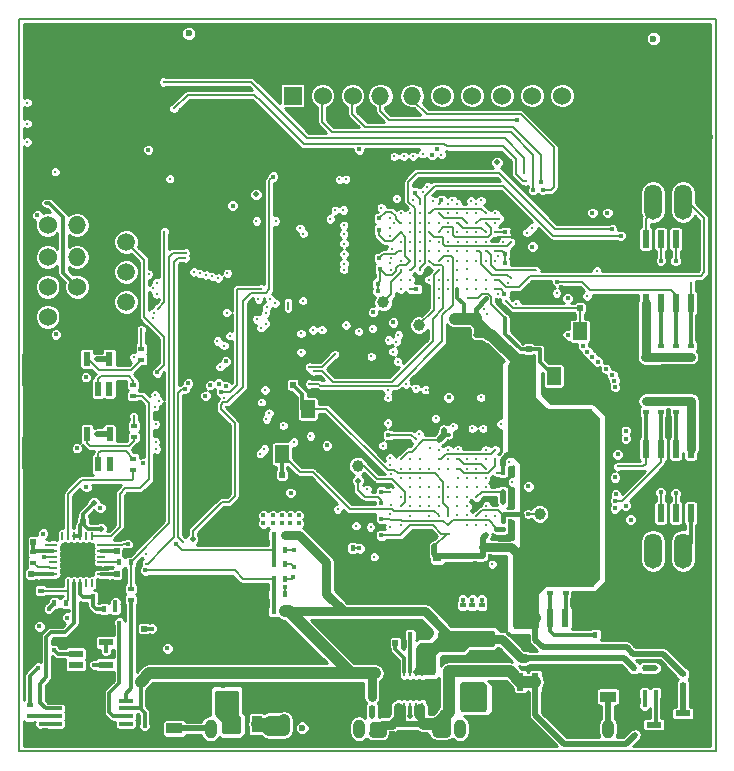
<source format=gbl>
%FSLAX34Y34*%
G04 Gerber Fmt 3.4, Leading zero omitted, Abs format*
G04 (created by PCBNEW (2013-10-29 BZR 4389)-product) date 4/5/2015 8:40:47 AM*
%MOIN*%
G01*
G70*
G90*
G04 APERTURE LIST*
%ADD10C,0.005906*%
%ADD11C,0.007874*%
%ADD12C,0.015700*%
%ADD13C,0.023622*%
%ADD14O,0.060000X0.060000*%
%ADD15C,0.060000*%
%ADD16R,0.060000X0.060000*%
%ADD17C,0.236200*%
%ADD18R,0.047200X0.013700*%
%ADD19R,0.047200X0.013800*%
%ADD20C,0.039370*%
%ADD21R,0.051181X0.019685*%
%ADD22R,0.023600X0.059055*%
%ADD23O,0.041339X0.062992*%
%ADD24R,0.047244X0.059055*%
%ADD25R,0.055100X0.035400*%
%ADD26R,0.035400X0.055100*%
%ADD27R,0.019500X0.017500*%
%ADD28R,0.017500X0.019500*%
%ADD29R,0.031400X0.027500*%
%ADD30R,0.027500X0.031400*%
%ADD31R,0.019500X0.019500*%
%ADD32R,0.015748X0.015748*%
%ADD33R,0.023600X0.047200*%
%ADD34R,0.094488X0.094488*%
%ADD35O,0.009800X0.027559*%
%ADD36O,0.027559X0.009800*%
%ADD37C,0.043200*%
%ADD38R,0.047200X0.023600*%
%ADD39R,0.019685X0.010236*%
%ADD40R,0.041339X0.026772*%
%ADD41R,0.009055X0.031496*%
%ADD42R,0.118110X0.062992*%
%ADD43R,0.165000X0.105000*%
%ADD44C,0.059055*%
%ADD45O,0.060000X0.117900*%
%ADD46C,0.015748*%
%ADD47C,0.011811*%
%ADD48C,0.019685*%
%ADD49C,0.019685*%
%ADD50C,0.015748*%
%ADD51C,0.031496*%
%ADD52C,0.039370*%
%ADD53C,0.011811*%
%ADD54C,0.011024*%
%ADD55C,0.010000*%
G04 APERTURE END LIST*
G54D10*
G54D11*
X43307Y-26771D02*
X43307Y-51181D01*
X66535Y-26771D02*
X43307Y-26771D01*
X66535Y-51181D02*
X43307Y-51181D01*
X66535Y-51181D02*
X66535Y-26771D01*
G54D12*
X66181Y-42125D03*
X66181Y-42598D03*
X66181Y-43779D03*
X66181Y-43188D03*
X66181Y-41220D03*
X66181Y-41692D03*
X66181Y-40669D03*
X50039Y-49921D03*
X57244Y-50551D03*
X57204Y-50236D03*
X49488Y-27834D03*
X48858Y-27834D03*
X57716Y-27322D03*
X57007Y-27322D03*
X52165Y-27322D03*
X52637Y-27322D03*
X53818Y-27322D03*
X53149Y-27322D03*
X58346Y-27322D03*
X59015Y-27322D03*
X61653Y-27322D03*
X61181Y-27322D03*
X55905Y-27322D03*
X56417Y-27322D03*
X55196Y-27322D03*
X54527Y-27322D03*
X59763Y-27322D03*
X60472Y-27322D03*
X50629Y-28464D03*
X50039Y-28464D03*
X50000Y-27834D03*
X50629Y-27834D03*
X51653Y-27834D03*
X51141Y-27834D03*
X51141Y-28464D03*
X51653Y-28425D03*
X49488Y-28464D03*
X48858Y-28464D03*
X51102Y-27244D03*
X51653Y-27244D03*
X50629Y-27244D03*
X50039Y-27244D03*
X48031Y-29488D03*
X48503Y-29291D03*
X62834Y-28503D03*
X63454Y-28533D03*
X65275Y-27913D03*
X65826Y-27913D03*
X63976Y-27047D03*
X65826Y-27519D03*
X64045Y-28533D03*
X64055Y-27913D03*
X63346Y-27047D03*
X62834Y-27047D03*
X62834Y-27913D03*
X63425Y-27913D03*
X62204Y-27913D03*
X64606Y-27047D03*
X64645Y-27913D03*
X62204Y-27047D03*
X62165Y-28503D03*
X62047Y-31456D03*
X66299Y-27047D03*
X65275Y-27047D03*
X65826Y-27047D03*
X66299Y-27480D03*
X66141Y-29173D03*
X66338Y-28661D03*
X66338Y-27952D03*
X63385Y-29251D03*
X63267Y-32086D03*
X62716Y-32086D03*
X62716Y-31456D03*
X63897Y-32086D03*
X63307Y-31456D03*
X63700Y-29645D03*
X63425Y-30157D03*
X63267Y-30826D03*
X62519Y-34251D03*
X66181Y-30078D03*
X66102Y-32165D03*
X66181Y-32834D03*
X65236Y-38976D03*
X63858Y-37007D03*
X62519Y-34803D03*
X63661Y-36653D03*
X65984Y-29685D03*
X65551Y-29370D03*
X66181Y-31535D03*
X65748Y-32007D03*
X66377Y-30708D03*
X64173Y-29370D03*
X64881Y-29212D03*
X63759Y-45342D03*
X63366Y-45744D03*
X63275Y-45169D03*
X66181Y-44330D03*
X66181Y-35629D03*
X65708Y-38464D03*
X66181Y-39133D03*
X66181Y-39606D03*
X66181Y-40157D03*
X66181Y-36102D03*
X66181Y-36653D03*
X65196Y-38464D03*
X64763Y-38464D03*
X66181Y-38149D03*
X66181Y-38661D03*
X66181Y-37165D03*
X66181Y-37677D03*
X63661Y-36259D03*
X64763Y-38976D03*
X58700Y-49173D03*
X58385Y-48937D03*
X58385Y-49803D03*
X58700Y-49527D03*
X51653Y-50118D03*
X50393Y-49370D03*
X50196Y-49645D03*
X57519Y-49960D03*
X55403Y-50561D03*
X55108Y-50561D03*
X51653Y-50472D03*
X52165Y-50118D03*
X57519Y-50236D03*
X57559Y-50551D03*
X55403Y-50285D03*
X55108Y-50285D03*
X52165Y-50472D03*
X51929Y-50275D03*
X49881Y-41496D03*
X45551Y-46535D03*
X48976Y-41496D03*
X49409Y-41496D03*
X48976Y-42637D03*
X48976Y-42086D03*
X49409Y-42086D03*
X49803Y-42086D03*
X46023Y-48700D03*
X50196Y-44173D03*
X49566Y-42637D03*
X50157Y-42637D03*
X50826Y-44173D03*
X49370Y-49448D03*
X48503Y-49015D03*
X45511Y-48700D03*
X49094Y-49015D03*
X46023Y-32755D03*
X51771Y-30472D03*
X45354Y-32755D03*
X47519Y-32795D03*
X47480Y-39055D03*
X52795Y-32992D03*
X45472Y-31141D03*
X53188Y-32598D03*
X47677Y-28700D03*
X46377Y-28700D03*
X47007Y-28700D03*
X48307Y-28661D03*
X45748Y-28700D03*
X44448Y-28700D03*
X43779Y-28700D03*
X45078Y-28700D03*
X48444Y-29980D03*
G54D13*
X48976Y-27244D03*
X52755Y-50393D03*
X64468Y-27421D03*
G54D12*
X48228Y-30551D03*
X48503Y-31692D03*
X48228Y-31141D03*
X50078Y-32322D03*
X51082Y-31751D03*
X50669Y-32086D03*
X51259Y-30157D03*
X51377Y-31023D03*
X49409Y-32283D03*
X48937Y-32047D03*
X50826Y-29606D03*
X66338Y-46653D03*
X66259Y-46102D03*
X66181Y-44881D03*
X65531Y-50255D03*
X64094Y-48799D03*
X63740Y-50196D03*
X63622Y-48799D03*
X63917Y-50984D03*
X63740Y-49665D03*
X64625Y-50984D03*
X65314Y-50984D03*
X63307Y-46259D03*
X65748Y-45314D03*
X63858Y-47677D03*
X66062Y-48070D03*
X66279Y-49153D03*
X66299Y-48681D03*
X60118Y-50118D03*
X59133Y-50157D03*
X49409Y-48070D03*
X48858Y-47795D03*
X48543Y-47401D03*
X48779Y-45354D03*
X48503Y-45708D03*
X51023Y-45669D03*
X50118Y-48070D03*
X65059Y-50275D03*
X61122Y-50905D03*
X60177Y-50905D03*
X60649Y-50905D03*
X58720Y-50905D03*
X58248Y-50905D03*
X59212Y-50905D03*
X59704Y-50905D03*
X63346Y-46850D03*
X63464Y-47322D03*
X59133Y-46338D03*
X58937Y-45905D03*
X65866Y-47677D03*
X66279Y-49566D03*
X65944Y-50984D03*
X66279Y-50039D03*
X65059Y-49114D03*
X66279Y-50570D03*
X66220Y-47322D03*
X66141Y-45551D03*
X50039Y-49370D03*
X50433Y-49842D03*
X48425Y-48070D03*
X49448Y-49881D03*
X60708Y-48385D03*
X63622Y-49251D03*
X60866Y-49704D03*
X65059Y-48602D03*
X48015Y-50858D03*
X47503Y-50814D03*
X65807Y-49389D03*
X65807Y-48799D03*
X55472Y-40019D03*
X65354Y-47992D03*
X63444Y-50570D03*
X59015Y-40511D03*
X59330Y-40807D03*
X49153Y-50846D03*
X61771Y-50688D03*
X60275Y-49704D03*
X62519Y-50688D03*
X50118Y-48996D03*
X49625Y-48996D03*
X46259Y-50826D03*
X45649Y-50826D03*
X44291Y-50826D03*
X45000Y-50826D03*
X46909Y-50826D03*
X48484Y-50846D03*
X43720Y-50826D03*
X44921Y-41889D03*
X44606Y-41889D03*
X43976Y-41889D03*
X44291Y-41889D03*
X44350Y-37755D03*
X44055Y-37755D03*
X48818Y-33346D03*
X48464Y-32952D03*
X47913Y-33031D03*
X48464Y-33582D03*
X49055Y-33858D03*
X44696Y-37755D03*
X46003Y-34468D03*
X46003Y-35590D03*
X45629Y-36122D03*
X46003Y-36555D03*
X46003Y-36062D03*
X46003Y-34960D03*
X45629Y-34232D03*
X46003Y-34035D03*
X46003Y-33385D03*
G54D14*
X45255Y-33633D03*
G54D15*
X44271Y-33633D03*
G54D16*
X45255Y-36688D03*
G54D15*
X44271Y-36688D03*
X44271Y-34704D03*
G54D14*
X45255Y-34704D03*
G54D15*
X44271Y-35688D03*
X45255Y-35688D03*
G54D17*
X49803Y-30771D03*
X64842Y-30771D03*
G54D18*
X44516Y-50260D03*
G54D19*
X44515Y-50004D03*
X44515Y-49748D03*
X44515Y-49492D03*
G54D18*
X46878Y-50260D03*
G54D19*
X46878Y-50004D03*
X46878Y-49748D03*
X46878Y-49492D03*
G54D20*
X54610Y-41657D03*
X56649Y-36972D03*
X60673Y-43263D03*
X55460Y-36216D03*
G54D21*
X65444Y-49911D03*
X65444Y-50659D03*
X64476Y-50285D03*
G54D22*
X64210Y-34098D03*
X64710Y-34098D03*
X65210Y-34098D03*
X65710Y-34098D03*
X65710Y-36224D03*
X65210Y-36224D03*
X64710Y-36224D03*
X64210Y-36224D03*
X61533Y-48854D03*
X61033Y-48854D03*
X60533Y-48854D03*
X60033Y-48854D03*
X60033Y-46728D03*
X60533Y-46728D03*
X61033Y-46728D03*
X61533Y-46728D03*
G54D23*
X58011Y-50423D03*
X62952Y-50423D03*
X49704Y-50423D03*
X54645Y-50423D03*
G54D24*
X62007Y-38673D03*
X62007Y-37177D03*
X61141Y-37177D03*
X61141Y-38673D03*
X52078Y-39767D03*
X52078Y-41263D03*
X52944Y-41263D03*
X52944Y-39767D03*
G54D25*
X48500Y-49664D03*
X48500Y-50414D03*
G54D26*
X58386Y-49370D03*
X57636Y-49370D03*
G54D25*
X62952Y-48601D03*
X62952Y-49351D03*
G54D26*
X50491Y-50275D03*
X51241Y-50275D03*
G54D27*
X55078Y-49732D03*
X55078Y-49362D03*
G54D28*
X56358Y-47866D03*
X56728Y-47866D03*
X56728Y-47299D03*
X56358Y-47299D03*
G54D27*
X61535Y-45893D03*
X61535Y-45523D03*
X65206Y-37659D03*
X65206Y-38029D03*
X65708Y-37659D03*
X65708Y-38029D03*
X64714Y-37659D03*
X64714Y-38029D03*
X58425Y-46681D03*
X58425Y-46311D03*
G54D28*
X54066Y-44409D03*
X54436Y-44409D03*
G54D27*
X47047Y-46129D03*
X47047Y-45759D03*
X43799Y-44519D03*
X43799Y-44889D03*
G54D28*
X46149Y-46043D03*
X45779Y-46043D03*
G54D27*
X44035Y-46188D03*
X44035Y-45818D03*
G54D28*
X44870Y-46240D03*
X44500Y-46240D03*
X46157Y-46437D03*
X46527Y-46437D03*
G54D27*
X43669Y-50003D03*
X43669Y-49633D03*
G54D28*
X52173Y-46515D03*
X51803Y-46515D03*
X52173Y-43976D03*
X51803Y-43976D03*
G54D27*
X47122Y-39330D03*
X47122Y-38960D03*
X47133Y-41787D03*
X47133Y-41417D03*
X47145Y-40708D03*
X47145Y-40338D03*
X47397Y-38125D03*
X47397Y-37755D03*
G54D28*
X46665Y-44881D03*
X47035Y-44881D03*
G54D27*
X65452Y-48964D03*
X65452Y-48594D03*
G54D28*
X64543Y-49236D03*
X64173Y-49236D03*
X64181Y-48405D03*
X63811Y-48405D03*
X62901Y-47283D03*
X62531Y-47283D03*
G54D27*
X61023Y-45893D03*
X61023Y-45523D03*
X58740Y-46681D03*
X58740Y-46311D03*
X64704Y-39858D03*
X64704Y-39488D03*
X65212Y-39858D03*
X65212Y-39488D03*
X64208Y-39858D03*
X64208Y-39488D03*
X58110Y-46681D03*
X58110Y-46311D03*
G54D29*
X58937Y-48503D03*
X58937Y-47952D03*
X56830Y-50255D03*
X56830Y-50807D03*
G54D30*
X57267Y-44700D03*
X56716Y-44700D03*
G54D29*
X57862Y-36751D03*
X57862Y-37303D03*
X58976Y-37283D03*
X58976Y-37834D03*
G54D31*
X43720Y-45275D03*
X43720Y-45629D03*
X43799Y-44192D03*
X43799Y-43838D03*
X65716Y-39484D03*
X65716Y-39130D03*
X45452Y-43523D03*
X45806Y-43523D03*
X49153Y-50059D03*
X49153Y-50413D03*
X46574Y-44488D03*
X46928Y-44488D03*
X64192Y-38031D03*
X64192Y-38385D03*
X46574Y-45275D03*
X46574Y-45629D03*
X47480Y-47086D03*
X47480Y-46732D03*
X56122Y-50256D03*
X56122Y-50610D03*
X63306Y-49803D03*
X62952Y-49803D03*
X55767Y-50256D03*
X55767Y-50610D03*
X55865Y-47559D03*
X55511Y-47559D03*
G54D32*
X59448Y-41889D03*
X59685Y-41889D03*
X59527Y-33858D03*
X59763Y-33858D03*
X55393Y-42519D03*
X55157Y-42519D03*
X55326Y-34736D03*
X55090Y-34736D03*
X59448Y-43484D03*
X59685Y-43484D03*
X55314Y-33799D03*
X55078Y-33799D03*
X55354Y-35090D03*
X55118Y-35090D03*
X55629Y-40629D03*
X55393Y-40629D03*
X56515Y-32555D03*
X56515Y-32318D03*
X59448Y-43779D03*
X59685Y-43779D03*
X59500Y-35929D03*
X59736Y-35929D03*
X55275Y-35590D03*
X55039Y-35590D03*
X55393Y-43425D03*
X55157Y-43425D03*
X58559Y-37283D03*
X58322Y-37283D03*
X58503Y-44665D03*
X58503Y-44901D03*
X58771Y-44665D03*
X59007Y-44665D03*
X55314Y-33415D03*
X55078Y-33415D03*
X55393Y-42913D03*
X55157Y-42913D03*
X57393Y-32807D03*
X57393Y-32570D03*
X59448Y-42874D03*
X59685Y-42874D03*
X59503Y-34893D03*
X59740Y-34893D03*
X59448Y-42519D03*
X59685Y-42519D03*
X57480Y-40472D03*
X57480Y-40236D03*
X59503Y-34590D03*
X59740Y-34590D03*
X55393Y-43976D03*
X55157Y-43976D03*
X56564Y-35767D03*
X56564Y-36003D03*
G54D17*
X64842Y-46523D03*
X49803Y-46523D03*
G54D33*
X46335Y-41610D03*
X45585Y-41610D03*
X46335Y-40610D03*
X45960Y-41610D03*
X45585Y-40610D03*
X46327Y-39090D03*
X45577Y-39090D03*
X46327Y-38090D03*
X45952Y-39090D03*
X45577Y-38090D03*
G54D28*
X52173Y-44921D03*
X51803Y-44921D03*
X52173Y-45433D03*
X51803Y-45433D03*
X52173Y-44468D03*
X51803Y-44468D03*
X52173Y-45944D03*
X51803Y-45944D03*
G54D34*
X45255Y-44783D03*
G54D35*
X45747Y-45570D03*
X45550Y-45570D03*
X45353Y-45570D03*
X45157Y-45570D03*
X44960Y-45570D03*
X44763Y-45570D03*
G54D36*
X44468Y-45275D03*
X44468Y-45078D03*
X44468Y-44881D03*
X44468Y-44685D03*
X44468Y-44488D03*
X44468Y-44291D03*
G54D35*
X44763Y-43996D03*
X44960Y-43996D03*
X45157Y-43996D03*
X45353Y-43996D03*
X45550Y-43996D03*
X45747Y-43996D03*
G54D36*
X46042Y-44291D03*
X46042Y-44488D03*
X46042Y-44685D03*
X46042Y-44881D03*
X46042Y-45078D03*
X46042Y-45275D03*
G54D22*
X65710Y-43236D03*
X65210Y-43236D03*
X64710Y-43236D03*
X64210Y-43236D03*
X64210Y-41110D03*
X64710Y-41110D03*
X65210Y-41110D03*
X65710Y-41110D03*
G54D37*
X49606Y-44000D03*
X49606Y-33606D03*
G54D29*
X55078Y-48582D03*
X55078Y-48031D03*
G54D30*
X60039Y-45905D03*
X59488Y-45905D03*
G54D31*
X52086Y-38956D03*
X52440Y-38956D03*
X60303Y-37417D03*
X60303Y-37771D03*
X62011Y-36055D03*
X62011Y-36409D03*
X51732Y-41968D03*
X52086Y-41968D03*
G54D38*
X45208Y-48296D03*
X45208Y-47546D03*
X46208Y-48296D03*
X45208Y-47921D03*
X46208Y-47546D03*
G54D39*
X57000Y-49212D03*
X57000Y-49015D03*
X55716Y-49015D03*
X55716Y-49212D03*
G54D40*
X56614Y-48956D03*
X56102Y-48956D03*
X56102Y-49271D03*
X56614Y-49271D03*
G54D41*
X55964Y-48533D03*
X55964Y-49694D03*
X56751Y-48533D03*
X56555Y-48533D03*
X56358Y-48533D03*
X56161Y-48533D03*
X56161Y-49694D03*
X56358Y-49694D03*
X56555Y-49694D03*
X56751Y-49694D03*
G54D42*
X56358Y-49114D03*
G54D43*
X44238Y-41218D03*
X44238Y-38466D03*
G54D44*
X46889Y-35196D03*
X46889Y-34196D03*
X46889Y-36196D03*
G54D12*
X51771Y-43582D03*
X51771Y-43307D03*
X51456Y-43582D03*
X51456Y-43307D03*
X52637Y-43307D03*
X52086Y-43307D03*
X52362Y-43582D03*
X52086Y-43582D03*
X52637Y-43582D03*
X52362Y-43307D03*
G54D45*
X64460Y-44488D03*
X65459Y-44488D03*
X65460Y-32874D03*
X64461Y-32874D03*
G54D15*
X53437Y-29318D03*
X53437Y-28318D03*
G54D16*
X52437Y-29318D03*
G54D15*
X52437Y-28318D03*
X54437Y-28318D03*
X54437Y-29318D03*
X61421Y-28318D03*
X59421Y-28318D03*
X60421Y-28318D03*
X60421Y-29318D03*
X59421Y-29318D03*
X58421Y-29318D03*
G54D14*
X55366Y-29318D03*
G54D15*
X55366Y-28318D03*
X61421Y-29318D03*
X58421Y-28318D03*
X56429Y-28318D03*
G54D14*
X56429Y-29318D03*
G54D15*
X57429Y-28318D03*
X57429Y-29318D03*
G54D46*
X46027Y-43066D03*
X60039Y-45275D03*
G54D47*
X57645Y-40629D03*
X57933Y-32933D03*
X58877Y-36082D03*
X58562Y-35452D03*
X57933Y-35767D03*
X57303Y-36082D03*
X56673Y-34822D03*
X58562Y-43326D03*
X56043Y-33562D03*
X56692Y-42696D03*
X58877Y-43956D03*
X56358Y-43641D03*
X57657Y-43917D03*
X56043Y-41437D03*
X57303Y-32933D03*
X56043Y-34507D03*
X56358Y-35767D03*
X59192Y-33877D03*
X55688Y-42519D03*
X59251Y-41889D03*
X57165Y-44330D03*
X57303Y-40807D03*
G54D46*
X63543Y-42988D03*
X63708Y-43452D03*
X63543Y-40492D03*
X63543Y-40759D03*
X57637Y-39381D03*
G54D47*
X58712Y-39381D03*
G54D46*
X57086Y-31287D03*
X62933Y-33228D03*
X62431Y-33228D03*
X65708Y-40226D03*
X64212Y-37588D03*
X64212Y-37194D03*
X64212Y-36801D03*
X65708Y-39852D03*
X65708Y-40580D03*
G54D48*
X59248Y-31547D03*
G54D46*
X45925Y-38114D03*
X45925Y-40610D03*
X44122Y-43917D03*
X43929Y-33303D03*
X43960Y-48385D03*
X47370Y-48862D03*
X47665Y-48570D03*
X45830Y-48295D03*
X47503Y-50330D03*
X46527Y-46204D03*
X43956Y-45275D03*
G54D48*
X58850Y-47440D03*
X57763Y-47437D03*
X58295Y-47440D03*
G54D47*
X57618Y-35767D03*
G54D48*
X46043Y-43755D03*
X45811Y-42897D03*
G54D46*
X44929Y-46720D03*
X55275Y-35846D03*
X46338Y-45275D03*
X46338Y-44488D03*
X44311Y-46417D03*
X47736Y-47086D03*
G54D47*
X58562Y-34822D03*
X56043Y-35452D03*
X56043Y-41751D03*
X56358Y-42696D03*
G54D48*
X54618Y-42153D03*
G54D47*
X56043Y-33877D03*
X58562Y-42696D03*
X55704Y-43468D03*
X59192Y-35767D03*
X56673Y-32933D03*
X59192Y-34507D03*
X56358Y-34822D03*
G54D46*
X44055Y-44488D03*
G54D47*
X62251Y-36000D03*
X57618Y-43641D03*
X56535Y-40775D03*
X59232Y-43779D03*
X59251Y-42519D03*
G54D46*
X44472Y-47791D03*
X46657Y-46889D03*
X45562Y-42366D03*
X48267Y-47748D03*
G54D47*
X59192Y-33562D03*
X57933Y-33877D03*
X57933Y-41751D03*
X59192Y-41437D03*
X57933Y-33562D03*
X58877Y-33877D03*
X57933Y-41437D03*
X58877Y-41751D03*
X57303Y-34192D03*
X56929Y-32358D03*
X56775Y-31259D03*
X57401Y-31283D03*
X57618Y-34192D03*
X56988Y-33877D03*
X58562Y-33562D03*
X59334Y-33417D03*
X59724Y-34208D03*
X56988Y-41751D03*
X58562Y-41437D03*
X56988Y-33248D03*
X58877Y-33248D03*
X57027Y-41082D03*
X58877Y-41122D03*
X57303Y-33562D03*
X59192Y-33248D03*
X57303Y-41437D03*
X59192Y-41122D03*
X57303Y-33877D03*
X58877Y-33562D03*
X58877Y-41437D03*
X57303Y-41751D03*
X57303Y-33248D03*
X58248Y-33562D03*
X57303Y-41122D03*
X58248Y-41437D03*
G54D46*
X51787Y-32019D03*
G54D48*
X49106Y-44110D03*
G54D47*
X48870Y-34570D03*
X57858Y-39692D03*
X57027Y-39129D03*
G54D46*
X61374Y-35696D03*
G54D47*
X59763Y-36633D03*
X59222Y-36102D03*
X60984Y-36811D03*
G54D46*
X63413Y-43685D03*
G54D47*
X59125Y-32114D03*
G54D46*
X47236Y-44098D03*
X43748Y-43275D03*
X43767Y-46192D03*
X45578Y-47547D03*
X44515Y-49082D03*
X44606Y-46657D03*
X49153Y-49803D03*
X45066Y-48732D03*
G54D47*
X57610Y-40803D03*
G54D46*
X56980Y-47299D03*
G54D48*
X55507Y-47870D03*
X55874Y-48200D03*
X56779Y-48925D03*
X56763Y-49291D03*
X55921Y-49299D03*
X55925Y-48944D03*
G54D47*
X52106Y-48188D03*
X59685Y-41685D03*
X59685Y-43090D03*
G54D46*
X46350Y-43051D03*
G54D48*
X45704Y-36688D03*
G54D47*
X44511Y-44074D03*
G54D46*
X46161Y-45775D03*
G54D48*
X47066Y-43023D03*
G54D46*
X44496Y-43188D03*
G54D47*
X59192Y-32933D03*
X58877Y-32933D03*
X58562Y-32933D03*
X58562Y-33248D03*
X58248Y-33248D03*
X59271Y-44744D03*
X57007Y-43917D03*
G54D46*
X55393Y-40433D03*
X55157Y-42244D03*
X54960Y-42913D03*
X51732Y-42204D03*
X51840Y-38956D03*
X54822Y-48031D03*
X55039Y-35846D03*
G54D47*
X56377Y-36082D03*
G54D48*
X45590Y-45118D03*
X45590Y-44901D03*
X45374Y-45118D03*
X45374Y-44901D03*
X45590Y-44665D03*
X45374Y-44665D03*
X45137Y-45118D03*
X44921Y-45118D03*
X44921Y-44901D03*
X45137Y-44901D03*
X45137Y-44665D03*
X44921Y-44665D03*
X45374Y-44448D03*
X45590Y-44448D03*
X45137Y-44448D03*
X44921Y-44448D03*
G54D46*
X44586Y-45570D03*
X47488Y-46433D03*
X63110Y-47283D03*
X61023Y-49291D03*
X61023Y-48385D03*
X59251Y-45905D03*
X64862Y-49370D03*
X63523Y-49803D03*
X58622Y-47952D03*
X56535Y-50807D03*
G54D48*
X56480Y-48937D03*
X56476Y-49301D03*
X56185Y-48948D03*
X56208Y-49299D03*
G54D46*
X56122Y-50846D03*
X55767Y-50846D03*
X58740Y-46889D03*
X58425Y-46889D03*
X58110Y-46889D03*
X53858Y-44409D03*
X63366Y-48602D03*
X60295Y-48444D03*
X51830Y-49370D03*
X51633Y-48937D03*
X51633Y-49842D03*
X53759Y-49842D03*
X60137Y-49370D03*
X59940Y-49842D03*
X62066Y-49842D03*
X62066Y-48927D03*
X53759Y-48937D03*
G54D47*
X60944Y-35874D03*
X60984Y-35551D03*
X56988Y-35767D03*
X56988Y-35137D03*
X59192Y-34192D03*
X56043Y-32933D03*
G54D48*
X57716Y-31275D03*
X55157Y-44165D03*
G54D47*
X58582Y-40944D03*
X55787Y-40826D03*
X57925Y-32500D03*
X50206Y-39704D03*
X60984Y-36574D03*
X64950Y-50659D03*
X47785Y-36742D03*
X47933Y-38110D03*
X47903Y-40472D03*
X51417Y-42726D03*
X51328Y-40482D03*
X50295Y-37942D03*
X50131Y-36736D03*
X47814Y-36269D03*
X47903Y-37618D03*
X47940Y-34366D03*
X47933Y-34771D03*
X47940Y-35263D03*
X51267Y-35259D03*
X58877Y-34822D03*
X57618Y-32933D03*
X57303Y-35767D03*
X56988Y-36082D03*
X56043Y-34192D03*
X60984Y-35157D03*
X59311Y-44094D03*
X47942Y-39094D03*
X47923Y-39990D03*
X51279Y-39104D03*
X51269Y-41466D03*
X51299Y-42057D03*
X47952Y-42352D03*
X47942Y-42047D03*
X47982Y-41456D03*
X58267Y-41102D03*
X59232Y-42204D03*
X58877Y-42696D03*
X56988Y-43011D03*
X56535Y-43917D03*
X56043Y-42066D03*
G54D46*
X63188Y-39035D03*
G54D47*
X60417Y-33736D03*
X58562Y-33877D03*
X52716Y-37874D03*
G54D46*
X63271Y-41275D03*
X62606Y-38185D03*
G54D47*
X58562Y-41751D03*
X55937Y-38185D03*
G54D46*
X63165Y-38830D03*
X60433Y-34350D03*
G54D47*
X52716Y-37244D03*
X58248Y-34507D03*
X58248Y-42381D03*
G54D46*
X63212Y-42610D03*
G54D47*
X55783Y-37854D03*
G54D46*
X62263Y-37854D03*
G54D47*
X58877Y-34192D03*
X60251Y-33885D03*
X53120Y-37135D03*
G54D46*
X63098Y-38633D03*
G54D47*
X55895Y-37519D03*
X58877Y-42066D03*
G54D46*
X60452Y-32468D03*
G54D47*
X59468Y-34188D03*
X57937Y-34188D03*
X57625Y-33870D03*
G54D46*
X60732Y-32216D03*
X59917Y-30133D03*
G54D47*
X58574Y-34503D03*
X59712Y-35409D03*
G54D46*
X60775Y-32472D03*
G54D47*
X58877Y-34507D03*
X57795Y-40346D03*
X57937Y-42062D03*
X59377Y-40267D03*
X57618Y-41751D03*
X58582Y-42362D03*
X59759Y-42196D03*
G54D46*
X60295Y-42342D03*
G54D47*
X58877Y-42381D03*
G54D46*
X63377Y-33992D03*
X52460Y-45381D03*
G54D47*
X56673Y-35137D03*
G54D46*
X52173Y-45704D03*
G54D47*
X56673Y-43011D03*
G54D46*
X63090Y-33767D03*
X52472Y-45019D03*
G54D47*
X56358Y-35137D03*
X56358Y-43011D03*
G54D46*
X52480Y-44468D03*
G54D48*
X55082Y-50003D03*
X56358Y-50011D03*
G54D47*
X57303Y-35137D03*
G54D46*
X65206Y-34832D03*
X64704Y-42549D03*
X47622Y-31129D03*
G54D47*
X57933Y-34507D03*
G54D46*
X50440Y-32984D03*
G54D47*
X60212Y-32165D03*
X48488Y-29748D03*
X59192Y-34822D03*
X57618Y-35452D03*
X58275Y-36051D03*
X59547Y-36161D03*
X57303Y-35452D03*
X56043Y-43011D03*
X58248Y-43641D03*
G54D46*
X58110Y-46122D03*
G54D47*
X56043Y-35137D03*
X57303Y-43011D03*
G54D46*
X60295Y-43267D03*
G54D47*
X57618Y-43326D03*
X57303Y-43326D03*
G54D48*
X51220Y-32614D03*
G54D47*
X48346Y-32094D03*
G54D46*
X61602Y-37314D03*
X61602Y-36070D03*
G54D47*
X57933Y-35452D03*
X58779Y-40413D03*
X58248Y-42066D03*
X58248Y-41751D03*
X58425Y-40413D03*
X57204Y-40078D03*
X57618Y-41122D03*
X57303Y-42381D03*
X55688Y-43690D03*
X57765Y-32805D03*
X57618Y-33248D03*
X56358Y-41751D03*
X55688Y-41397D03*
X56988Y-42381D03*
X55679Y-43277D03*
X55708Y-42952D03*
X56673Y-42381D03*
X56673Y-42066D03*
X55679Y-41633D03*
X55610Y-40236D03*
X56673Y-41751D03*
X56358Y-42381D03*
X54921Y-42440D03*
X56358Y-42066D03*
X55708Y-41948D03*
X58248Y-34192D03*
X58720Y-32814D03*
X58248Y-33877D03*
X58385Y-32824D03*
X56358Y-41437D03*
X55442Y-40984D03*
X56673Y-33562D03*
X56456Y-32795D03*
X56043Y-33248D03*
X56358Y-33248D03*
X55905Y-32755D03*
X56673Y-33248D03*
X56771Y-32529D03*
X56988Y-33562D03*
X57116Y-32834D03*
X44527Y-31858D03*
X59094Y-44940D03*
X55157Y-44694D03*
X55728Y-35118D03*
X57303Y-34507D03*
X56673Y-41437D03*
X56653Y-40590D03*
X55738Y-34448D03*
X56358Y-34507D03*
X56673Y-34507D03*
X55708Y-34744D03*
X55679Y-34015D03*
X56358Y-34192D03*
X55669Y-33740D03*
X56673Y-34192D03*
X56988Y-34507D03*
X55688Y-34911D03*
X55807Y-33562D03*
X56358Y-33877D03*
X55688Y-33395D03*
X56673Y-33877D03*
X56358Y-33562D03*
X55393Y-33051D03*
X48791Y-44196D03*
G54D46*
X48846Y-39106D03*
X50047Y-39200D03*
G54D47*
X47547Y-44602D03*
X51373Y-35752D03*
X51535Y-36574D03*
X47913Y-35944D03*
X51574Y-36377D03*
X47795Y-35748D03*
X51850Y-36240D03*
X47913Y-35551D03*
X48854Y-34740D03*
X47559Y-44917D03*
G54D46*
X46212Y-47834D03*
X48547Y-44267D03*
X46944Y-44267D03*
X64527Y-48405D03*
X47523Y-45149D03*
G54D47*
X44220Y-44291D03*
G54D46*
X43996Y-47011D03*
X44161Y-44685D03*
X64173Y-49645D03*
X44039Y-50255D03*
X63179Y-43080D03*
G54D47*
X57618Y-42696D03*
X57618Y-34822D03*
X58257Y-35108D03*
X58248Y-35767D03*
X58828Y-36417D03*
X56988Y-35452D03*
X58927Y-36584D03*
X58562Y-35767D03*
X59281Y-35935D03*
G54D46*
X54665Y-44409D03*
G54D47*
X56988Y-43326D03*
G54D46*
X58425Y-46122D03*
G54D47*
X58562Y-43641D03*
X57933Y-34822D03*
X59283Y-34681D03*
X60161Y-31885D03*
X48137Y-28870D03*
X43594Y-29551D03*
X57933Y-42696D03*
X43594Y-30255D03*
X58897Y-42992D03*
X58267Y-43307D03*
X57933Y-43307D03*
X57933Y-42381D03*
X43594Y-30866D03*
X58877Y-35767D03*
X59616Y-35551D03*
G54D46*
X58740Y-46122D03*
G54D47*
X58877Y-43641D03*
X44216Y-32905D03*
G54D46*
X54653Y-31114D03*
X57255Y-31110D03*
G54D47*
X57003Y-34181D03*
X58562Y-34192D03*
G54D46*
X62889Y-38437D03*
G54D47*
X52779Y-36157D03*
X53415Y-37125D03*
X55059Y-38015D03*
G54D46*
X63185Y-42047D03*
X62421Y-38021D03*
G54D47*
X58562Y-42066D03*
X57618Y-33562D03*
X48165Y-33850D03*
X47137Y-40011D03*
X47137Y-38043D03*
X47937Y-36425D03*
X54153Y-34251D03*
X50267Y-35240D03*
X51535Y-36919D03*
X54153Y-34606D03*
X54212Y-32106D03*
X49141Y-35200D03*
X49933Y-37500D03*
X56141Y-31338D03*
X54143Y-35118D03*
X49948Y-35397D03*
X51389Y-37059D03*
X54143Y-33937D03*
X54143Y-33641D03*
X49744Y-35342D03*
X54153Y-34921D03*
X51240Y-36771D03*
X53858Y-33139D03*
X49543Y-35295D03*
X54133Y-33129D03*
X50342Y-37326D03*
X53996Y-32116D03*
X49338Y-35244D03*
X50149Y-37653D03*
X56456Y-31338D03*
X55826Y-31348D03*
X47641Y-35271D03*
G54D46*
X45248Y-41074D03*
G54D47*
X57933Y-33248D03*
G54D46*
X44547Y-37275D03*
X47468Y-41566D03*
G54D47*
X57944Y-41114D03*
G54D46*
X64714Y-34822D03*
G54D47*
X58877Y-35452D03*
X55098Y-37086D03*
X59901Y-36263D03*
G54D46*
X65206Y-42578D03*
G54D47*
X58877Y-43326D03*
X55964Y-37303D03*
X65704Y-35562D03*
X61240Y-35905D03*
X62578Y-35161D03*
X57933Y-35137D03*
X54216Y-36964D03*
X59665Y-41523D03*
X63287Y-41677D03*
X57933Y-43011D03*
X55629Y-37470D03*
G54D46*
X61255Y-35531D03*
G54D47*
X58248Y-35423D03*
X52795Y-33917D03*
X58248Y-43011D03*
G54D46*
X62122Y-37677D03*
X63181Y-42826D03*
X55787Y-36879D03*
G54D47*
X59192Y-35452D03*
X61381Y-35342D03*
X59192Y-43326D03*
X53692Y-33429D03*
X58263Y-34818D03*
X56212Y-38940D03*
X58244Y-42685D03*
X52687Y-33740D03*
G54D46*
X55118Y-36535D03*
X48952Y-38909D03*
G54D47*
X57618Y-42381D03*
G54D46*
X49976Y-38917D03*
G54D47*
X51232Y-33503D03*
X51870Y-33503D03*
X57618Y-34507D03*
X54547Y-43661D03*
X51358Y-41259D03*
X52996Y-38937D03*
G54D46*
X45547Y-38708D03*
G54D47*
X57303Y-34822D03*
X57303Y-42696D03*
G54D46*
X49527Y-39330D03*
G54D47*
X56358Y-43326D03*
X56358Y-35452D03*
X51299Y-36098D03*
X51688Y-36094D03*
G54D46*
X47925Y-38543D03*
G54D47*
X53141Y-38511D03*
X56988Y-34822D03*
G54D46*
X50212Y-38181D03*
X52370Y-42559D03*
G54D47*
X55039Y-43700D03*
G54D46*
X50216Y-38996D03*
G54D47*
X56988Y-42696D03*
G54D46*
X49692Y-38968D03*
G54D47*
X50015Y-38358D03*
X56043Y-43641D03*
X52992Y-38362D03*
X53842Y-37948D03*
X54641Y-37181D03*
X56043Y-35767D03*
X56870Y-39124D03*
X57618Y-41437D03*
X47393Y-37114D03*
X47807Y-36570D03*
X50236Y-36555D03*
X52480Y-40866D03*
X47874Y-40866D03*
X51653Y-39901D03*
X47854Y-39291D03*
X55610Y-39133D03*
X51515Y-39133D03*
X47901Y-41102D03*
X51496Y-41102D03*
G54D46*
X53582Y-40980D03*
G54D47*
X47874Y-40275D03*
X53031Y-40669D03*
X53937Y-43110D03*
X52125Y-40314D03*
X47844Y-39694D03*
X47972Y-39498D03*
X51564Y-40108D03*
X56535Y-39074D03*
X51397Y-39547D03*
X50157Y-39389D03*
X55610Y-39389D03*
G54D46*
X56448Y-50256D03*
G54D47*
X56043Y-42696D03*
X56043Y-34822D03*
G54D46*
X63858Y-50629D03*
G54D11*
X52283Y-36429D02*
X52283Y-36200D01*
G54D49*
X64968Y-48110D02*
X64968Y-48110D01*
X65452Y-48594D02*
X64968Y-48110D01*
X60533Y-47462D02*
X60533Y-46728D01*
X60775Y-47704D02*
X60533Y-47462D01*
X63570Y-47704D02*
X60775Y-47704D01*
X63783Y-47917D02*
X63570Y-47704D01*
X64775Y-47917D02*
X63783Y-47917D01*
X64968Y-48110D02*
X64775Y-47917D01*
G54D50*
X59950Y-43277D02*
X60049Y-43277D01*
X59950Y-43277D02*
X59488Y-43277D01*
X59448Y-43316D02*
X59488Y-43277D01*
X60049Y-43277D02*
X60078Y-43307D01*
G54D51*
X58771Y-44379D02*
X59704Y-44379D01*
X59704Y-44379D02*
X60009Y-44685D01*
G54D49*
X61023Y-45523D02*
X61535Y-45523D01*
X60039Y-45531D02*
X61015Y-45531D01*
X61015Y-45531D02*
X61023Y-45523D01*
X60039Y-45275D02*
X60029Y-45275D01*
X60029Y-45275D02*
X60009Y-45255D01*
G54D52*
X60039Y-45531D02*
X60039Y-45275D01*
X58543Y-36732D02*
X58543Y-36850D01*
X58543Y-36850D02*
X58976Y-37283D01*
G54D49*
X59448Y-41624D02*
X59448Y-41456D01*
X59596Y-41309D02*
X60000Y-41309D01*
X60000Y-41309D02*
X60009Y-41309D01*
X59448Y-41456D02*
X59596Y-41309D01*
G54D53*
X57645Y-40629D02*
X57480Y-40629D01*
G54D52*
X60009Y-38228D02*
X59064Y-37283D01*
G54D49*
X59064Y-37283D02*
X58559Y-37283D01*
G54D50*
X58543Y-36417D02*
X58543Y-36732D01*
X58543Y-36732D02*
X58543Y-37267D01*
X58877Y-36082D02*
X58543Y-36417D01*
X58543Y-37267D02*
X58559Y-37283D01*
G54D53*
X59448Y-41889D02*
X59448Y-41624D01*
X59448Y-41624D02*
X59458Y-41614D01*
G54D49*
X58771Y-44665D02*
X58771Y-44379D01*
X58771Y-44379D02*
X58771Y-44370D01*
X58771Y-44370D02*
X58771Y-44062D01*
X58771Y-44062D02*
X58877Y-43956D01*
X58771Y-44665D02*
X58503Y-44665D01*
X58503Y-44665D02*
X57303Y-44665D01*
X57303Y-44665D02*
X57267Y-44700D01*
X57303Y-44665D02*
X57267Y-44700D01*
G54D11*
X56564Y-35767D02*
X56358Y-35767D01*
G54D52*
X60039Y-45905D02*
X60039Y-45531D01*
X60033Y-46728D02*
X60033Y-45911D01*
X60033Y-45911D02*
X60039Y-45905D01*
X60533Y-46728D02*
X60033Y-46728D01*
G54D11*
X58562Y-43326D02*
X58740Y-43149D01*
X59281Y-43149D02*
X59448Y-43316D01*
X58740Y-43149D02*
X59281Y-43149D01*
G54D53*
X57933Y-35767D02*
X57933Y-36059D01*
X58149Y-36275D02*
X58149Y-36751D01*
X57933Y-36059D02*
X58149Y-36275D01*
G54D11*
X56043Y-33562D02*
X56019Y-33562D01*
X55537Y-33192D02*
X55314Y-33415D01*
X55728Y-33192D02*
X55537Y-33192D01*
X55874Y-33338D02*
X55728Y-33192D01*
X55874Y-33417D02*
X55874Y-33338D01*
X56019Y-33562D02*
X55874Y-33417D01*
X55393Y-43976D02*
X56023Y-43976D01*
X56023Y-43976D02*
X56358Y-43641D01*
X57657Y-43917D02*
X57393Y-43917D01*
X57118Y-43641D02*
X56358Y-43641D01*
X57393Y-43917D02*
X57118Y-43641D01*
X57657Y-43917D02*
X57578Y-43917D01*
X57578Y-43917D02*
X57165Y-44330D01*
X57303Y-40807D02*
X56791Y-40807D01*
X56295Y-41185D02*
X56043Y-41437D01*
X56413Y-41185D02*
X56295Y-41185D01*
X56791Y-40807D02*
X56413Y-41185D01*
X57393Y-32807D02*
X57393Y-32842D01*
X57393Y-32842D02*
X57303Y-32933D01*
G54D52*
X57862Y-36751D02*
X58149Y-36751D01*
X58149Y-36751D02*
X58472Y-36751D01*
G54D11*
X58594Y-37248D02*
X58559Y-37283D01*
G54D50*
X59448Y-43316D02*
X59448Y-43484D01*
G54D11*
X56043Y-34507D02*
X55954Y-34507D01*
X55466Y-34596D02*
X55326Y-34736D01*
X55866Y-34596D02*
X55466Y-34596D01*
X55954Y-34507D02*
X55866Y-34596D01*
X59527Y-33858D02*
X59212Y-33858D01*
X59212Y-33858D02*
X59192Y-33877D01*
X55393Y-42519D02*
X55688Y-42519D01*
X59251Y-41889D02*
X59448Y-41889D01*
G54D49*
X57165Y-44330D02*
X57165Y-44598D01*
X57165Y-44598D02*
X57267Y-44700D01*
X57303Y-40807D02*
X57480Y-40629D01*
X57480Y-40629D02*
X57480Y-40472D01*
G54D51*
X65716Y-40580D02*
X65716Y-41104D01*
G54D11*
X58712Y-39381D02*
X58712Y-39381D01*
G54D51*
X65708Y-40226D02*
X65716Y-40226D01*
X64212Y-37588D02*
X64210Y-37588D01*
X64212Y-37194D02*
X64210Y-37194D01*
X64212Y-36801D02*
X64210Y-36801D01*
X65708Y-39852D02*
X65716Y-39852D01*
X65708Y-40580D02*
X65716Y-40580D01*
X65716Y-39484D02*
X65716Y-39852D01*
X65716Y-39852D02*
X65716Y-40226D01*
X65716Y-40226D02*
X65716Y-40580D01*
X65716Y-41104D02*
X65710Y-41110D01*
X65212Y-39488D02*
X65712Y-39488D01*
X65712Y-39488D02*
X65716Y-39484D01*
X64704Y-39488D02*
X65212Y-39488D01*
X64208Y-39488D02*
X64704Y-39488D01*
X64210Y-36224D02*
X64210Y-36801D01*
X64210Y-36801D02*
X64210Y-37194D01*
X64210Y-37194D02*
X64210Y-37588D01*
X64210Y-37588D02*
X64210Y-38013D01*
X64210Y-38013D02*
X64192Y-38031D01*
X65206Y-38029D02*
X65708Y-38029D01*
X64714Y-38029D02*
X65206Y-38029D01*
X64192Y-38031D02*
X64712Y-38031D01*
X64712Y-38031D02*
X64714Y-38029D01*
G54D49*
X45925Y-38114D02*
X46304Y-38114D01*
X46304Y-38114D02*
X46327Y-38090D01*
X45925Y-40610D02*
X46335Y-40610D01*
G54D53*
X43669Y-49633D02*
X43669Y-48677D01*
X43669Y-48677D02*
X43960Y-48385D01*
X47370Y-48862D02*
X47370Y-49704D01*
G54D52*
X47661Y-48570D02*
X47370Y-48862D01*
X48356Y-48572D02*
X47667Y-48572D01*
X54291Y-48574D02*
X48356Y-48572D01*
X54881Y-48574D02*
X54291Y-48574D01*
X47667Y-48572D02*
X47665Y-48570D01*
X47665Y-48570D02*
X47661Y-48570D01*
G54D53*
X47370Y-49704D02*
X47326Y-49748D01*
X46208Y-48296D02*
X45831Y-48296D01*
X45831Y-48296D02*
X45830Y-48295D01*
X46878Y-49748D02*
X47326Y-49748D01*
X47326Y-49748D02*
X47358Y-49748D01*
X47358Y-49748D02*
X47503Y-49893D01*
X47503Y-49893D02*
X47503Y-50330D01*
X46527Y-46437D02*
X46527Y-46204D01*
X46527Y-46204D02*
X46527Y-46204D01*
G54D52*
X55078Y-48582D02*
X54370Y-48582D01*
X52303Y-46515D02*
X52173Y-46515D01*
X54370Y-48582D02*
X52303Y-46515D01*
X54881Y-48574D02*
X54598Y-48574D01*
G54D51*
X58850Y-47440D02*
X59405Y-47440D01*
G54D49*
X60196Y-48070D02*
X63476Y-48070D01*
X63811Y-48405D02*
X63476Y-48070D01*
G54D51*
X57763Y-47437D02*
X58291Y-47437D01*
X55444Y-46515D02*
X54145Y-46515D01*
X56842Y-46515D02*
X57763Y-47437D01*
X55444Y-46515D02*
X56842Y-46515D01*
X58291Y-47437D02*
X58295Y-47440D01*
X58850Y-47440D02*
X58295Y-47440D01*
X60035Y-48070D02*
X60196Y-48070D01*
X59405Y-47440D02*
X60035Y-48070D01*
X52173Y-43976D02*
X52665Y-43976D01*
X53562Y-45933D02*
X54145Y-46515D01*
X53562Y-44874D02*
X53562Y-45933D01*
X52665Y-43976D02*
X53562Y-44874D01*
X52173Y-46515D02*
X54145Y-46515D01*
G54D49*
X56728Y-47842D02*
X56728Y-48509D01*
G54D53*
X56728Y-48509D02*
X56704Y-48533D01*
G54D49*
X56704Y-48533D02*
X56555Y-48533D01*
G54D52*
X55177Y-48574D02*
X54881Y-48574D01*
G54D53*
X45452Y-43586D02*
X45622Y-43755D01*
X45622Y-43755D02*
X46043Y-43755D01*
X45452Y-43586D02*
X45452Y-43523D01*
X45452Y-43523D02*
X45452Y-43255D01*
X45452Y-43255D02*
X45811Y-42897D01*
G54D11*
X56358Y-34822D02*
X56200Y-34665D01*
X56200Y-34035D02*
X56043Y-33877D01*
X56200Y-34665D02*
X56200Y-34035D01*
G54D49*
X55088Y-48572D02*
X55078Y-48582D01*
G54D11*
X55275Y-35590D02*
X55275Y-35846D01*
G54D53*
X46042Y-45275D02*
X46338Y-45275D01*
X46338Y-45275D02*
X46574Y-45275D01*
X46574Y-45275D02*
X46574Y-45275D01*
X43720Y-45275D02*
X43956Y-45275D01*
X43956Y-45275D02*
X43956Y-45275D01*
X44468Y-45275D02*
X43956Y-45275D01*
X43720Y-45275D02*
X43720Y-45275D01*
X46574Y-44488D02*
X46338Y-44488D01*
X46338Y-44488D02*
X46043Y-44488D01*
X46043Y-44488D02*
X46042Y-44488D01*
X45353Y-43996D02*
X45353Y-43720D01*
X45353Y-43622D02*
X45452Y-43523D01*
X45353Y-43720D02*
X45353Y-43622D01*
X45157Y-43996D02*
X45353Y-43996D01*
X44468Y-44488D02*
X44055Y-44488D01*
X44500Y-46240D02*
X44488Y-46240D01*
X44488Y-46240D02*
X44311Y-46417D01*
X47480Y-47086D02*
X47736Y-47086D01*
X47736Y-47086D02*
X47736Y-47086D01*
X47480Y-47086D02*
X47480Y-47086D01*
G54D51*
X55078Y-48582D02*
X55078Y-49362D01*
G54D49*
X59448Y-42519D02*
X59448Y-42874D01*
G54D11*
X55393Y-42803D02*
X55279Y-42688D01*
X55279Y-42688D02*
X54842Y-42688D01*
X54842Y-42688D02*
X54618Y-42464D01*
X54618Y-42464D02*
X54618Y-42153D01*
X55393Y-42803D02*
X55393Y-42913D01*
X55314Y-33799D02*
X55314Y-33972D01*
X55314Y-33972D02*
X55523Y-34181D01*
X55523Y-34181D02*
X55740Y-34181D01*
X55740Y-34181D02*
X56043Y-33877D01*
X55393Y-43425D02*
X55661Y-43425D01*
X55661Y-43425D02*
X55704Y-43468D01*
X59251Y-42519D02*
X58964Y-42519D01*
X58964Y-42519D02*
X58960Y-42523D01*
X58960Y-42523D02*
X58736Y-42523D01*
X58736Y-42523D02*
X58562Y-42696D01*
X55704Y-43468D02*
X56070Y-43468D01*
X56070Y-43468D02*
X56086Y-43484D01*
X56086Y-43484D02*
X57460Y-43484D01*
X59500Y-35929D02*
X59500Y-35885D01*
X59500Y-35885D02*
X59381Y-35767D01*
X59381Y-35767D02*
X59192Y-35767D01*
X56515Y-32555D02*
X56515Y-32594D01*
X56673Y-32751D02*
X56673Y-32933D01*
X56515Y-32594D02*
X56673Y-32751D01*
X59503Y-34590D02*
X59503Y-34893D01*
X59503Y-34590D02*
X59503Y-34578D01*
X59503Y-34578D02*
X59433Y-34507D01*
X59433Y-34507D02*
X59192Y-34507D01*
X55354Y-35090D02*
X55354Y-35511D01*
X55354Y-35511D02*
X55275Y-35590D01*
X56358Y-34822D02*
X56210Y-34970D01*
X56210Y-34970D02*
X55984Y-34970D01*
X55984Y-34970D02*
X55875Y-35078D01*
X55875Y-35078D02*
X55875Y-35177D01*
X55875Y-35177D02*
X55767Y-35285D01*
X55767Y-35285D02*
X55549Y-35285D01*
X55549Y-35285D02*
X55354Y-35090D01*
X55629Y-40629D02*
X56389Y-40629D01*
X56389Y-40629D02*
X56535Y-40775D01*
G54D50*
X59232Y-43779D02*
X59448Y-43779D01*
G54D11*
X59448Y-42519D02*
X59251Y-42519D01*
G54D53*
X44055Y-44488D02*
X44055Y-44488D01*
X43799Y-44192D02*
X43799Y-44519D01*
X44055Y-44488D02*
X43830Y-44488D01*
X43830Y-44488D02*
X43799Y-44519D01*
G54D11*
X59232Y-43779D02*
X59232Y-43728D01*
X59232Y-43728D02*
X58976Y-43472D01*
X58976Y-43472D02*
X57787Y-43472D01*
X57787Y-43472D02*
X57618Y-43641D01*
X57460Y-43484D02*
X57618Y-43641D01*
G54D53*
X44602Y-47921D02*
X44472Y-47791D01*
X45208Y-47921D02*
X44602Y-47921D01*
X44515Y-49748D02*
X44212Y-49748D01*
X44838Y-47212D02*
X45157Y-46893D01*
X44393Y-47212D02*
X44838Y-47212D01*
X44232Y-47374D02*
X44393Y-47212D01*
X44232Y-48704D02*
X44232Y-47374D01*
X44019Y-48917D02*
X44232Y-48704D01*
X44019Y-49555D02*
X44019Y-48917D01*
X44212Y-49748D02*
X44019Y-49555D01*
X45157Y-46893D02*
X45157Y-45570D01*
G54D11*
X45960Y-41610D02*
X45960Y-41244D01*
X46870Y-41153D02*
X47133Y-41417D01*
X46051Y-41153D02*
X46870Y-41153D01*
X45960Y-41244D02*
X46051Y-41153D01*
G54D53*
X46464Y-50004D02*
X46334Y-49874D01*
X46334Y-49874D02*
X46334Y-49236D01*
X46334Y-49236D02*
X46657Y-48913D01*
X46657Y-48913D02*
X46657Y-46889D01*
X46878Y-50004D02*
X46464Y-50004D01*
G54D11*
X47122Y-38960D02*
X47122Y-38830D01*
X45952Y-38763D02*
X45952Y-39090D01*
X46035Y-38681D02*
X45952Y-38763D01*
X46972Y-38681D02*
X46035Y-38681D01*
X47122Y-38830D02*
X46972Y-38681D01*
X57933Y-41751D02*
X58011Y-41751D01*
X59192Y-41669D02*
X59192Y-41437D01*
X58956Y-41905D02*
X59192Y-41669D01*
X58165Y-41905D02*
X58956Y-41905D01*
X58011Y-41751D02*
X58165Y-41905D01*
X57933Y-33562D02*
X57952Y-33562D01*
X58720Y-33720D02*
X58877Y-33877D01*
X58110Y-33720D02*
X58720Y-33720D01*
X57952Y-33562D02*
X58110Y-33720D01*
X57933Y-41437D02*
X57980Y-41437D01*
X58724Y-41598D02*
X58877Y-41751D01*
X58141Y-41598D02*
X58724Y-41598D01*
X57980Y-41437D02*
X58141Y-41598D01*
X59330Y-34334D02*
X57523Y-34334D01*
X57145Y-34035D02*
X56988Y-33877D01*
X57440Y-34035D02*
X57145Y-34035D01*
X57464Y-34059D02*
X57440Y-34035D01*
X57464Y-34275D02*
X57464Y-34059D01*
X57523Y-34334D02*
X57464Y-34275D01*
X59334Y-33417D02*
X58708Y-33417D01*
X59598Y-34334D02*
X59724Y-34208D01*
X59330Y-34334D02*
X59598Y-34334D01*
X59334Y-34338D02*
X59330Y-34334D01*
X58708Y-33417D02*
X58562Y-33562D01*
X56988Y-33248D02*
X57003Y-33248D01*
X58728Y-33098D02*
X58877Y-33248D01*
X57153Y-33098D02*
X58728Y-33098D01*
X57003Y-33248D02*
X57153Y-33098D01*
X57303Y-41437D02*
X57374Y-41437D01*
X59047Y-41267D02*
X59192Y-41122D01*
X57543Y-41267D02*
X59047Y-41267D01*
X57374Y-41437D02*
X57543Y-41267D01*
X58940Y-34031D02*
X57846Y-34031D01*
X57464Y-33716D02*
X57303Y-33877D01*
X57755Y-33716D02*
X57464Y-33716D01*
X57783Y-33744D02*
X57755Y-33716D01*
X57783Y-33968D02*
X57783Y-33744D01*
X57846Y-34031D02*
X57783Y-33968D01*
X58877Y-33562D02*
X58877Y-33570D01*
X59043Y-33929D02*
X58940Y-34031D01*
X58940Y-34031D02*
X58937Y-34035D01*
X59043Y-33736D02*
X59043Y-33929D01*
X58877Y-33570D02*
X59043Y-33736D01*
X57303Y-33248D02*
X57330Y-33248D01*
X58082Y-33397D02*
X58248Y-33562D01*
X57480Y-33397D02*
X58082Y-33397D01*
X57330Y-33248D02*
X57480Y-33397D01*
X51665Y-32716D02*
X51665Y-32141D01*
X51665Y-32141D02*
X51787Y-32019D01*
X49106Y-44110D02*
X49106Y-43834D01*
X51665Y-35779D02*
X51665Y-32716D01*
X51543Y-35901D02*
X51665Y-35779D01*
X51043Y-35901D02*
X51543Y-35901D01*
X50787Y-36157D02*
X51043Y-35901D01*
X50787Y-39023D02*
X50787Y-36157D01*
X50263Y-39547D02*
X50787Y-39023D01*
X50110Y-39547D02*
X50263Y-39547D01*
X50039Y-39618D02*
X50110Y-39547D01*
X50039Y-39779D02*
X50039Y-39618D01*
X50503Y-40244D02*
X50039Y-39779D01*
X50503Y-42677D02*
X50503Y-40244D01*
X50311Y-42870D02*
X50503Y-42677D01*
X50070Y-42870D02*
X50311Y-42870D01*
X49106Y-43834D02*
X50070Y-42870D01*
X48326Y-34688D02*
X48326Y-43582D01*
X48870Y-34570D02*
X48444Y-34570D01*
X48444Y-34570D02*
X48326Y-34688D01*
X47035Y-44881D02*
X47035Y-44874D01*
X47035Y-44874D02*
X48326Y-43582D01*
X47047Y-45759D02*
X47047Y-44893D01*
X47047Y-44893D02*
X47035Y-44881D01*
X57027Y-39129D02*
X57027Y-39582D01*
G54D53*
X58322Y-37834D02*
X57027Y-39129D01*
G54D11*
X57027Y-39582D02*
X57484Y-40039D01*
X57480Y-40043D02*
X57484Y-40039D01*
X57480Y-40043D02*
X57484Y-40039D01*
X62011Y-36055D02*
X62011Y-35968D01*
X61740Y-35696D02*
X61374Y-35696D01*
X62011Y-35968D02*
X61740Y-35696D01*
G54D53*
X58976Y-37834D02*
X58322Y-37834D01*
X59763Y-36633D02*
X60807Y-36633D01*
G54D11*
X59232Y-36102D02*
X59763Y-36633D01*
X59222Y-36102D02*
X59232Y-36102D01*
G54D53*
X60807Y-36633D02*
X60984Y-36811D01*
X60984Y-36811D02*
X60984Y-37019D01*
X60984Y-37019D02*
X61141Y-37177D01*
X58976Y-37834D02*
X58393Y-37834D01*
X58393Y-37834D02*
X57862Y-37303D01*
G54D11*
X55716Y-49015D02*
X55716Y-49212D01*
X57000Y-49212D02*
X56673Y-49212D01*
X56673Y-49212D02*
X56614Y-49271D01*
X57000Y-49015D02*
X56673Y-49015D01*
X56673Y-49015D02*
X56614Y-48956D01*
X55964Y-48533D02*
X55964Y-48767D01*
X55964Y-48767D02*
X55716Y-49015D01*
X56724Y-32122D02*
X56732Y-32114D01*
X56732Y-32114D02*
X59125Y-32114D01*
X45248Y-41610D02*
X44630Y-41610D01*
X44630Y-41610D02*
X44238Y-41218D01*
X45577Y-39090D02*
X44862Y-39090D01*
X44862Y-39090D02*
X44238Y-38466D01*
X45585Y-41610D02*
X45248Y-41610D01*
X45248Y-41610D02*
X45240Y-41610D01*
X46928Y-44488D02*
X47149Y-44488D01*
X47236Y-44401D02*
X47236Y-44098D01*
X47149Y-44488D02*
X47236Y-44401D01*
X43799Y-43838D02*
X43799Y-43326D01*
X43799Y-43326D02*
X43748Y-43275D01*
G54D53*
X43720Y-45629D02*
X43720Y-46145D01*
X43771Y-46188D02*
X43767Y-46192D01*
X43771Y-46188D02*
X44035Y-46188D01*
X43720Y-46145D02*
X43767Y-46192D01*
X45208Y-47546D02*
X45577Y-47546D01*
X45577Y-47546D02*
X45578Y-47547D01*
X44515Y-49492D02*
X44515Y-49082D01*
X44515Y-49082D02*
X44515Y-49082D01*
G54D11*
X57480Y-40236D02*
X57480Y-40043D01*
G54D53*
X57484Y-40039D02*
X57484Y-40232D01*
X57484Y-40232D02*
X57480Y-40236D01*
X48602Y-49664D02*
X49014Y-49664D01*
X49153Y-49803D02*
X49153Y-50059D01*
X49014Y-49664D02*
X49153Y-49803D01*
X56728Y-47299D02*
X56980Y-47299D01*
X55511Y-47559D02*
X55511Y-47865D01*
X55511Y-47865D02*
X55507Y-47870D01*
X55964Y-48533D02*
X55964Y-48291D01*
X55964Y-48291D02*
X55874Y-48200D01*
G54D11*
X59685Y-41889D02*
X59685Y-41685D01*
X59685Y-42874D02*
X59685Y-43090D01*
G54D49*
X60621Y-37417D02*
X60303Y-37417D01*
X61141Y-37177D02*
X60862Y-37177D01*
X60862Y-37177D02*
X60621Y-37417D01*
X61141Y-37177D02*
X62007Y-38043D01*
X62007Y-38043D02*
X62007Y-38673D01*
G54D53*
X45806Y-43523D02*
X45877Y-43523D01*
X45877Y-43523D02*
X46350Y-43051D01*
X46042Y-45078D02*
X45550Y-45078D01*
X45550Y-45078D02*
X45255Y-44783D01*
X46161Y-45775D02*
X46161Y-46031D01*
X46307Y-45629D02*
X46161Y-45775D01*
X46574Y-45629D02*
X46307Y-45629D01*
X46161Y-46031D02*
X46149Y-46043D01*
G54D11*
X59007Y-44665D02*
X59192Y-44665D01*
X59192Y-44665D02*
X59271Y-44744D01*
X58503Y-44901D02*
X58877Y-44901D01*
X59007Y-44771D02*
X59007Y-44665D01*
X58877Y-44901D02*
X59007Y-44771D01*
X56716Y-44700D02*
X56716Y-44208D01*
X56716Y-44208D02*
X57007Y-43917D01*
X55393Y-40629D02*
X55393Y-40433D01*
X55157Y-42519D02*
X55157Y-42283D01*
X55157Y-42283D02*
X55157Y-42244D01*
G54D53*
X55157Y-42913D02*
X54960Y-42913D01*
X51732Y-41968D02*
X51732Y-42204D01*
X51732Y-42204D02*
X51732Y-42204D01*
X52086Y-38956D02*
X51840Y-38956D01*
X55078Y-48031D02*
X54822Y-48031D01*
G54D11*
X55039Y-35590D02*
X55039Y-35846D01*
X56377Y-36082D02*
X56486Y-36082D01*
X56486Y-36082D02*
X56564Y-36003D01*
G54D53*
X44763Y-45570D02*
X44587Y-45570D01*
X44587Y-45570D02*
X44586Y-45570D01*
X47480Y-46732D02*
X47488Y-46433D01*
X62901Y-47283D02*
X63110Y-47283D01*
G54D49*
X61033Y-48854D02*
X61033Y-49281D01*
X61033Y-49281D02*
X61023Y-49291D01*
X61033Y-48854D02*
X61033Y-48395D01*
X61033Y-48395D02*
X61023Y-48385D01*
G54D53*
X59488Y-45905D02*
X59251Y-45905D01*
G54D49*
X63306Y-49803D02*
X63523Y-49803D01*
G54D53*
X58937Y-47952D02*
X58622Y-47952D01*
G54D49*
X56830Y-50807D02*
X56535Y-50807D01*
X56122Y-50610D02*
X56122Y-50846D01*
X55767Y-50610D02*
X55767Y-50846D01*
G54D11*
X58740Y-46681D02*
X58740Y-46889D01*
X58425Y-46681D02*
X58425Y-46889D01*
X58110Y-46681D02*
X58110Y-46889D01*
X54066Y-44409D02*
X53858Y-44409D01*
G54D49*
X62952Y-48601D02*
X63365Y-48601D01*
G54D50*
X63365Y-48601D02*
X63366Y-48602D01*
G54D11*
X59736Y-35929D02*
X59988Y-35929D01*
X60366Y-35551D02*
X60984Y-35551D01*
X59988Y-35929D02*
X60366Y-35551D01*
X59763Y-33858D02*
X59763Y-33992D01*
X59342Y-34043D02*
X59192Y-34192D01*
X59712Y-34043D02*
X59342Y-34043D01*
X59763Y-33992D02*
X59712Y-34043D01*
X55078Y-33415D02*
X55078Y-33082D01*
X55846Y-32933D02*
X56043Y-32933D01*
X55779Y-32866D02*
X55846Y-32933D01*
X55295Y-32866D02*
X55779Y-32866D01*
X55078Y-33082D02*
X55295Y-32866D01*
G54D53*
X55157Y-43976D02*
X55157Y-44165D01*
G54D11*
X55118Y-35090D02*
X55118Y-35322D01*
X55039Y-35401D02*
X55039Y-35590D01*
X55118Y-35322D02*
X55039Y-35401D01*
X52944Y-41358D02*
X52944Y-41263D01*
X55157Y-43425D02*
X55157Y-43602D01*
X55157Y-43826D02*
X55157Y-43976D01*
X55208Y-43775D02*
X55157Y-43826D01*
X55208Y-43653D02*
X55208Y-43775D01*
X55157Y-43602D02*
X55208Y-43653D01*
G54D49*
X57862Y-37303D02*
X58303Y-37303D01*
G54D11*
X58303Y-37303D02*
X58322Y-37283D01*
X59740Y-34590D02*
X59740Y-34893D01*
X59763Y-33858D02*
X59763Y-33897D01*
X59881Y-34448D02*
X59740Y-34590D01*
X59881Y-34015D02*
X59881Y-34448D01*
X59763Y-33897D02*
X59881Y-34015D01*
X57393Y-32570D02*
X57854Y-32570D01*
X57854Y-32570D02*
X57925Y-32500D01*
X56515Y-32318D02*
X56527Y-32318D01*
X56527Y-32318D02*
X56724Y-32122D01*
X52078Y-39767D02*
X52078Y-40015D01*
X52944Y-40881D02*
X52944Y-41263D01*
X52078Y-40015D02*
X52944Y-40881D01*
X50206Y-39704D02*
X52015Y-39704D01*
X52015Y-39704D02*
X52078Y-39767D01*
X51964Y-39653D02*
X52078Y-39767D01*
X55118Y-35090D02*
X55118Y-34763D01*
X55118Y-34763D02*
X55090Y-34736D01*
X55090Y-34736D02*
X55090Y-33811D01*
X55090Y-33811D02*
X55078Y-33799D01*
X55078Y-33799D02*
X55078Y-33415D01*
G54D50*
X59685Y-43484D02*
X59685Y-43779D01*
G54D49*
X56702Y-44714D02*
X56716Y-44700D01*
X65444Y-50659D02*
X64950Y-50659D01*
G54D50*
X59685Y-44074D02*
X59685Y-43779D01*
X59665Y-44094D02*
X59685Y-44074D01*
X59311Y-44094D02*
X59665Y-44094D01*
X59685Y-42519D02*
X59685Y-42874D01*
G54D49*
X61533Y-48854D02*
X61033Y-48854D01*
G54D11*
X53433Y-29937D02*
X53433Y-29322D01*
X53763Y-30547D02*
X53433Y-30216D01*
X53433Y-30216D02*
X53433Y-29937D01*
X60452Y-32464D02*
X60452Y-31291D01*
X59708Y-30547D02*
X60452Y-31291D01*
X54468Y-30547D02*
X59708Y-30547D01*
X54468Y-30547D02*
X53763Y-30547D01*
X53433Y-29322D02*
X53437Y-29318D01*
X54433Y-29933D02*
X54433Y-29322D01*
X60732Y-31311D02*
X59787Y-30366D01*
X59787Y-30366D02*
X54866Y-30366D01*
X54866Y-30366D02*
X54433Y-29933D01*
X60732Y-32216D02*
X60732Y-31311D01*
X54433Y-29322D02*
X54437Y-29318D01*
X55362Y-29842D02*
X55362Y-29322D01*
X59917Y-30133D02*
X55653Y-30133D01*
X55653Y-30133D02*
X55362Y-29842D01*
X59090Y-35295D02*
X59598Y-35295D01*
X58657Y-34503D02*
X58728Y-34574D01*
X58728Y-34574D02*
X58728Y-34933D01*
X58728Y-34933D02*
X59090Y-35295D01*
X58574Y-34503D02*
X58657Y-34503D01*
X59598Y-35295D02*
X59712Y-35409D01*
X55362Y-29322D02*
X55366Y-29318D01*
X60775Y-32472D02*
X61039Y-32472D01*
X56921Y-29948D02*
X56425Y-29452D01*
X60043Y-29948D02*
X56921Y-29948D01*
X61137Y-31043D02*
X60043Y-29948D01*
X61137Y-32374D02*
X61137Y-31043D01*
X61039Y-32472D02*
X61137Y-32374D01*
X58877Y-34507D02*
X58929Y-34507D01*
X60031Y-35137D02*
X60566Y-35137D01*
X59208Y-35137D02*
X60031Y-35137D01*
X59047Y-34976D02*
X59208Y-35137D01*
X59047Y-34625D02*
X59047Y-34976D01*
X58929Y-34507D02*
X59047Y-34625D01*
X52409Y-45433D02*
X52460Y-45381D01*
X52409Y-45433D02*
X52173Y-45433D01*
X56673Y-35137D02*
X56673Y-35059D01*
X59438Y-32322D02*
X61108Y-33992D01*
X61108Y-33992D02*
X63377Y-33992D01*
X57175Y-32322D02*
X59438Y-32322D01*
X56840Y-32657D02*
X57175Y-32322D01*
X56840Y-34891D02*
X56840Y-32657D01*
X56673Y-35059D02*
X56840Y-34891D01*
X59438Y-32322D02*
X59480Y-32322D01*
X52173Y-45944D02*
X52173Y-45704D01*
X59295Y-31901D02*
X59322Y-31901D01*
X56295Y-32192D02*
X56586Y-31901D01*
X56586Y-31901D02*
X59295Y-31901D01*
X56505Y-33070D02*
X56503Y-33070D01*
X56503Y-33070D02*
X56295Y-32862D01*
X56295Y-32862D02*
X56295Y-32192D01*
X61188Y-33767D02*
X63090Y-33767D01*
X59322Y-31901D02*
X61188Y-33767D01*
X52374Y-44921D02*
X52472Y-45019D01*
X52173Y-44921D02*
X52374Y-44921D01*
X56505Y-35009D02*
X56505Y-33070D01*
X56358Y-35137D02*
X56377Y-35137D01*
X56377Y-35137D02*
X56505Y-35009D01*
X56505Y-33070D02*
X56505Y-33061D01*
X52480Y-44468D02*
X52173Y-44468D01*
G54D49*
X55082Y-50003D02*
X55082Y-49736D01*
G54D53*
X56358Y-49694D02*
X56358Y-50011D01*
X55082Y-49736D02*
X55078Y-49732D01*
G54D11*
X56633Y-36988D02*
X56633Y-36978D01*
X56633Y-36978D02*
X57155Y-36456D01*
X57155Y-36456D02*
X57155Y-35285D01*
X57155Y-35285D02*
X57303Y-35137D01*
X64461Y-32874D02*
X64461Y-33186D01*
X64210Y-33437D02*
X64210Y-34098D01*
X64461Y-33186D02*
X64210Y-33437D01*
X65210Y-34828D02*
X65210Y-34098D01*
X65206Y-34832D02*
X65210Y-34828D01*
G54D53*
X64714Y-37659D02*
X64714Y-36228D01*
X64714Y-36228D02*
X64710Y-36224D01*
G54D11*
X64710Y-42555D02*
X64710Y-43236D01*
X64704Y-42549D02*
X64710Y-42555D01*
G54D53*
X65710Y-43236D02*
X65710Y-44237D01*
G54D11*
X65710Y-44237D02*
X65459Y-44488D01*
G54D53*
X65212Y-39858D02*
X65212Y-41108D01*
G54D11*
X65212Y-41108D02*
X65210Y-41110D01*
X59452Y-31015D02*
X57574Y-31015D01*
X51409Y-29547D02*
X51157Y-29295D01*
X51157Y-29295D02*
X48940Y-29295D01*
X48940Y-29295D02*
X48488Y-29748D01*
X60212Y-32165D02*
X60129Y-32165D01*
X59881Y-31444D02*
X59452Y-31015D01*
X59881Y-31917D02*
X59881Y-31444D01*
X60129Y-32165D02*
X59881Y-31917D01*
X52803Y-30940D02*
X51409Y-29547D01*
X57023Y-30940D02*
X52803Y-30940D01*
X57035Y-30929D02*
X57023Y-30940D01*
X57488Y-30929D02*
X57035Y-30929D01*
X57574Y-31015D02*
X57488Y-30929D01*
G54D53*
X60303Y-37771D02*
X60035Y-37771D01*
X60035Y-37771D02*
X59517Y-37253D01*
X60303Y-37771D02*
X60503Y-37771D01*
X60677Y-38208D02*
X61141Y-38673D01*
X60503Y-37771D02*
X60677Y-37771D01*
X60677Y-37771D02*
X60677Y-38208D01*
G54D11*
X59051Y-36031D02*
X59051Y-36263D01*
X59517Y-36730D02*
X59051Y-36263D01*
G54D53*
X59517Y-37253D02*
X59517Y-36730D01*
G54D11*
X58633Y-36051D02*
X58728Y-35956D01*
X58728Y-35956D02*
X58728Y-35937D01*
X58728Y-35937D02*
X58744Y-35921D01*
X58744Y-35921D02*
X58940Y-35921D01*
X58940Y-35921D02*
X59051Y-36031D01*
X58275Y-36051D02*
X58633Y-36051D01*
G54D53*
X59517Y-37263D02*
X59517Y-37253D01*
G54D11*
X62011Y-36409D02*
X62011Y-37173D01*
X62011Y-37173D02*
X62007Y-37177D01*
X59547Y-36161D02*
X59547Y-36165D01*
X59791Y-36409D02*
X62011Y-36409D01*
X59547Y-36165D02*
X59791Y-36409D01*
X59547Y-36161D02*
X59547Y-36161D01*
X56200Y-42854D02*
X56043Y-43011D01*
X55767Y-42106D02*
X56200Y-42539D01*
X56200Y-42539D02*
X56200Y-42854D01*
X54606Y-41653D02*
X54803Y-41653D01*
X55255Y-42106D02*
X55767Y-42106D01*
X54803Y-41653D02*
X55255Y-42106D01*
X58110Y-46122D02*
X58110Y-46311D01*
X56043Y-35216D02*
X56043Y-35137D01*
X55728Y-35531D02*
X56043Y-35216D01*
X55728Y-35944D02*
X55728Y-35531D01*
X55462Y-36220D02*
X55462Y-36210D01*
X55462Y-36210D02*
X55728Y-35944D01*
X60669Y-43267D02*
X60295Y-43267D01*
G54D49*
X49153Y-50413D02*
X49694Y-50413D01*
X49694Y-50413D02*
X49704Y-50423D01*
X49153Y-50413D02*
X48603Y-50413D01*
X48603Y-50413D02*
X48602Y-50414D01*
G54D53*
X52440Y-38956D02*
X52440Y-38956D01*
X52765Y-39281D02*
X52765Y-39773D01*
X52440Y-38956D02*
X52765Y-39281D01*
G54D11*
X57618Y-43326D02*
X57618Y-43059D01*
X53566Y-39767D02*
X52944Y-39767D01*
X55606Y-41807D02*
X53566Y-39767D01*
X55834Y-41807D02*
X55606Y-41807D01*
X55940Y-41913D02*
X55834Y-41807D01*
X57181Y-41913D02*
X55940Y-41913D01*
X57460Y-42192D02*
X57181Y-41913D01*
X57460Y-42590D02*
X57460Y-42192D01*
X57460Y-42901D02*
X57460Y-42590D01*
X57618Y-43059D02*
X57460Y-42901D01*
G54D53*
X52078Y-41263D02*
X52078Y-41960D01*
X52078Y-41960D02*
X52086Y-41968D01*
G54D11*
X57303Y-43326D02*
X57303Y-43311D01*
X52688Y-41874D02*
X52078Y-41263D01*
X53110Y-41874D02*
X52688Y-41874D01*
X54350Y-43114D02*
X53110Y-41874D01*
X55755Y-43114D02*
X54350Y-43114D01*
X55814Y-43173D02*
X55755Y-43114D01*
X57165Y-43173D02*
X55814Y-43173D01*
X57303Y-43311D02*
X57165Y-43173D01*
X44035Y-45818D02*
X44960Y-45818D01*
X44960Y-45570D02*
X44960Y-45818D01*
X44960Y-45818D02*
X44960Y-46149D01*
X44960Y-46149D02*
X44870Y-46240D01*
G54D53*
X47047Y-46129D02*
X47047Y-49082D01*
X46878Y-49251D02*
X46878Y-49492D01*
X47047Y-49082D02*
X46878Y-49251D01*
X44515Y-50004D02*
X43669Y-50004D01*
X43669Y-50004D02*
X43669Y-50003D01*
X64543Y-49236D02*
X64543Y-50218D01*
X64543Y-50218D02*
X64476Y-50285D01*
X46157Y-46437D02*
X45885Y-46437D01*
X45779Y-46181D02*
X45779Y-46043D01*
X45779Y-46330D02*
X45779Y-46181D01*
X45885Y-46437D02*
X45779Y-46330D01*
X45779Y-46043D02*
X45452Y-46043D01*
X45452Y-46043D02*
X45353Y-45944D01*
X45353Y-45570D02*
X45353Y-45944D01*
G54D11*
X45353Y-45944D02*
X45353Y-45956D01*
X43948Y-45039D02*
X43799Y-44889D01*
X44330Y-45039D02*
X43948Y-45039D01*
X44468Y-45078D02*
X44369Y-45078D01*
X44369Y-45078D02*
X44330Y-45039D01*
X48748Y-39106D02*
X48629Y-39224D01*
X48629Y-39224D02*
X48629Y-44035D01*
X48629Y-44035D02*
X48791Y-44196D01*
X50704Y-35752D02*
X50606Y-35752D01*
X51373Y-35752D02*
X50704Y-35752D01*
X50362Y-39200D02*
X50047Y-39200D01*
X50590Y-38972D02*
X50362Y-39200D01*
X50590Y-35767D02*
X50590Y-38972D01*
X50606Y-35752D02*
X50590Y-35767D01*
X48846Y-39106D02*
X48748Y-39106D01*
X51373Y-35752D02*
X51374Y-35751D01*
X48854Y-34740D02*
X48618Y-34740D01*
X48488Y-34870D02*
X48488Y-44039D01*
X48618Y-34740D02*
X48488Y-34870D01*
X47559Y-44917D02*
X47610Y-44917D01*
X48488Y-44039D02*
X48165Y-44362D01*
X47610Y-44917D02*
X48165Y-44362D01*
X47145Y-40708D02*
X47145Y-40830D01*
X45585Y-40896D02*
X45585Y-40610D01*
X45685Y-40996D02*
X45585Y-40896D01*
X46980Y-40996D02*
X45685Y-40996D01*
X47145Y-40830D02*
X46980Y-40996D01*
G54D49*
X65452Y-48964D02*
X65452Y-49903D01*
G54D53*
X65452Y-49903D02*
X65444Y-49911D01*
G54D49*
X65444Y-49911D02*
X65444Y-49911D01*
G54D11*
X45577Y-38090D02*
X45606Y-38090D01*
X47043Y-38480D02*
X47397Y-38125D01*
X45996Y-38480D02*
X47043Y-38480D01*
X45606Y-38090D02*
X45996Y-38480D01*
G54D53*
X46208Y-47830D02*
X46208Y-47546D01*
X46208Y-47830D02*
X46212Y-47834D01*
G54D11*
X46042Y-44291D02*
X46763Y-44291D01*
X48744Y-44464D02*
X48547Y-44267D01*
X48744Y-44464D02*
X48744Y-44468D01*
X46787Y-44267D02*
X46944Y-44267D01*
X46763Y-44291D02*
X46787Y-44267D01*
X51803Y-44468D02*
X48744Y-44468D01*
X48744Y-44468D02*
X48740Y-44468D01*
G54D53*
X51803Y-44921D02*
X51803Y-44468D01*
X51803Y-44468D02*
X51803Y-43976D01*
G54D11*
X46042Y-44881D02*
X46664Y-44881D01*
X46664Y-44881D02*
X46665Y-44881D01*
X45747Y-43996D02*
X46373Y-43996D01*
X47425Y-39330D02*
X47122Y-39330D01*
X47661Y-39566D02*
X47425Y-39330D01*
X47661Y-42098D02*
X47661Y-39566D01*
X47362Y-42397D02*
X47661Y-42098D01*
X46862Y-42397D02*
X47362Y-42397D01*
X46673Y-42586D02*
X46862Y-42397D01*
X46673Y-43696D02*
X46673Y-42586D01*
X46373Y-43996D02*
X46673Y-43696D01*
X47133Y-41787D02*
X47133Y-42090D01*
X44960Y-42586D02*
X44960Y-43996D01*
X45417Y-42129D02*
X44960Y-42586D01*
X47094Y-42129D02*
X45417Y-42129D01*
X47133Y-42090D02*
X47094Y-42129D01*
G54D49*
X64527Y-48405D02*
X64181Y-48405D01*
G54D11*
X51803Y-45433D02*
X50787Y-45433D01*
X50503Y-45149D02*
X47523Y-45149D01*
X50787Y-45433D02*
X50503Y-45149D01*
X44220Y-44291D02*
X44468Y-44291D01*
X44220Y-44291D02*
X44220Y-44291D01*
G54D53*
X51803Y-45433D02*
X51803Y-45944D01*
X51803Y-45944D02*
X51803Y-46515D01*
G54D11*
X44161Y-44685D02*
X44161Y-44685D01*
X44161Y-44685D02*
X44468Y-44685D01*
G54D53*
X64173Y-49645D02*
X64173Y-49645D01*
X64173Y-49645D02*
X64173Y-49236D01*
X44516Y-50260D02*
X44043Y-50260D01*
X44043Y-50260D02*
X44039Y-50255D01*
X61023Y-45893D02*
X61023Y-46718D01*
X61023Y-46718D02*
X61033Y-46728D01*
X62531Y-47283D02*
X61141Y-47283D01*
X61033Y-47175D02*
X61033Y-46728D01*
X61141Y-47283D02*
X61033Y-47175D01*
X55865Y-47559D02*
X55865Y-47771D01*
X56161Y-48066D02*
X56161Y-48533D01*
X55865Y-47771D02*
X56161Y-48066D01*
G54D49*
X62952Y-49803D02*
X62952Y-50423D01*
X62952Y-50423D02*
X62952Y-50423D01*
X62952Y-49351D02*
X62952Y-49802D01*
X62952Y-49802D02*
X62952Y-49803D01*
G54D11*
X54436Y-44409D02*
X54665Y-44409D01*
X58425Y-46311D02*
X58425Y-46122D01*
X60161Y-31885D02*
X60161Y-31385D01*
X51062Y-28870D02*
X48137Y-28870D01*
X52929Y-30736D02*
X51062Y-28870D01*
X59511Y-30736D02*
X52929Y-30736D01*
X60161Y-31385D02*
X59511Y-30736D01*
G54D53*
X56358Y-47299D02*
X56358Y-47818D01*
G54D11*
X56358Y-47818D02*
X56358Y-47818D01*
G54D53*
X56358Y-47818D02*
X56358Y-48533D01*
G54D11*
X58740Y-46311D02*
X58740Y-46122D01*
G54D53*
X61535Y-45893D02*
X61535Y-46726D01*
X61535Y-46726D02*
X61533Y-46728D01*
X44216Y-32905D02*
X44326Y-32905D01*
X44787Y-35220D02*
X45255Y-35688D01*
X44787Y-33366D02*
X44787Y-35220D01*
X44326Y-32905D02*
X44787Y-33366D01*
G54D11*
X48165Y-33850D02*
X48165Y-34228D01*
X48165Y-36196D02*
X47937Y-36425D01*
X48165Y-34228D02*
X48165Y-36196D01*
X47137Y-40011D02*
X47137Y-40330D01*
X47137Y-40330D02*
X47145Y-40338D01*
X64710Y-34818D02*
X64710Y-34098D01*
X64714Y-34822D02*
X64710Y-34818D01*
X65210Y-42582D02*
X65210Y-43236D01*
X65206Y-42578D02*
X65210Y-42582D01*
X65704Y-35562D02*
X65704Y-36218D01*
X65704Y-36218D02*
X65710Y-36224D01*
G54D53*
X65708Y-37659D02*
X65708Y-36226D01*
X65708Y-36226D02*
X65710Y-36224D01*
G54D11*
X64210Y-41596D02*
X64129Y-41677D01*
X64129Y-41677D02*
X63287Y-41677D01*
X64210Y-41596D02*
X64210Y-41110D01*
G54D53*
X64208Y-39858D02*
X64208Y-41108D01*
X64208Y-41108D02*
X64210Y-41110D01*
G54D11*
X65210Y-36224D02*
X65210Y-35958D01*
X65210Y-35958D02*
X65049Y-35797D01*
X62588Y-35797D02*
X62342Y-35797D01*
X65049Y-35797D02*
X62588Y-35797D01*
X62076Y-35531D02*
X61259Y-35531D01*
X62342Y-35797D02*
X62076Y-35531D01*
G54D53*
X65210Y-36224D02*
X65210Y-37655D01*
X65210Y-37655D02*
X65206Y-37659D01*
G54D11*
X64710Y-41110D02*
X64710Y-41541D01*
X63425Y-42826D02*
X63181Y-42826D01*
X64710Y-41541D02*
X63425Y-42826D01*
G54D53*
X64704Y-39858D02*
X64704Y-41104D01*
X64704Y-41104D02*
X64710Y-41110D01*
G54D11*
X61381Y-35342D02*
X66035Y-35342D01*
X65620Y-32874D02*
X65460Y-32874D01*
X66161Y-33415D02*
X65620Y-32874D01*
X66161Y-35216D02*
X66161Y-33415D01*
X66035Y-35342D02*
X66161Y-35216D01*
X59192Y-35452D02*
X59311Y-35452D01*
X60342Y-35346D02*
X61381Y-35342D01*
X59990Y-35698D02*
X60342Y-35346D01*
X59557Y-35698D02*
X59990Y-35698D01*
X59311Y-35452D02*
X59557Y-35698D01*
X53318Y-38937D02*
X53366Y-38984D01*
X53366Y-38984D02*
X55937Y-38984D01*
X57417Y-37503D02*
X55937Y-38984D01*
X52996Y-38937D02*
X53318Y-38937D01*
X57417Y-36647D02*
X57417Y-37503D01*
X57417Y-37503D02*
X57417Y-37196D01*
X57775Y-36289D02*
X57417Y-36647D01*
X57775Y-34734D02*
X57775Y-36289D01*
X57303Y-34822D02*
X57440Y-34685D01*
X57706Y-34665D02*
X57775Y-34734D01*
X57460Y-34665D02*
X57706Y-34665D01*
X57440Y-34685D02*
X57460Y-34665D01*
X47925Y-38543D02*
X47905Y-38543D01*
X47488Y-34795D02*
X46889Y-34196D01*
X47488Y-36708D02*
X47488Y-34795D01*
X48145Y-37366D02*
X47488Y-36708D01*
X48145Y-38303D02*
X48145Y-37366D01*
X47905Y-38543D02*
X48145Y-38303D01*
X57106Y-37492D02*
X57106Y-37342D01*
X55736Y-38862D02*
X57106Y-37492D01*
X53779Y-38862D02*
X55736Y-38862D01*
X53429Y-38511D02*
X53779Y-38862D01*
X53141Y-38511D02*
X53429Y-38511D01*
X57460Y-36397D02*
X57106Y-36751D01*
X57106Y-36751D02*
X57106Y-37342D01*
X57460Y-35295D02*
X57460Y-36397D01*
X57460Y-35029D02*
X57460Y-35295D01*
X57403Y-34972D02*
X57460Y-35029D01*
X57137Y-34972D02*
X57403Y-34972D01*
X57137Y-34972D02*
X56988Y-34822D01*
X52992Y-38362D02*
X53429Y-38362D01*
X53429Y-38362D02*
X53842Y-37948D01*
X47393Y-37114D02*
X47393Y-37752D01*
X47393Y-37752D02*
X47397Y-37755D01*
G54D49*
X55108Y-50561D02*
X55127Y-50561D01*
X55127Y-50561D02*
X55403Y-50285D01*
X55403Y-50285D02*
X55108Y-50285D01*
X55108Y-50561D02*
X55108Y-50285D01*
G54D51*
X55108Y-50561D02*
X55403Y-50561D01*
X55403Y-50561D02*
X55403Y-50285D01*
X55403Y-50285D02*
X55738Y-50285D01*
X55738Y-50285D02*
X55767Y-50256D01*
X57559Y-50551D02*
X57559Y-50275D01*
X57559Y-50275D02*
X57519Y-50236D01*
X57244Y-50551D02*
X57559Y-50551D01*
X57204Y-50236D02*
X57204Y-50511D01*
X57204Y-50511D02*
X57244Y-50551D01*
G54D52*
X57519Y-50236D02*
X57204Y-50236D01*
X57519Y-49960D02*
X57519Y-50236D01*
G54D51*
X52165Y-50118D02*
X52086Y-50118D01*
X52086Y-50118D02*
X51929Y-50275D01*
G54D52*
X52165Y-50472D02*
X52165Y-50118D01*
X51653Y-50472D02*
X52165Y-50472D01*
G54D51*
X51653Y-50118D02*
X52165Y-50118D01*
X51653Y-50472D02*
X51653Y-50118D01*
G54D52*
X51241Y-50275D02*
X51456Y-50275D01*
X51456Y-50275D02*
X51653Y-50472D01*
G54D51*
X51241Y-50275D02*
X51496Y-50275D01*
X51496Y-50275D02*
X51653Y-50118D01*
G54D53*
X56161Y-49694D02*
X56161Y-49862D01*
X56161Y-49694D02*
X55964Y-49694D01*
G54D54*
X56122Y-50256D02*
X56122Y-50169D01*
X56122Y-50169D02*
X55988Y-50035D01*
X56161Y-49862D02*
X56161Y-50216D01*
X56161Y-50216D02*
X56122Y-50256D01*
G54D53*
X56161Y-49862D02*
X55988Y-50035D01*
X55988Y-50035D02*
X55964Y-50059D01*
G54D51*
X55964Y-49694D02*
X55964Y-50059D01*
X55964Y-50059D02*
X55767Y-50256D01*
G54D53*
X56649Y-49694D02*
X56649Y-49972D01*
X56649Y-49972D02*
X56598Y-50023D01*
X56555Y-49694D02*
X56555Y-49980D01*
X56555Y-49980D02*
X56598Y-50023D01*
X56598Y-50023D02*
X56830Y-50255D01*
G54D49*
X56649Y-49694D02*
X56751Y-49694D01*
X56751Y-49694D02*
X56751Y-50177D01*
X56751Y-50177D02*
X56830Y-50255D01*
X63562Y-50925D02*
X63858Y-50629D01*
X61476Y-50925D02*
X63562Y-50925D01*
X60533Y-48854D02*
X60533Y-49982D01*
X60533Y-49982D02*
X61476Y-50925D01*
G54D52*
X57636Y-49370D02*
X57636Y-48504D01*
X57637Y-48503D02*
X58937Y-48503D01*
X57636Y-48504D02*
X57637Y-48503D01*
X58937Y-48503D02*
X59683Y-48503D01*
X59683Y-48503D02*
X60033Y-48854D01*
X60033Y-48854D02*
X60533Y-48854D01*
G54D53*
X57636Y-49862D02*
X57636Y-49863D01*
G54D52*
X56830Y-50255D02*
X57244Y-50255D01*
X57636Y-49862D02*
X57636Y-49370D01*
X57244Y-50255D02*
X57440Y-50059D01*
X57440Y-50059D02*
X57636Y-49863D01*
G54D49*
X56122Y-50256D02*
X56448Y-50256D01*
X56448Y-50256D02*
X56830Y-50256D01*
X56830Y-50256D02*
X56830Y-50255D01*
X55767Y-50256D02*
X55925Y-50256D01*
X55925Y-50256D02*
X56122Y-50256D01*
X60586Y-48907D02*
X60533Y-48854D01*
G54D10*
G36*
X46723Y-42298D02*
X46554Y-42467D01*
X46517Y-42522D01*
X46504Y-42586D01*
X46504Y-43627D01*
X46303Y-43828D01*
X46259Y-43828D01*
X46270Y-43801D01*
X46270Y-43710D01*
X46236Y-43627D01*
X46172Y-43563D01*
X46088Y-43528D01*
X45998Y-43528D01*
X45914Y-43562D01*
X45909Y-43567D01*
X45699Y-43567D01*
X45679Y-43547D01*
X45679Y-43400D01*
X45659Y-43353D01*
X45640Y-43334D01*
X45640Y-43333D01*
X45833Y-43141D01*
X45851Y-43184D01*
X45909Y-43242D01*
X45986Y-43274D01*
X46068Y-43274D01*
X46145Y-43243D01*
X46203Y-43184D01*
X46235Y-43108D01*
X46235Y-43025D01*
X46203Y-42949D01*
X46145Y-42890D01*
X46069Y-42859D01*
X46038Y-42859D01*
X46038Y-42852D01*
X46003Y-42768D01*
X45940Y-42704D01*
X45856Y-42670D01*
X45765Y-42670D01*
X45682Y-42704D01*
X45618Y-42768D01*
X45583Y-42852D01*
X45583Y-42859D01*
X45319Y-43122D01*
X45279Y-43183D01*
X45276Y-43195D01*
X45264Y-43255D01*
X45264Y-43255D01*
X45264Y-43334D01*
X45246Y-43352D01*
X45226Y-43400D01*
X45226Y-43451D01*
X45226Y-43484D01*
X45220Y-43489D01*
X45180Y-43550D01*
X45177Y-43562D01*
X45165Y-43622D01*
X45165Y-43622D01*
X45165Y-43720D01*
X45165Y-43726D01*
X45157Y-43724D01*
X45129Y-43730D01*
X45129Y-42656D01*
X45361Y-42423D01*
X45386Y-42483D01*
X45445Y-42542D01*
X45521Y-42573D01*
X45604Y-42573D01*
X45680Y-42542D01*
X45739Y-42483D01*
X45770Y-42407D01*
X45770Y-42325D01*
X45759Y-42298D01*
X46723Y-42298D01*
X46723Y-42298D01*
G37*
G54D55*
X46723Y-42298D02*
X46554Y-42467D01*
X46517Y-42522D01*
X46504Y-42586D01*
X46504Y-43627D01*
X46303Y-43828D01*
X46259Y-43828D01*
X46270Y-43801D01*
X46270Y-43710D01*
X46236Y-43627D01*
X46172Y-43563D01*
X46088Y-43528D01*
X45998Y-43528D01*
X45914Y-43562D01*
X45909Y-43567D01*
X45699Y-43567D01*
X45679Y-43547D01*
X45679Y-43400D01*
X45659Y-43353D01*
X45640Y-43334D01*
X45640Y-43333D01*
X45833Y-43141D01*
X45851Y-43184D01*
X45909Y-43242D01*
X45986Y-43274D01*
X46068Y-43274D01*
X46145Y-43243D01*
X46203Y-43184D01*
X46235Y-43108D01*
X46235Y-43025D01*
X46203Y-42949D01*
X46145Y-42890D01*
X46069Y-42859D01*
X46038Y-42859D01*
X46038Y-42852D01*
X46003Y-42768D01*
X45940Y-42704D01*
X45856Y-42670D01*
X45765Y-42670D01*
X45682Y-42704D01*
X45618Y-42768D01*
X45583Y-42852D01*
X45583Y-42859D01*
X45319Y-43122D01*
X45279Y-43183D01*
X45276Y-43195D01*
X45264Y-43255D01*
X45264Y-43255D01*
X45264Y-43334D01*
X45246Y-43352D01*
X45226Y-43400D01*
X45226Y-43451D01*
X45226Y-43484D01*
X45220Y-43489D01*
X45180Y-43550D01*
X45177Y-43562D01*
X45165Y-43622D01*
X45165Y-43622D01*
X45165Y-43720D01*
X45165Y-43726D01*
X45157Y-43724D01*
X45129Y-43730D01*
X45129Y-42656D01*
X45361Y-42423D01*
X45386Y-42483D01*
X45445Y-42542D01*
X45521Y-42573D01*
X45604Y-42573D01*
X45680Y-42542D01*
X45739Y-42483D01*
X45770Y-42407D01*
X45770Y-42325D01*
X45759Y-42298D01*
X46723Y-42298D01*
G54D10*
G36*
X47996Y-36127D02*
X47877Y-36246D01*
X47830Y-36265D01*
X47777Y-36318D01*
X47748Y-36387D01*
X47748Y-36391D01*
X47700Y-36411D01*
X47656Y-36455D01*
X47656Y-35875D01*
X47688Y-35907D01*
X47725Y-35922D01*
X47725Y-35982D01*
X47753Y-36051D01*
X47806Y-36104D01*
X47875Y-36132D01*
X47950Y-36132D01*
X47996Y-36113D01*
X47996Y-36127D01*
X47996Y-36127D01*
G37*
G54D55*
X47996Y-36127D02*
X47877Y-36246D01*
X47830Y-36265D01*
X47777Y-36318D01*
X47748Y-36387D01*
X47748Y-36391D01*
X47700Y-36411D01*
X47656Y-36455D01*
X47656Y-35875D01*
X47688Y-35907D01*
X47725Y-35922D01*
X47725Y-35982D01*
X47753Y-36051D01*
X47806Y-36104D01*
X47875Y-36132D01*
X47950Y-36132D01*
X47996Y-36113D01*
X47996Y-36127D01*
G54D10*
G36*
X48158Y-39455D02*
X48131Y-39391D01*
X48079Y-39338D01*
X48042Y-39323D01*
X48042Y-39254D01*
X48013Y-39184D01*
X47960Y-39132D01*
X47891Y-39103D01*
X47817Y-39103D01*
X47747Y-39131D01*
X47694Y-39184D01*
X47666Y-39253D01*
X47666Y-39328D01*
X47669Y-39337D01*
X47544Y-39211D01*
X47489Y-39175D01*
X47425Y-39162D01*
X47321Y-39162D01*
X47304Y-39145D01*
X47328Y-39121D01*
X47348Y-39073D01*
X47348Y-39022D01*
X47348Y-38847D01*
X47328Y-38800D01*
X47292Y-38763D01*
X47269Y-38754D01*
X47269Y-38754D01*
X47241Y-38711D01*
X47142Y-38612D01*
X47162Y-38599D01*
X47419Y-38342D01*
X47520Y-38342D01*
X47568Y-38322D01*
X47604Y-38286D01*
X47624Y-38239D01*
X47624Y-38187D01*
X47624Y-38012D01*
X47604Y-37965D01*
X47580Y-37940D01*
X47604Y-37916D01*
X47624Y-37869D01*
X47624Y-37817D01*
X47624Y-37642D01*
X47604Y-37595D01*
X47568Y-37559D01*
X47562Y-37556D01*
X47562Y-37199D01*
X47581Y-37151D01*
X47581Y-37076D01*
X47556Y-37014D01*
X47977Y-37435D01*
X47977Y-38233D01*
X47868Y-38341D01*
X47807Y-38367D01*
X47749Y-38425D01*
X47717Y-38501D01*
X47717Y-38584D01*
X47748Y-38660D01*
X47807Y-38719D01*
X47883Y-38751D01*
X47966Y-38751D01*
X48042Y-38719D01*
X48101Y-38661D01*
X48132Y-38584D01*
X48132Y-38554D01*
X48158Y-38528D01*
X48158Y-39455D01*
X48158Y-39455D01*
G37*
G54D55*
X48158Y-39455D02*
X48131Y-39391D01*
X48079Y-39338D01*
X48042Y-39323D01*
X48042Y-39254D01*
X48013Y-39184D01*
X47960Y-39132D01*
X47891Y-39103D01*
X47817Y-39103D01*
X47747Y-39131D01*
X47694Y-39184D01*
X47666Y-39253D01*
X47666Y-39328D01*
X47669Y-39337D01*
X47544Y-39211D01*
X47489Y-39175D01*
X47425Y-39162D01*
X47321Y-39162D01*
X47304Y-39145D01*
X47328Y-39121D01*
X47348Y-39073D01*
X47348Y-39022D01*
X47348Y-38847D01*
X47328Y-38800D01*
X47292Y-38763D01*
X47269Y-38754D01*
X47269Y-38754D01*
X47241Y-38711D01*
X47142Y-38612D01*
X47162Y-38599D01*
X47419Y-38342D01*
X47520Y-38342D01*
X47568Y-38322D01*
X47604Y-38286D01*
X47624Y-38239D01*
X47624Y-38187D01*
X47624Y-38012D01*
X47604Y-37965D01*
X47580Y-37940D01*
X47604Y-37916D01*
X47624Y-37869D01*
X47624Y-37817D01*
X47624Y-37642D01*
X47604Y-37595D01*
X47568Y-37559D01*
X47562Y-37556D01*
X47562Y-37199D01*
X47581Y-37151D01*
X47581Y-37076D01*
X47556Y-37014D01*
X47977Y-37435D01*
X47977Y-38233D01*
X47868Y-38341D01*
X47807Y-38367D01*
X47749Y-38425D01*
X47717Y-38501D01*
X47717Y-38584D01*
X47748Y-38660D01*
X47807Y-38719D01*
X47883Y-38751D01*
X47966Y-38751D01*
X48042Y-38719D01*
X48101Y-38661D01*
X48132Y-38584D01*
X48132Y-38554D01*
X48158Y-38528D01*
X48158Y-39455D01*
G54D10*
G36*
X48158Y-43512D02*
X47015Y-44655D01*
X46922Y-44655D01*
X46874Y-44674D01*
X46850Y-44699D01*
X46826Y-44675D01*
X46782Y-44657D01*
X46801Y-44611D01*
X46801Y-44560D01*
X46801Y-44452D01*
X46828Y-44447D01*
X46830Y-44445D01*
X46903Y-44475D01*
X46986Y-44475D01*
X47062Y-44443D01*
X47120Y-44385D01*
X47152Y-44309D01*
X47152Y-44226D01*
X47121Y-44150D01*
X47062Y-44091D01*
X46986Y-44060D01*
X46903Y-44059D01*
X46827Y-44091D01*
X46819Y-44099D01*
X46787Y-44099D01*
X46733Y-44110D01*
X46722Y-44112D01*
X46706Y-44123D01*
X46481Y-44123D01*
X46492Y-44115D01*
X46792Y-43815D01*
X46792Y-43815D01*
X46816Y-43779D01*
X46828Y-43761D01*
X46828Y-43761D01*
X46841Y-43696D01*
X46841Y-43696D01*
X46841Y-42656D01*
X46931Y-42566D01*
X47362Y-42566D01*
X47426Y-42553D01*
X47481Y-42516D01*
X47780Y-42217D01*
X47780Y-42217D01*
X47816Y-42162D01*
X47816Y-42162D01*
X47819Y-42152D01*
X47829Y-42098D01*
X47829Y-42098D01*
X47829Y-41276D01*
X47864Y-41290D01*
X47938Y-41290D01*
X48007Y-41261D01*
X48060Y-41209D01*
X48089Y-41139D01*
X48089Y-41065D01*
X48061Y-40995D01*
X48034Y-40969D01*
X48062Y-40903D01*
X48062Y-40828D01*
X48033Y-40759D01*
X47980Y-40706D01*
X47911Y-40678D01*
X47836Y-40678D01*
X47829Y-40680D01*
X47829Y-40460D01*
X47836Y-40463D01*
X47911Y-40463D01*
X47980Y-40435D01*
X48033Y-40382D01*
X48062Y-40313D01*
X48062Y-40238D01*
X48033Y-40169D01*
X47980Y-40116D01*
X47911Y-40087D01*
X47836Y-40087D01*
X47829Y-40090D01*
X47829Y-39882D01*
X47881Y-39882D01*
X47950Y-39854D01*
X48003Y-39801D01*
X48032Y-39732D01*
X48032Y-39676D01*
X48078Y-39657D01*
X48131Y-39604D01*
X48158Y-39540D01*
X48158Y-43512D01*
X48158Y-43512D01*
G37*
G54D55*
X48158Y-43512D02*
X47015Y-44655D01*
X46922Y-44655D01*
X46874Y-44674D01*
X46850Y-44699D01*
X46826Y-44675D01*
X46782Y-44657D01*
X46801Y-44611D01*
X46801Y-44560D01*
X46801Y-44452D01*
X46828Y-44447D01*
X46830Y-44445D01*
X46903Y-44475D01*
X46986Y-44475D01*
X47062Y-44443D01*
X47120Y-44385D01*
X47152Y-44309D01*
X47152Y-44226D01*
X47121Y-44150D01*
X47062Y-44091D01*
X46986Y-44060D01*
X46903Y-44059D01*
X46827Y-44091D01*
X46819Y-44099D01*
X46787Y-44099D01*
X46733Y-44110D01*
X46722Y-44112D01*
X46706Y-44123D01*
X46481Y-44123D01*
X46492Y-44115D01*
X46792Y-43815D01*
X46792Y-43815D01*
X46816Y-43779D01*
X46828Y-43761D01*
X46828Y-43761D01*
X46841Y-43696D01*
X46841Y-43696D01*
X46841Y-42656D01*
X46931Y-42566D01*
X47362Y-42566D01*
X47426Y-42553D01*
X47481Y-42516D01*
X47780Y-42217D01*
X47780Y-42217D01*
X47816Y-42162D01*
X47816Y-42162D01*
X47819Y-42152D01*
X47829Y-42098D01*
X47829Y-42098D01*
X47829Y-41276D01*
X47864Y-41290D01*
X47938Y-41290D01*
X48007Y-41261D01*
X48060Y-41209D01*
X48089Y-41139D01*
X48089Y-41065D01*
X48061Y-40995D01*
X48034Y-40969D01*
X48062Y-40903D01*
X48062Y-40828D01*
X48033Y-40759D01*
X47980Y-40706D01*
X47911Y-40678D01*
X47836Y-40678D01*
X47829Y-40680D01*
X47829Y-40460D01*
X47836Y-40463D01*
X47911Y-40463D01*
X47980Y-40435D01*
X48033Y-40382D01*
X48062Y-40313D01*
X48062Y-40238D01*
X48033Y-40169D01*
X47980Y-40116D01*
X47911Y-40087D01*
X47836Y-40087D01*
X47829Y-40090D01*
X47829Y-39882D01*
X47881Y-39882D01*
X47950Y-39854D01*
X48003Y-39801D01*
X48032Y-39732D01*
X48032Y-39676D01*
X48078Y-39657D01*
X48131Y-39604D01*
X48158Y-39540D01*
X48158Y-43512D01*
G54D10*
G36*
X53573Y-48246D02*
X48475Y-48246D01*
X48475Y-47706D01*
X48443Y-47630D01*
X48385Y-47572D01*
X48309Y-47540D01*
X48226Y-47540D01*
X48150Y-47571D01*
X48091Y-47630D01*
X48060Y-47706D01*
X48059Y-47789D01*
X48091Y-47865D01*
X48149Y-47924D01*
X48226Y-47955D01*
X48308Y-47955D01*
X48385Y-47924D01*
X48443Y-47865D01*
X48475Y-47789D01*
X48475Y-47706D01*
X48475Y-48246D01*
X48356Y-48246D01*
X47943Y-48246D01*
X47943Y-47045D01*
X47912Y-46969D01*
X47854Y-46910D01*
X47777Y-46878D01*
X47695Y-46878D01*
X47663Y-46891D01*
X47650Y-46879D01*
X47603Y-46859D01*
X47552Y-46859D01*
X47357Y-46859D01*
X47309Y-46879D01*
X47273Y-46915D01*
X47253Y-46963D01*
X47253Y-47014D01*
X47253Y-47209D01*
X47273Y-47256D01*
X47309Y-47293D01*
X47357Y-47312D01*
X47408Y-47312D01*
X47603Y-47312D01*
X47650Y-47293D01*
X47663Y-47281D01*
X47694Y-47294D01*
X47777Y-47294D01*
X47853Y-47262D01*
X47912Y-47204D01*
X47943Y-47128D01*
X47943Y-47045D01*
X47943Y-48246D01*
X47675Y-48246D01*
X47665Y-48245D01*
X47661Y-48245D01*
X47536Y-48269D01*
X47431Y-48340D01*
X47235Y-48536D01*
X47235Y-46309D01*
X47254Y-46290D01*
X47273Y-46243D01*
X47273Y-46191D01*
X47273Y-46016D01*
X47254Y-45969D01*
X47229Y-45944D01*
X47254Y-45920D01*
X47273Y-45873D01*
X47273Y-45821D01*
X47273Y-45646D01*
X47254Y-45599D01*
X47217Y-45563D01*
X47215Y-45562D01*
X47215Y-45069D01*
X47232Y-45052D01*
X47251Y-45005D01*
X47251Y-44953D01*
X47251Y-44895D01*
X47413Y-44734D01*
X47440Y-44761D01*
X47446Y-44764D01*
X47399Y-44810D01*
X47371Y-44879D01*
X47370Y-44954D01*
X47386Y-44992D01*
X47347Y-45031D01*
X47315Y-45108D01*
X47315Y-45190D01*
X47347Y-45267D01*
X47405Y-45325D01*
X47482Y-45357D01*
X47564Y-45357D01*
X47641Y-45325D01*
X47649Y-45317D01*
X50434Y-45317D01*
X50668Y-45552D01*
X50668Y-45552D01*
X50704Y-45576D01*
X50722Y-45588D01*
X50722Y-45588D01*
X50787Y-45601D01*
X50787Y-45601D01*
X51605Y-45601D01*
X51606Y-45603D01*
X51615Y-45612D01*
X51615Y-45765D01*
X51606Y-45774D01*
X51586Y-45821D01*
X51586Y-45872D01*
X51586Y-46067D01*
X51606Y-46115D01*
X51615Y-46124D01*
X51615Y-46336D01*
X51606Y-46345D01*
X51586Y-46392D01*
X51586Y-46443D01*
X51586Y-46638D01*
X51606Y-46686D01*
X51642Y-46722D01*
X51689Y-46742D01*
X51741Y-46742D01*
X51916Y-46742D01*
X51934Y-46734D01*
X51942Y-46746D01*
X52048Y-46816D01*
X52166Y-46840D01*
X53573Y-48246D01*
X53573Y-48246D01*
G37*
G54D55*
X53573Y-48246D02*
X48475Y-48246D01*
X48475Y-47706D01*
X48443Y-47630D01*
X48385Y-47572D01*
X48309Y-47540D01*
X48226Y-47540D01*
X48150Y-47571D01*
X48091Y-47630D01*
X48060Y-47706D01*
X48059Y-47789D01*
X48091Y-47865D01*
X48149Y-47924D01*
X48226Y-47955D01*
X48308Y-47955D01*
X48385Y-47924D01*
X48443Y-47865D01*
X48475Y-47789D01*
X48475Y-47706D01*
X48475Y-48246D01*
X48356Y-48246D01*
X47943Y-48246D01*
X47943Y-47045D01*
X47912Y-46969D01*
X47854Y-46910D01*
X47777Y-46878D01*
X47695Y-46878D01*
X47663Y-46891D01*
X47650Y-46879D01*
X47603Y-46859D01*
X47552Y-46859D01*
X47357Y-46859D01*
X47309Y-46879D01*
X47273Y-46915D01*
X47253Y-46963D01*
X47253Y-47014D01*
X47253Y-47209D01*
X47273Y-47256D01*
X47309Y-47293D01*
X47357Y-47312D01*
X47408Y-47312D01*
X47603Y-47312D01*
X47650Y-47293D01*
X47663Y-47281D01*
X47694Y-47294D01*
X47777Y-47294D01*
X47853Y-47262D01*
X47912Y-47204D01*
X47943Y-47128D01*
X47943Y-47045D01*
X47943Y-48246D01*
X47675Y-48246D01*
X47665Y-48245D01*
X47661Y-48245D01*
X47536Y-48269D01*
X47431Y-48340D01*
X47235Y-48536D01*
X47235Y-46309D01*
X47254Y-46290D01*
X47273Y-46243D01*
X47273Y-46191D01*
X47273Y-46016D01*
X47254Y-45969D01*
X47229Y-45944D01*
X47254Y-45920D01*
X47273Y-45873D01*
X47273Y-45821D01*
X47273Y-45646D01*
X47254Y-45599D01*
X47217Y-45563D01*
X47215Y-45562D01*
X47215Y-45069D01*
X47232Y-45052D01*
X47251Y-45005D01*
X47251Y-44953D01*
X47251Y-44895D01*
X47413Y-44734D01*
X47440Y-44761D01*
X47446Y-44764D01*
X47399Y-44810D01*
X47371Y-44879D01*
X47370Y-44954D01*
X47386Y-44992D01*
X47347Y-45031D01*
X47315Y-45108D01*
X47315Y-45190D01*
X47347Y-45267D01*
X47405Y-45325D01*
X47482Y-45357D01*
X47564Y-45357D01*
X47641Y-45325D01*
X47649Y-45317D01*
X50434Y-45317D01*
X50668Y-45552D01*
X50668Y-45552D01*
X50704Y-45576D01*
X50722Y-45588D01*
X50722Y-45588D01*
X50787Y-45601D01*
X50787Y-45601D01*
X51605Y-45601D01*
X51606Y-45603D01*
X51615Y-45612D01*
X51615Y-45765D01*
X51606Y-45774D01*
X51586Y-45821D01*
X51586Y-45872D01*
X51586Y-46067D01*
X51606Y-46115D01*
X51615Y-46124D01*
X51615Y-46336D01*
X51606Y-46345D01*
X51586Y-46392D01*
X51586Y-46443D01*
X51586Y-46638D01*
X51606Y-46686D01*
X51642Y-46722D01*
X51689Y-46742D01*
X51741Y-46742D01*
X51916Y-46742D01*
X51934Y-46734D01*
X51942Y-46746D01*
X52048Y-46816D01*
X52166Y-46840D01*
X53573Y-48246D01*
G54D10*
G36*
X55775Y-42351D02*
X55726Y-42331D01*
X55651Y-42331D01*
X55604Y-42351D01*
X55565Y-42351D01*
X55545Y-42331D01*
X55498Y-42311D01*
X55446Y-42311D01*
X55289Y-42311D01*
X55241Y-42331D01*
X55205Y-42367D01*
X55185Y-42415D01*
X55185Y-42466D01*
X55185Y-42520D01*
X55091Y-42520D01*
X55109Y-42478D01*
X55109Y-42403D01*
X55080Y-42334D01*
X55027Y-42281D01*
X54958Y-42252D01*
X54884Y-42252D01*
X54814Y-42281D01*
X54786Y-42309D01*
X54786Y-42306D01*
X54810Y-42282D01*
X54845Y-42198D01*
X54845Y-42108D01*
X54811Y-42024D01*
X54747Y-41960D01*
X54738Y-41957D01*
X54794Y-41933D01*
X54819Y-41908D01*
X55136Y-42225D01*
X55136Y-42225D01*
X55173Y-42249D01*
X55191Y-42261D01*
X55191Y-42261D01*
X55255Y-42274D01*
X55697Y-42274D01*
X55775Y-42351D01*
X55775Y-42351D01*
G37*
G54D55*
X55775Y-42351D02*
X55726Y-42331D01*
X55651Y-42331D01*
X55604Y-42351D01*
X55565Y-42351D01*
X55545Y-42331D01*
X55498Y-42311D01*
X55446Y-42311D01*
X55289Y-42311D01*
X55241Y-42331D01*
X55205Y-42367D01*
X55185Y-42415D01*
X55185Y-42466D01*
X55185Y-42520D01*
X55091Y-42520D01*
X55109Y-42478D01*
X55109Y-42403D01*
X55080Y-42334D01*
X55027Y-42281D01*
X54958Y-42252D01*
X54884Y-42252D01*
X54814Y-42281D01*
X54786Y-42309D01*
X54786Y-42306D01*
X54810Y-42282D01*
X54845Y-42198D01*
X54845Y-42108D01*
X54811Y-42024D01*
X54747Y-41960D01*
X54738Y-41957D01*
X54794Y-41933D01*
X54819Y-41908D01*
X55136Y-42225D01*
X55136Y-42225D01*
X55173Y-42249D01*
X55191Y-42261D01*
X55191Y-42261D01*
X55255Y-42274D01*
X55697Y-42274D01*
X55775Y-42351D01*
G54D10*
G36*
X57310Y-49715D02*
X57289Y-49730D01*
X57249Y-49789D01*
X57210Y-49828D01*
X57210Y-49828D01*
X57210Y-49828D01*
X57109Y-49929D01*
X57105Y-49930D01*
X56979Y-49930D01*
X56979Y-49694D01*
X56962Y-49607D01*
X56926Y-49554D01*
X56926Y-49511D01*
X56906Y-49464D01*
X56870Y-49428D01*
X56823Y-49408D01*
X56771Y-49408D01*
X56681Y-49408D01*
X56653Y-49419D01*
X56626Y-49408D01*
X56574Y-49408D01*
X56484Y-49408D01*
X56456Y-49419D01*
X56429Y-49408D01*
X56377Y-49408D01*
X56287Y-49408D01*
X56259Y-49419D01*
X56232Y-49408D01*
X56181Y-49408D01*
X56090Y-49408D01*
X56062Y-49419D01*
X56035Y-49408D01*
X55984Y-49408D01*
X55893Y-49408D01*
X55846Y-49427D01*
X55822Y-49452D01*
X55761Y-49492D01*
X55699Y-49585D01*
X55678Y-49694D01*
X55678Y-49940D01*
X55619Y-49998D01*
X55403Y-49998D01*
X55310Y-50017D01*
X55310Y-50003D01*
X55310Y-50003D01*
X55310Y-50003D01*
X55310Y-49958D01*
X55310Y-49958D01*
X55310Y-49736D01*
X55305Y-49711D01*
X55305Y-49619D01*
X55285Y-49571D01*
X55279Y-49565D01*
X55281Y-49564D01*
X55343Y-49471D01*
X55365Y-49362D01*
X55365Y-48833D01*
X55407Y-48805D01*
X55478Y-48699D01*
X55503Y-48574D01*
X55478Y-48450D01*
X55407Y-48344D01*
X55301Y-48273D01*
X55177Y-48248D01*
X54882Y-48248D01*
X54881Y-48248D01*
X54496Y-48248D01*
X53050Y-46802D01*
X54145Y-46802D01*
X55444Y-46802D01*
X56723Y-46802D01*
X57075Y-47154D01*
X57075Y-47262D01*
X56947Y-47390D01*
X56632Y-47390D01*
X56555Y-47467D01*
X56574Y-47422D01*
X56574Y-47371D01*
X56574Y-47176D01*
X56555Y-47128D01*
X56518Y-47092D01*
X56471Y-47072D01*
X56420Y-47072D01*
X56245Y-47072D01*
X56197Y-47092D01*
X56161Y-47128D01*
X56141Y-47175D01*
X56141Y-47227D01*
X56141Y-47422D01*
X56161Y-47469D01*
X56170Y-47478D01*
X56170Y-47686D01*
X56161Y-47695D01*
X56141Y-47742D01*
X56141Y-47781D01*
X56077Y-47717D01*
X56092Y-47682D01*
X56092Y-47631D01*
X56092Y-47436D01*
X56072Y-47388D01*
X56036Y-47352D01*
X55989Y-47332D01*
X55937Y-47332D01*
X55742Y-47332D01*
X55695Y-47352D01*
X55659Y-47388D01*
X55639Y-47435D01*
X55639Y-47487D01*
X55639Y-47682D01*
X55659Y-47729D01*
X55677Y-47748D01*
X55677Y-47771D01*
X55677Y-47771D01*
X55689Y-47831D01*
X55692Y-47843D01*
X55733Y-47904D01*
X55973Y-48144D01*
X55973Y-48533D01*
X55987Y-48602D01*
X55987Y-48716D01*
X56006Y-48763D01*
X56042Y-48800D01*
X56090Y-48819D01*
X56141Y-48819D01*
X56232Y-48819D01*
X56259Y-48808D01*
X56287Y-48819D01*
X56338Y-48819D01*
X56429Y-48819D01*
X56456Y-48808D01*
X56484Y-48819D01*
X56535Y-48819D01*
X56625Y-48819D01*
X56653Y-48808D01*
X56680Y-48819D01*
X56732Y-48819D01*
X56822Y-48819D01*
X56870Y-48800D01*
X56880Y-48790D01*
X57264Y-48790D01*
X57310Y-48744D01*
X57310Y-49370D01*
X57310Y-49715D01*
X57310Y-49715D01*
G37*
G54D55*
X57310Y-49715D02*
X57289Y-49730D01*
X57249Y-49789D01*
X57210Y-49828D01*
X57210Y-49828D01*
X57210Y-49828D01*
X57109Y-49929D01*
X57105Y-49930D01*
X56979Y-49930D01*
X56979Y-49694D01*
X56962Y-49607D01*
X56926Y-49554D01*
X56926Y-49511D01*
X56906Y-49464D01*
X56870Y-49428D01*
X56823Y-49408D01*
X56771Y-49408D01*
X56681Y-49408D01*
X56653Y-49419D01*
X56626Y-49408D01*
X56574Y-49408D01*
X56484Y-49408D01*
X56456Y-49419D01*
X56429Y-49408D01*
X56377Y-49408D01*
X56287Y-49408D01*
X56259Y-49419D01*
X56232Y-49408D01*
X56181Y-49408D01*
X56090Y-49408D01*
X56062Y-49419D01*
X56035Y-49408D01*
X55984Y-49408D01*
X55893Y-49408D01*
X55846Y-49427D01*
X55822Y-49452D01*
X55761Y-49492D01*
X55699Y-49585D01*
X55678Y-49694D01*
X55678Y-49940D01*
X55619Y-49998D01*
X55403Y-49998D01*
X55310Y-50017D01*
X55310Y-50003D01*
X55310Y-50003D01*
X55310Y-50003D01*
X55310Y-49958D01*
X55310Y-49958D01*
X55310Y-49736D01*
X55305Y-49711D01*
X55305Y-49619D01*
X55285Y-49571D01*
X55279Y-49565D01*
X55281Y-49564D01*
X55343Y-49471D01*
X55365Y-49362D01*
X55365Y-48833D01*
X55407Y-48805D01*
X55478Y-48699D01*
X55503Y-48574D01*
X55478Y-48450D01*
X55407Y-48344D01*
X55301Y-48273D01*
X55177Y-48248D01*
X54882Y-48248D01*
X54881Y-48248D01*
X54496Y-48248D01*
X53050Y-46802D01*
X54145Y-46802D01*
X55444Y-46802D01*
X56723Y-46802D01*
X57075Y-47154D01*
X57075Y-47262D01*
X56947Y-47390D01*
X56632Y-47390D01*
X56555Y-47467D01*
X56574Y-47422D01*
X56574Y-47371D01*
X56574Y-47176D01*
X56555Y-47128D01*
X56518Y-47092D01*
X56471Y-47072D01*
X56420Y-47072D01*
X56245Y-47072D01*
X56197Y-47092D01*
X56161Y-47128D01*
X56141Y-47175D01*
X56141Y-47227D01*
X56141Y-47422D01*
X56161Y-47469D01*
X56170Y-47478D01*
X56170Y-47686D01*
X56161Y-47695D01*
X56141Y-47742D01*
X56141Y-47781D01*
X56077Y-47717D01*
X56092Y-47682D01*
X56092Y-47631D01*
X56092Y-47436D01*
X56072Y-47388D01*
X56036Y-47352D01*
X55989Y-47332D01*
X55937Y-47332D01*
X55742Y-47332D01*
X55695Y-47352D01*
X55659Y-47388D01*
X55639Y-47435D01*
X55639Y-47487D01*
X55639Y-47682D01*
X55659Y-47729D01*
X55677Y-47748D01*
X55677Y-47771D01*
X55677Y-47771D01*
X55689Y-47831D01*
X55692Y-47843D01*
X55733Y-47904D01*
X55973Y-48144D01*
X55973Y-48533D01*
X55987Y-48602D01*
X55987Y-48716D01*
X56006Y-48763D01*
X56042Y-48800D01*
X56090Y-48819D01*
X56141Y-48819D01*
X56232Y-48819D01*
X56259Y-48808D01*
X56287Y-48819D01*
X56338Y-48819D01*
X56429Y-48819D01*
X56456Y-48808D01*
X56484Y-48819D01*
X56535Y-48819D01*
X56625Y-48819D01*
X56653Y-48808D01*
X56680Y-48819D01*
X56732Y-48819D01*
X56822Y-48819D01*
X56870Y-48800D01*
X56880Y-48790D01*
X57264Y-48790D01*
X57310Y-48744D01*
X57310Y-49370D01*
X57310Y-49715D01*
G54D10*
G36*
X59242Y-42981D02*
X59085Y-42981D01*
X59085Y-42954D01*
X59057Y-42885D01*
X59004Y-42832D01*
X58935Y-42804D01*
X58860Y-42804D01*
X58791Y-42832D01*
X58738Y-42885D01*
X58709Y-42954D01*
X58709Y-42987D01*
X58675Y-42994D01*
X58621Y-43030D01*
X58503Y-43147D01*
X58456Y-43167D01*
X58425Y-43198D01*
X58376Y-43149D01*
X58407Y-43118D01*
X58436Y-43049D01*
X58436Y-42974D01*
X58407Y-42905D01*
X58354Y-42852D01*
X58343Y-42847D01*
X58350Y-42844D01*
X58400Y-42795D01*
X58403Y-42803D01*
X58456Y-42856D01*
X58525Y-42884D01*
X58600Y-42884D01*
X58669Y-42856D01*
X58722Y-42803D01*
X58742Y-42755D01*
X58805Y-42691D01*
X58960Y-42691D01*
X58980Y-42688D01*
X59167Y-42688D01*
X59214Y-42707D01*
X59221Y-42707D01*
X59221Y-42874D01*
X59238Y-42961D01*
X59241Y-42964D01*
X59241Y-42978D01*
X59242Y-42981D01*
X59242Y-42981D01*
G37*
G54D55*
X59242Y-42981D02*
X59085Y-42981D01*
X59085Y-42954D01*
X59057Y-42885D01*
X59004Y-42832D01*
X58935Y-42804D01*
X58860Y-42804D01*
X58791Y-42832D01*
X58738Y-42885D01*
X58709Y-42954D01*
X58709Y-42987D01*
X58675Y-42994D01*
X58621Y-43030D01*
X58503Y-43147D01*
X58456Y-43167D01*
X58425Y-43198D01*
X58376Y-43149D01*
X58407Y-43118D01*
X58436Y-43049D01*
X58436Y-42974D01*
X58407Y-42905D01*
X58354Y-42852D01*
X58343Y-42847D01*
X58350Y-42844D01*
X58400Y-42795D01*
X58403Y-42803D01*
X58456Y-42856D01*
X58525Y-42884D01*
X58600Y-42884D01*
X58669Y-42856D01*
X58722Y-42803D01*
X58742Y-42755D01*
X58805Y-42691D01*
X58960Y-42691D01*
X58980Y-42688D01*
X59167Y-42688D01*
X59214Y-42707D01*
X59221Y-42707D01*
X59221Y-42874D01*
X59238Y-42961D01*
X59241Y-42964D01*
X59241Y-42978D01*
X59242Y-42981D01*
G54D10*
G36*
X59337Y-32154D02*
X57175Y-32154D01*
X57110Y-32167D01*
X57092Y-32179D01*
X57056Y-32203D01*
X57048Y-32211D01*
X57035Y-32198D01*
X56966Y-32170D01*
X56891Y-32170D01*
X56822Y-32198D01*
X56769Y-32251D01*
X56741Y-32320D01*
X56741Y-32341D01*
X56734Y-32341D01*
X56669Y-32368D01*
X56667Y-32367D01*
X56620Y-32347D01*
X56568Y-32347D01*
X56463Y-32347D01*
X56463Y-32262D01*
X56656Y-32069D01*
X59253Y-32069D01*
X59337Y-32154D01*
X59337Y-32154D01*
G37*
G54D55*
X59337Y-32154D02*
X57175Y-32154D01*
X57110Y-32167D01*
X57092Y-32179D01*
X57056Y-32203D01*
X57048Y-32211D01*
X57035Y-32198D01*
X56966Y-32170D01*
X56891Y-32170D01*
X56822Y-32198D01*
X56769Y-32251D01*
X56741Y-32320D01*
X56741Y-32341D01*
X56734Y-32341D01*
X56669Y-32368D01*
X56667Y-32367D01*
X56620Y-32347D01*
X56568Y-32347D01*
X56463Y-32347D01*
X56463Y-32262D01*
X56656Y-32069D01*
X59253Y-32069D01*
X59337Y-32154D01*
G54D10*
G36*
X59360Y-34031D02*
X59309Y-34082D01*
X59280Y-34151D01*
X59280Y-34166D01*
X59066Y-34166D01*
X59066Y-34155D01*
X59062Y-34147D01*
X59147Y-34062D01*
X59155Y-34065D01*
X59230Y-34066D01*
X59299Y-34037D01*
X59310Y-34026D01*
X59356Y-34026D01*
X59360Y-34031D01*
X59360Y-34031D01*
G37*
G54D55*
X59360Y-34031D02*
X59309Y-34082D01*
X59280Y-34151D01*
X59280Y-34166D01*
X59066Y-34166D01*
X59066Y-34155D01*
X59062Y-34147D01*
X59147Y-34062D01*
X59155Y-34065D01*
X59230Y-34066D01*
X59299Y-34037D01*
X59310Y-34026D01*
X59356Y-34026D01*
X59360Y-34031D01*
G54D10*
G36*
X59751Y-48191D02*
X59683Y-48178D01*
X59341Y-48178D01*
X58937Y-48178D01*
X57637Y-48178D01*
X57513Y-48202D01*
X57407Y-48273D01*
X57406Y-48274D01*
X57372Y-48324D01*
X57372Y-48052D01*
X57422Y-48002D01*
X58209Y-48002D01*
X58367Y-47845D01*
X59193Y-47845D01*
X59299Y-47739D01*
X59341Y-47781D01*
X59751Y-48191D01*
X59751Y-48191D01*
G37*
G54D55*
X59751Y-48191D02*
X59683Y-48178D01*
X59341Y-48178D01*
X58937Y-48178D01*
X57637Y-48178D01*
X57513Y-48202D01*
X57407Y-48273D01*
X57406Y-48274D01*
X57372Y-48324D01*
X57372Y-48052D01*
X57422Y-48002D01*
X58209Y-48002D01*
X58367Y-47845D01*
X59193Y-47845D01*
X59299Y-47739D01*
X59341Y-47781D01*
X59751Y-48191D01*
G54D10*
G36*
X59792Y-43069D02*
X59582Y-43069D01*
X59600Y-43062D01*
X59636Y-43025D01*
X59656Y-42978D01*
X59656Y-42964D01*
X59658Y-42961D01*
X59676Y-42874D01*
X59676Y-42519D01*
X59658Y-42432D01*
X59656Y-42429D01*
X59656Y-42415D01*
X59636Y-42367D01*
X59600Y-42331D01*
X59553Y-42311D01*
X59539Y-42311D01*
X59535Y-42309D01*
X59448Y-42292D01*
X59361Y-42309D01*
X59358Y-42311D01*
X59344Y-42311D01*
X59297Y-42331D01*
X59294Y-42333D01*
X59289Y-42331D01*
X59214Y-42331D01*
X59167Y-42351D01*
X59066Y-42351D01*
X59066Y-42344D01*
X59037Y-42275D01*
X58986Y-42224D01*
X59037Y-42173D01*
X59065Y-42104D01*
X59066Y-42031D01*
X59075Y-42024D01*
X59098Y-42002D01*
X59145Y-42049D01*
X59214Y-42077D01*
X59289Y-42077D01*
X59294Y-42075D01*
X59296Y-42077D01*
X59344Y-42097D01*
X59395Y-42097D01*
X59553Y-42097D01*
X59600Y-42077D01*
X59636Y-42041D01*
X59656Y-41994D01*
X59656Y-41942D01*
X59656Y-41785D01*
X59638Y-41741D01*
X59658Y-41711D01*
X59702Y-41711D01*
X59771Y-41683D01*
X59786Y-41668D01*
X59792Y-41674D01*
X59792Y-42008D01*
X59722Y-42008D01*
X59653Y-42037D01*
X59600Y-42090D01*
X59571Y-42159D01*
X59571Y-42234D01*
X59600Y-42303D01*
X59653Y-42356D01*
X59722Y-42384D01*
X59792Y-42384D01*
X59792Y-43069D01*
X59792Y-43069D01*
G37*
G54D55*
X59792Y-43069D02*
X59582Y-43069D01*
X59600Y-43062D01*
X59636Y-43025D01*
X59656Y-42978D01*
X59656Y-42964D01*
X59658Y-42961D01*
X59676Y-42874D01*
X59676Y-42519D01*
X59658Y-42432D01*
X59656Y-42429D01*
X59656Y-42415D01*
X59636Y-42367D01*
X59600Y-42331D01*
X59553Y-42311D01*
X59539Y-42311D01*
X59535Y-42309D01*
X59448Y-42292D01*
X59361Y-42309D01*
X59358Y-42311D01*
X59344Y-42311D01*
X59297Y-42331D01*
X59294Y-42333D01*
X59289Y-42331D01*
X59214Y-42331D01*
X59167Y-42351D01*
X59066Y-42351D01*
X59066Y-42344D01*
X59037Y-42275D01*
X58986Y-42224D01*
X59037Y-42173D01*
X59065Y-42104D01*
X59066Y-42031D01*
X59075Y-42024D01*
X59098Y-42002D01*
X59145Y-42049D01*
X59214Y-42077D01*
X59289Y-42077D01*
X59294Y-42075D01*
X59296Y-42077D01*
X59344Y-42097D01*
X59395Y-42097D01*
X59553Y-42097D01*
X59600Y-42077D01*
X59636Y-42041D01*
X59656Y-41994D01*
X59656Y-41942D01*
X59656Y-41785D01*
X59638Y-41741D01*
X59658Y-41711D01*
X59702Y-41711D01*
X59771Y-41683D01*
X59786Y-41668D01*
X59792Y-41674D01*
X59792Y-42008D01*
X59722Y-42008D01*
X59653Y-42037D01*
X59600Y-42090D01*
X59571Y-42159D01*
X59571Y-42234D01*
X59600Y-42303D01*
X59653Y-42356D01*
X59722Y-42384D01*
X59792Y-42384D01*
X59792Y-43069D01*
G54D10*
G36*
X59792Y-44110D02*
X59704Y-44093D01*
X59054Y-44093D01*
X59088Y-44043D01*
X59105Y-43956D01*
X59101Y-43937D01*
X59152Y-43971D01*
X59232Y-43987D01*
X59369Y-43987D01*
X59395Y-43987D01*
X59553Y-43987D01*
X59600Y-43967D01*
X59636Y-43931D01*
X59656Y-43884D01*
X59656Y-43832D01*
X59656Y-43675D01*
X59638Y-43631D01*
X59656Y-43588D01*
X59656Y-43537D01*
X59656Y-43485D01*
X59792Y-43485D01*
X59792Y-44110D01*
X59792Y-44110D01*
G37*
G54D55*
X59792Y-44110D02*
X59704Y-44093D01*
X59054Y-44093D01*
X59088Y-44043D01*
X59105Y-43956D01*
X59101Y-43937D01*
X59152Y-43971D01*
X59232Y-43987D01*
X59369Y-43987D01*
X59395Y-43987D01*
X59553Y-43987D01*
X59600Y-43967D01*
X59636Y-43931D01*
X59656Y-43884D01*
X59656Y-43832D01*
X59656Y-43675D01*
X59638Y-43631D01*
X59656Y-43588D01*
X59656Y-43537D01*
X59656Y-43485D01*
X59792Y-43485D01*
X59792Y-44110D01*
G54D10*
G36*
X61242Y-51012D02*
X59341Y-51012D01*
X59105Y-51012D01*
X53003Y-51012D01*
X53003Y-50344D01*
X52965Y-50253D01*
X52896Y-50184D01*
X52805Y-50146D01*
X52706Y-50146D01*
X52616Y-50184D01*
X52546Y-50253D01*
X52508Y-50344D01*
X52508Y-50442D01*
X52546Y-50533D01*
X52615Y-50603D01*
X52706Y-50640D01*
X52804Y-50640D01*
X52895Y-50603D01*
X52965Y-50533D01*
X53002Y-50443D01*
X53003Y-50344D01*
X53003Y-51012D01*
X52491Y-51012D01*
X52491Y-50472D01*
X52491Y-50118D01*
X52466Y-49993D01*
X52395Y-49887D01*
X52290Y-49817D01*
X52165Y-49792D01*
X52040Y-49817D01*
X52018Y-49831D01*
X51653Y-49831D01*
X51543Y-49853D01*
X51513Y-49874D01*
X51489Y-49889D01*
X51443Y-49871D01*
X51392Y-49871D01*
X51038Y-49871D01*
X50991Y-49890D01*
X50954Y-49926D01*
X50935Y-49974D01*
X50935Y-50025D01*
X50935Y-50175D01*
X50915Y-50275D01*
X50935Y-50375D01*
X50935Y-50576D01*
X50954Y-50624D01*
X50990Y-50660D01*
X51038Y-50680D01*
X51089Y-50680D01*
X51400Y-50680D01*
X51423Y-50702D01*
X51423Y-50702D01*
X51528Y-50773D01*
X51653Y-50798D01*
X51653Y-50798D01*
X52165Y-50798D01*
X52290Y-50773D01*
X52395Y-50702D01*
X52466Y-50597D01*
X52491Y-50472D01*
X52491Y-51012D01*
X50876Y-51012D01*
X50876Y-50611D01*
X50876Y-49979D01*
X50798Y-49900D01*
X50798Y-49034D01*
X50729Y-48965D01*
X49782Y-48965D01*
X49674Y-49073D01*
X49674Y-49976D01*
X49576Y-49996D01*
X49467Y-50068D01*
X49394Y-50177D01*
X49392Y-50185D01*
X49153Y-50185D01*
X48893Y-50185D01*
X48884Y-50164D01*
X48848Y-50128D01*
X48801Y-50108D01*
X48749Y-50108D01*
X48198Y-50108D01*
X48151Y-50127D01*
X48115Y-50164D01*
X48095Y-50211D01*
X48095Y-50262D01*
X48095Y-50616D01*
X48115Y-50664D01*
X48151Y-50700D01*
X48198Y-50720D01*
X48250Y-50720D01*
X48801Y-50720D01*
X48848Y-50700D01*
X48884Y-50664D01*
X48894Y-50640D01*
X49153Y-50640D01*
X49389Y-50640D01*
X49394Y-50668D01*
X49467Y-50777D01*
X49576Y-50850D01*
X49704Y-50875D01*
X49833Y-50850D01*
X49942Y-50777D01*
X49996Y-50696D01*
X50058Y-50758D01*
X50729Y-50758D01*
X50876Y-50611D01*
X50876Y-51012D01*
X43475Y-51012D01*
X43475Y-50177D01*
X43498Y-50200D01*
X43546Y-50220D01*
X43597Y-50220D01*
X43792Y-50220D01*
X43836Y-50202D01*
X43831Y-50214D01*
X43831Y-50297D01*
X43863Y-50373D01*
X43921Y-50431D01*
X43997Y-50463D01*
X44080Y-50463D01*
X44117Y-50448D01*
X44232Y-50448D01*
X44255Y-50457D01*
X44306Y-50457D01*
X44778Y-50457D01*
X44825Y-50438D01*
X44862Y-50401D01*
X44881Y-50354D01*
X44881Y-50303D01*
X44881Y-50166D01*
X44867Y-50131D01*
X44880Y-50098D01*
X44880Y-50047D01*
X44880Y-49909D01*
X44867Y-49876D01*
X44880Y-49842D01*
X44880Y-49791D01*
X44880Y-49653D01*
X44861Y-49606D01*
X44825Y-49569D01*
X44777Y-49550D01*
X44726Y-49550D01*
X44280Y-49550D01*
X44207Y-49477D01*
X44207Y-48995D01*
X44365Y-48837D01*
X44365Y-48837D01*
X44365Y-48837D01*
X44406Y-48776D01*
X44406Y-48776D01*
X44420Y-48704D01*
X44420Y-48005D01*
X44469Y-48054D01*
X44469Y-48054D01*
X44530Y-48095D01*
X44530Y-48095D01*
X44602Y-48109D01*
X44861Y-48109D01*
X44843Y-48152D01*
X44843Y-48203D01*
X44843Y-48439D01*
X44863Y-48487D01*
X44899Y-48523D01*
X44946Y-48543D01*
X44998Y-48543D01*
X45470Y-48543D01*
X45517Y-48523D01*
X45553Y-48487D01*
X45573Y-48440D01*
X45573Y-48388D01*
X45573Y-48152D01*
X45555Y-48108D01*
X45573Y-48065D01*
X45573Y-48013D01*
X45573Y-47777D01*
X45554Y-47730D01*
X45517Y-47693D01*
X45470Y-47674D01*
X45419Y-47674D01*
X44947Y-47674D01*
X44899Y-47693D01*
X44863Y-47730D01*
X44862Y-47733D01*
X44680Y-47733D01*
X44668Y-47721D01*
X44648Y-47673D01*
X44590Y-47615D01*
X44513Y-47583D01*
X44431Y-47583D01*
X44420Y-47588D01*
X44420Y-47451D01*
X44471Y-47400D01*
X44838Y-47400D01*
X44838Y-47400D01*
X44838Y-47400D01*
X44898Y-47388D01*
X44910Y-47386D01*
X44910Y-47386D01*
X44971Y-47345D01*
X45290Y-47026D01*
X45290Y-47026D01*
X45290Y-47026D01*
X45331Y-46965D01*
X45331Y-46965D01*
X45345Y-46893D01*
X45345Y-46193D01*
X45380Y-46217D01*
X45452Y-46231D01*
X45452Y-46231D01*
X45452Y-46231D01*
X45591Y-46231D01*
X45591Y-46330D01*
X45591Y-46330D01*
X45603Y-46390D01*
X45605Y-46402D01*
X45646Y-46463D01*
X45752Y-46569D01*
X45752Y-46569D01*
X45813Y-46610D01*
X45813Y-46610D01*
X45885Y-46625D01*
X45978Y-46625D01*
X45996Y-46643D01*
X46044Y-46663D01*
X46095Y-46663D01*
X46270Y-46663D01*
X46317Y-46643D01*
X46342Y-46619D01*
X46366Y-46643D01*
X46414Y-46663D01*
X46465Y-46663D01*
X46640Y-46663D01*
X46687Y-46643D01*
X46724Y-46607D01*
X46743Y-46560D01*
X46744Y-46508D01*
X46744Y-46313D01*
X46725Y-46269D01*
X46735Y-46246D01*
X46735Y-46163D01*
X46703Y-46087D01*
X46645Y-46028D01*
X46569Y-45997D01*
X46486Y-45996D01*
X46410Y-46028D01*
X46351Y-46086D01*
X46319Y-46163D01*
X46319Y-46231D01*
X46318Y-46230D01*
X46270Y-46210D01*
X46219Y-46210D01*
X46044Y-46210D01*
X45997Y-46230D01*
X45978Y-46248D01*
X45967Y-46248D01*
X45967Y-46222D01*
X45976Y-46213D01*
X45996Y-46166D01*
X45996Y-46115D01*
X45996Y-45920D01*
X45976Y-45872D01*
X45940Y-45836D01*
X45892Y-45816D01*
X45841Y-45816D01*
X45834Y-45816D01*
X45873Y-45790D01*
X45912Y-45732D01*
X45925Y-45664D01*
X45925Y-45476D01*
X45920Y-45447D01*
X45948Y-45453D01*
X45992Y-45453D01*
X46042Y-45463D01*
X46249Y-45463D01*
X46297Y-45483D01*
X46379Y-45483D01*
X46397Y-45475D01*
X46404Y-45482D01*
X46451Y-45502D01*
X46502Y-45502D01*
X46697Y-45502D01*
X46745Y-45482D01*
X46781Y-45446D01*
X46801Y-45399D01*
X46801Y-45347D01*
X46801Y-45152D01*
X46782Y-45106D01*
X46825Y-45088D01*
X46850Y-45064D01*
X46874Y-45088D01*
X46878Y-45090D01*
X46878Y-45562D01*
X46876Y-45562D01*
X46840Y-45599D01*
X46820Y-45646D01*
X46820Y-45697D01*
X46820Y-45872D01*
X46840Y-45920D01*
X46864Y-45944D01*
X46840Y-45969D01*
X46820Y-46016D01*
X46820Y-46067D01*
X46820Y-46242D01*
X46840Y-46290D01*
X46859Y-46309D01*
X46859Y-46833D01*
X46833Y-46772D01*
X46775Y-46713D01*
X46698Y-46682D01*
X46616Y-46681D01*
X46539Y-46713D01*
X46481Y-46771D01*
X46449Y-46848D01*
X46449Y-46930D01*
X46469Y-46978D01*
X46469Y-47299D01*
X46419Y-47299D01*
X45947Y-47299D01*
X45899Y-47318D01*
X45863Y-47355D01*
X45843Y-47402D01*
X45843Y-47453D01*
X45843Y-47689D01*
X45863Y-47737D01*
X45899Y-47773D01*
X45946Y-47793D01*
X45998Y-47793D01*
X46004Y-47793D01*
X46004Y-47875D01*
X46036Y-47952D01*
X46094Y-48010D01*
X46171Y-48042D01*
X46253Y-48042D01*
X46330Y-48010D01*
X46388Y-47952D01*
X46420Y-47876D01*
X46420Y-47793D01*
X46420Y-47793D01*
X46469Y-47793D01*
X46469Y-48049D01*
X46419Y-48049D01*
X45947Y-48049D01*
X45899Y-48068D01*
X45878Y-48090D01*
X45872Y-48087D01*
X45789Y-48087D01*
X45713Y-48119D01*
X45654Y-48177D01*
X45623Y-48253D01*
X45622Y-48336D01*
X45654Y-48412D01*
X45712Y-48471D01*
X45789Y-48502D01*
X45871Y-48503D01*
X45876Y-48500D01*
X45899Y-48523D01*
X45946Y-48543D01*
X45998Y-48543D01*
X46469Y-48543D01*
X46469Y-48835D01*
X46201Y-49103D01*
X46160Y-49164D01*
X46158Y-49176D01*
X46146Y-49236D01*
X46146Y-49236D01*
X46146Y-49874D01*
X46146Y-49874D01*
X46158Y-49934D01*
X46160Y-49945D01*
X46201Y-50006D01*
X46331Y-50137D01*
X46331Y-50137D01*
X46392Y-50177D01*
X46464Y-50192D01*
X46464Y-50192D01*
X46464Y-50192D01*
X46513Y-50192D01*
X46513Y-50217D01*
X46513Y-50354D01*
X46533Y-50401D01*
X46569Y-50437D01*
X46617Y-50457D01*
X46668Y-50457D01*
X47140Y-50457D01*
X47187Y-50438D01*
X47224Y-50401D01*
X47243Y-50354D01*
X47243Y-50303D01*
X47243Y-50166D01*
X47229Y-50132D01*
X47243Y-50098D01*
X47243Y-50047D01*
X47243Y-49936D01*
X47280Y-49936D01*
X47315Y-49971D01*
X47315Y-50241D01*
X47296Y-50289D01*
X47296Y-50371D01*
X47327Y-50448D01*
X47386Y-50506D01*
X47462Y-50538D01*
X47545Y-50538D01*
X47621Y-50506D01*
X47679Y-50448D01*
X47711Y-50372D01*
X47711Y-50289D01*
X47691Y-50241D01*
X47691Y-49893D01*
X47691Y-49893D01*
X47691Y-49893D01*
X47680Y-49833D01*
X47677Y-49821D01*
X47677Y-49821D01*
X47636Y-49760D01*
X47558Y-49681D01*
X47558Y-49120D01*
X47600Y-49092D01*
X47794Y-48898D01*
X48356Y-48898D01*
X54282Y-48898D01*
X54291Y-48900D01*
X54329Y-48900D01*
X54370Y-48908D01*
X54792Y-48908D01*
X54792Y-49362D01*
X54814Y-49471D01*
X54876Y-49564D01*
X54877Y-49565D01*
X54871Y-49571D01*
X54852Y-49618D01*
X54852Y-49670D01*
X54852Y-49845D01*
X54855Y-49852D01*
X54855Y-50003D01*
X54855Y-50048D01*
X54855Y-50050D01*
X54774Y-49996D01*
X54645Y-49970D01*
X54517Y-49996D01*
X54408Y-50068D01*
X54335Y-50177D01*
X54309Y-50306D01*
X54309Y-50540D01*
X54335Y-50668D01*
X54408Y-50777D01*
X54517Y-50850D01*
X54645Y-50875D01*
X54774Y-50850D01*
X54883Y-50777D01*
X54899Y-50753D01*
X54905Y-50763D01*
X54998Y-50825D01*
X55108Y-50847D01*
X55403Y-50847D01*
X55513Y-50825D01*
X55606Y-50763D01*
X55668Y-50670D01*
X55687Y-50571D01*
X55738Y-50571D01*
X55847Y-50550D01*
X55847Y-50550D01*
X55940Y-50488D01*
X55945Y-50483D01*
X56122Y-50483D01*
X56448Y-50483D01*
X56581Y-50483D01*
X56600Y-50502D01*
X56647Y-50522D01*
X56654Y-50522D01*
X56706Y-50556D01*
X56830Y-50581D01*
X56932Y-50581D01*
X56940Y-50621D01*
X57002Y-50714D01*
X57041Y-50753D01*
X57041Y-50753D01*
X57103Y-50795D01*
X57134Y-50815D01*
X57134Y-50815D01*
X57244Y-50837D01*
X57559Y-50837D01*
X57668Y-50815D01*
X57759Y-50755D01*
X57774Y-50777D01*
X57883Y-50850D01*
X58011Y-50875D01*
X58140Y-50850D01*
X58249Y-50777D01*
X58321Y-50668D01*
X58347Y-50540D01*
X58347Y-50306D01*
X58321Y-50177D01*
X58249Y-50068D01*
X58161Y-50010D01*
X58363Y-50010D01*
X58426Y-50010D01*
X58427Y-50010D01*
X58977Y-50010D01*
X59105Y-49882D01*
X59105Y-48975D01*
X58959Y-48829D01*
X59341Y-48829D01*
X59548Y-48829D01*
X59786Y-49068D01*
X59786Y-49175D01*
X59806Y-49222D01*
X59842Y-49258D01*
X59889Y-49278D01*
X59941Y-49278D01*
X60177Y-49278D01*
X60224Y-49259D01*
X60260Y-49222D01*
X60278Y-49180D01*
X60288Y-49180D01*
X60306Y-49222D01*
X60306Y-49982D01*
X60323Y-50069D01*
X60372Y-50143D01*
X61242Y-51012D01*
X61242Y-51012D01*
G37*
G54D55*
X61242Y-51012D02*
X59341Y-51012D01*
X59105Y-51012D01*
X53003Y-51012D01*
X53003Y-50344D01*
X52965Y-50253D01*
X52896Y-50184D01*
X52805Y-50146D01*
X52706Y-50146D01*
X52616Y-50184D01*
X52546Y-50253D01*
X52508Y-50344D01*
X52508Y-50442D01*
X52546Y-50533D01*
X52615Y-50603D01*
X52706Y-50640D01*
X52804Y-50640D01*
X52895Y-50603D01*
X52965Y-50533D01*
X53002Y-50443D01*
X53003Y-50344D01*
X53003Y-51012D01*
X52491Y-51012D01*
X52491Y-50472D01*
X52491Y-50118D01*
X52466Y-49993D01*
X52395Y-49887D01*
X52290Y-49817D01*
X52165Y-49792D01*
X52040Y-49817D01*
X52018Y-49831D01*
X51653Y-49831D01*
X51543Y-49853D01*
X51513Y-49874D01*
X51489Y-49889D01*
X51443Y-49871D01*
X51392Y-49871D01*
X51038Y-49871D01*
X50991Y-49890D01*
X50954Y-49926D01*
X50935Y-49974D01*
X50935Y-50025D01*
X50935Y-50175D01*
X50915Y-50275D01*
X50935Y-50375D01*
X50935Y-50576D01*
X50954Y-50624D01*
X50990Y-50660D01*
X51038Y-50680D01*
X51089Y-50680D01*
X51400Y-50680D01*
X51423Y-50702D01*
X51423Y-50702D01*
X51528Y-50773D01*
X51653Y-50798D01*
X51653Y-50798D01*
X52165Y-50798D01*
X52290Y-50773D01*
X52395Y-50702D01*
X52466Y-50597D01*
X52491Y-50472D01*
X52491Y-51012D01*
X50876Y-51012D01*
X50876Y-50611D01*
X50876Y-49979D01*
X50798Y-49900D01*
X50798Y-49034D01*
X50729Y-48965D01*
X49782Y-48965D01*
X49674Y-49073D01*
X49674Y-49976D01*
X49576Y-49996D01*
X49467Y-50068D01*
X49394Y-50177D01*
X49392Y-50185D01*
X49153Y-50185D01*
X48893Y-50185D01*
X48884Y-50164D01*
X48848Y-50128D01*
X48801Y-50108D01*
X48749Y-50108D01*
X48198Y-50108D01*
X48151Y-50127D01*
X48115Y-50164D01*
X48095Y-50211D01*
X48095Y-50262D01*
X48095Y-50616D01*
X48115Y-50664D01*
X48151Y-50700D01*
X48198Y-50720D01*
X48250Y-50720D01*
X48801Y-50720D01*
X48848Y-50700D01*
X48884Y-50664D01*
X48894Y-50640D01*
X49153Y-50640D01*
X49389Y-50640D01*
X49394Y-50668D01*
X49467Y-50777D01*
X49576Y-50850D01*
X49704Y-50875D01*
X49833Y-50850D01*
X49942Y-50777D01*
X49996Y-50696D01*
X50058Y-50758D01*
X50729Y-50758D01*
X50876Y-50611D01*
X50876Y-51012D01*
X43475Y-51012D01*
X43475Y-50177D01*
X43498Y-50200D01*
X43546Y-50220D01*
X43597Y-50220D01*
X43792Y-50220D01*
X43836Y-50202D01*
X43831Y-50214D01*
X43831Y-50297D01*
X43863Y-50373D01*
X43921Y-50431D01*
X43997Y-50463D01*
X44080Y-50463D01*
X44117Y-50448D01*
X44232Y-50448D01*
X44255Y-50457D01*
X44306Y-50457D01*
X44778Y-50457D01*
X44825Y-50438D01*
X44862Y-50401D01*
X44881Y-50354D01*
X44881Y-50303D01*
X44881Y-50166D01*
X44867Y-50131D01*
X44880Y-50098D01*
X44880Y-50047D01*
X44880Y-49909D01*
X44867Y-49876D01*
X44880Y-49842D01*
X44880Y-49791D01*
X44880Y-49653D01*
X44861Y-49606D01*
X44825Y-49569D01*
X44777Y-49550D01*
X44726Y-49550D01*
X44280Y-49550D01*
X44207Y-49477D01*
X44207Y-48995D01*
X44365Y-48837D01*
X44365Y-48837D01*
X44365Y-48837D01*
X44406Y-48776D01*
X44406Y-48776D01*
X44420Y-48704D01*
X44420Y-48005D01*
X44469Y-48054D01*
X44469Y-48054D01*
X44530Y-48095D01*
X44530Y-48095D01*
X44602Y-48109D01*
X44861Y-48109D01*
X44843Y-48152D01*
X44843Y-48203D01*
X44843Y-48439D01*
X44863Y-48487D01*
X44899Y-48523D01*
X44946Y-48543D01*
X44998Y-48543D01*
X45470Y-48543D01*
X45517Y-48523D01*
X45553Y-48487D01*
X45573Y-48440D01*
X45573Y-48388D01*
X45573Y-48152D01*
X45555Y-48108D01*
X45573Y-48065D01*
X45573Y-48013D01*
X45573Y-47777D01*
X45554Y-47730D01*
X45517Y-47693D01*
X45470Y-47674D01*
X45419Y-47674D01*
X44947Y-47674D01*
X44899Y-47693D01*
X44863Y-47730D01*
X44862Y-47733D01*
X44680Y-47733D01*
X44668Y-47721D01*
X44648Y-47673D01*
X44590Y-47615D01*
X44513Y-47583D01*
X44431Y-47583D01*
X44420Y-47588D01*
X44420Y-47451D01*
X44471Y-47400D01*
X44838Y-47400D01*
X44838Y-47400D01*
X44838Y-47400D01*
X44898Y-47388D01*
X44910Y-47386D01*
X44910Y-47386D01*
X44971Y-47345D01*
X45290Y-47026D01*
X45290Y-47026D01*
X45290Y-47026D01*
X45331Y-46965D01*
X45331Y-46965D01*
X45345Y-46893D01*
X45345Y-46193D01*
X45380Y-46217D01*
X45452Y-46231D01*
X45452Y-46231D01*
X45452Y-46231D01*
X45591Y-46231D01*
X45591Y-46330D01*
X45591Y-46330D01*
X45603Y-46390D01*
X45605Y-46402D01*
X45646Y-46463D01*
X45752Y-46569D01*
X45752Y-46569D01*
X45813Y-46610D01*
X45813Y-46610D01*
X45885Y-46625D01*
X45978Y-46625D01*
X45996Y-46643D01*
X46044Y-46663D01*
X46095Y-46663D01*
X46270Y-46663D01*
X46317Y-46643D01*
X46342Y-46619D01*
X46366Y-46643D01*
X46414Y-46663D01*
X46465Y-46663D01*
X46640Y-46663D01*
X46687Y-46643D01*
X46724Y-46607D01*
X46743Y-46560D01*
X46744Y-46508D01*
X46744Y-46313D01*
X46725Y-46269D01*
X46735Y-46246D01*
X46735Y-46163D01*
X46703Y-46087D01*
X46645Y-46028D01*
X46569Y-45997D01*
X46486Y-45996D01*
X46410Y-46028D01*
X46351Y-46086D01*
X46319Y-46163D01*
X46319Y-46231D01*
X46318Y-46230D01*
X46270Y-46210D01*
X46219Y-46210D01*
X46044Y-46210D01*
X45997Y-46230D01*
X45978Y-46248D01*
X45967Y-46248D01*
X45967Y-46222D01*
X45976Y-46213D01*
X45996Y-46166D01*
X45996Y-46115D01*
X45996Y-45920D01*
X45976Y-45872D01*
X45940Y-45836D01*
X45892Y-45816D01*
X45841Y-45816D01*
X45834Y-45816D01*
X45873Y-45790D01*
X45912Y-45732D01*
X45925Y-45664D01*
X45925Y-45476D01*
X45920Y-45447D01*
X45948Y-45453D01*
X45992Y-45453D01*
X46042Y-45463D01*
X46249Y-45463D01*
X46297Y-45483D01*
X46379Y-45483D01*
X46397Y-45475D01*
X46404Y-45482D01*
X46451Y-45502D01*
X46502Y-45502D01*
X46697Y-45502D01*
X46745Y-45482D01*
X46781Y-45446D01*
X46801Y-45399D01*
X46801Y-45347D01*
X46801Y-45152D01*
X46782Y-45106D01*
X46825Y-45088D01*
X46850Y-45064D01*
X46874Y-45088D01*
X46878Y-45090D01*
X46878Y-45562D01*
X46876Y-45562D01*
X46840Y-45599D01*
X46820Y-45646D01*
X46820Y-45697D01*
X46820Y-45872D01*
X46840Y-45920D01*
X46864Y-45944D01*
X46840Y-45969D01*
X46820Y-46016D01*
X46820Y-46067D01*
X46820Y-46242D01*
X46840Y-46290D01*
X46859Y-46309D01*
X46859Y-46833D01*
X46833Y-46772D01*
X46775Y-46713D01*
X46698Y-46682D01*
X46616Y-46681D01*
X46539Y-46713D01*
X46481Y-46771D01*
X46449Y-46848D01*
X46449Y-46930D01*
X46469Y-46978D01*
X46469Y-47299D01*
X46419Y-47299D01*
X45947Y-47299D01*
X45899Y-47318D01*
X45863Y-47355D01*
X45843Y-47402D01*
X45843Y-47453D01*
X45843Y-47689D01*
X45863Y-47737D01*
X45899Y-47773D01*
X45946Y-47793D01*
X45998Y-47793D01*
X46004Y-47793D01*
X46004Y-47875D01*
X46036Y-47952D01*
X46094Y-48010D01*
X46171Y-48042D01*
X46253Y-48042D01*
X46330Y-48010D01*
X46388Y-47952D01*
X46420Y-47876D01*
X46420Y-47793D01*
X46420Y-47793D01*
X46469Y-47793D01*
X46469Y-48049D01*
X46419Y-48049D01*
X45947Y-48049D01*
X45899Y-48068D01*
X45878Y-48090D01*
X45872Y-48087D01*
X45789Y-48087D01*
X45713Y-48119D01*
X45654Y-48177D01*
X45623Y-48253D01*
X45622Y-48336D01*
X45654Y-48412D01*
X45712Y-48471D01*
X45789Y-48502D01*
X45871Y-48503D01*
X45876Y-48500D01*
X45899Y-48523D01*
X45946Y-48543D01*
X45998Y-48543D01*
X46469Y-48543D01*
X46469Y-48835D01*
X46201Y-49103D01*
X46160Y-49164D01*
X46158Y-49176D01*
X46146Y-49236D01*
X46146Y-49236D01*
X46146Y-49874D01*
X46146Y-49874D01*
X46158Y-49934D01*
X46160Y-49945D01*
X46201Y-50006D01*
X46331Y-50137D01*
X46331Y-50137D01*
X46392Y-50177D01*
X46464Y-50192D01*
X46464Y-50192D01*
X46464Y-50192D01*
X46513Y-50192D01*
X46513Y-50217D01*
X46513Y-50354D01*
X46533Y-50401D01*
X46569Y-50437D01*
X46617Y-50457D01*
X46668Y-50457D01*
X47140Y-50457D01*
X47187Y-50438D01*
X47224Y-50401D01*
X47243Y-50354D01*
X47243Y-50303D01*
X47243Y-50166D01*
X47229Y-50132D01*
X47243Y-50098D01*
X47243Y-50047D01*
X47243Y-49936D01*
X47280Y-49936D01*
X47315Y-49971D01*
X47315Y-50241D01*
X47296Y-50289D01*
X47296Y-50371D01*
X47327Y-50448D01*
X47386Y-50506D01*
X47462Y-50538D01*
X47545Y-50538D01*
X47621Y-50506D01*
X47679Y-50448D01*
X47711Y-50372D01*
X47711Y-50289D01*
X47691Y-50241D01*
X47691Y-49893D01*
X47691Y-49893D01*
X47691Y-49893D01*
X47680Y-49833D01*
X47677Y-49821D01*
X47677Y-49821D01*
X47636Y-49760D01*
X47558Y-49681D01*
X47558Y-49120D01*
X47600Y-49092D01*
X47794Y-48898D01*
X48356Y-48898D01*
X54282Y-48898D01*
X54291Y-48900D01*
X54329Y-48900D01*
X54370Y-48908D01*
X54792Y-48908D01*
X54792Y-49362D01*
X54814Y-49471D01*
X54876Y-49564D01*
X54877Y-49565D01*
X54871Y-49571D01*
X54852Y-49618D01*
X54852Y-49670D01*
X54852Y-49845D01*
X54855Y-49852D01*
X54855Y-50003D01*
X54855Y-50048D01*
X54855Y-50050D01*
X54774Y-49996D01*
X54645Y-49970D01*
X54517Y-49996D01*
X54408Y-50068D01*
X54335Y-50177D01*
X54309Y-50306D01*
X54309Y-50540D01*
X54335Y-50668D01*
X54408Y-50777D01*
X54517Y-50850D01*
X54645Y-50875D01*
X54774Y-50850D01*
X54883Y-50777D01*
X54899Y-50753D01*
X54905Y-50763D01*
X54998Y-50825D01*
X55108Y-50847D01*
X55403Y-50847D01*
X55513Y-50825D01*
X55606Y-50763D01*
X55668Y-50670D01*
X55687Y-50571D01*
X55738Y-50571D01*
X55847Y-50550D01*
X55847Y-50550D01*
X55940Y-50488D01*
X55945Y-50483D01*
X56122Y-50483D01*
X56448Y-50483D01*
X56581Y-50483D01*
X56600Y-50502D01*
X56647Y-50522D01*
X56654Y-50522D01*
X56706Y-50556D01*
X56830Y-50581D01*
X56932Y-50581D01*
X56940Y-50621D01*
X57002Y-50714D01*
X57041Y-50753D01*
X57041Y-50753D01*
X57103Y-50795D01*
X57134Y-50815D01*
X57134Y-50815D01*
X57244Y-50837D01*
X57559Y-50837D01*
X57668Y-50815D01*
X57759Y-50755D01*
X57774Y-50777D01*
X57883Y-50850D01*
X58011Y-50875D01*
X58140Y-50850D01*
X58249Y-50777D01*
X58321Y-50668D01*
X58347Y-50540D01*
X58347Y-50306D01*
X58321Y-50177D01*
X58249Y-50068D01*
X58161Y-50010D01*
X58363Y-50010D01*
X58426Y-50010D01*
X58427Y-50010D01*
X58977Y-50010D01*
X59105Y-49882D01*
X59105Y-48975D01*
X58959Y-48829D01*
X59341Y-48829D01*
X59548Y-48829D01*
X59786Y-49068D01*
X59786Y-49175D01*
X59806Y-49222D01*
X59842Y-49258D01*
X59889Y-49278D01*
X59941Y-49278D01*
X60177Y-49278D01*
X60224Y-49259D01*
X60260Y-49222D01*
X60278Y-49180D01*
X60288Y-49180D01*
X60306Y-49222D01*
X60306Y-49982D01*
X60323Y-50069D01*
X60372Y-50143D01*
X61242Y-51012D01*
G54D10*
G36*
X66367Y-51012D02*
X66003Y-51012D01*
X66003Y-41104D01*
X66003Y-40580D01*
X66003Y-40226D01*
X66003Y-39852D01*
X66003Y-39484D01*
X65981Y-39374D01*
X65919Y-39281D01*
X65826Y-39219D01*
X65716Y-39197D01*
X65695Y-39201D01*
X65212Y-39201D01*
X64704Y-39201D01*
X64208Y-39201D01*
X64099Y-39223D01*
X64006Y-39285D01*
X63943Y-39378D01*
X63922Y-39488D01*
X63943Y-39597D01*
X64006Y-39690D01*
X64007Y-39691D01*
X64001Y-39697D01*
X63982Y-39744D01*
X63982Y-39796D01*
X63982Y-39971D01*
X64001Y-40018D01*
X64020Y-40037D01*
X64020Y-40705D01*
X64019Y-40705D01*
X63983Y-40741D01*
X63963Y-40789D01*
X63963Y-40840D01*
X63963Y-41431D01*
X63983Y-41478D01*
X64013Y-41508D01*
X63751Y-41508D01*
X63751Y-40718D01*
X63719Y-40642D01*
X63703Y-40626D01*
X63719Y-40609D01*
X63751Y-40533D01*
X63751Y-40450D01*
X63719Y-40374D01*
X63661Y-40316D01*
X63584Y-40284D01*
X63502Y-40284D01*
X63425Y-40315D01*
X63367Y-40374D01*
X63335Y-40450D01*
X63335Y-40533D01*
X63367Y-40609D01*
X63383Y-40625D01*
X63367Y-40642D01*
X63335Y-40718D01*
X63335Y-40800D01*
X63367Y-40877D01*
X63425Y-40935D01*
X63501Y-40967D01*
X63584Y-40967D01*
X63660Y-40936D01*
X63719Y-40877D01*
X63751Y-40801D01*
X63751Y-40718D01*
X63751Y-41508D01*
X63479Y-41508D01*
X63479Y-41234D01*
X63447Y-41158D01*
X63389Y-41099D01*
X63313Y-41067D01*
X63230Y-41067D01*
X63154Y-41099D01*
X63095Y-41157D01*
X63063Y-41234D01*
X63063Y-41316D01*
X63095Y-41393D01*
X63153Y-41451D01*
X63230Y-41483D01*
X63312Y-41483D01*
X63389Y-41451D01*
X63447Y-41393D01*
X63479Y-41317D01*
X63479Y-41234D01*
X63479Y-41508D01*
X63372Y-41508D01*
X63324Y-41489D01*
X63250Y-41489D01*
X63181Y-41517D01*
X63128Y-41570D01*
X63099Y-41639D01*
X63099Y-41714D01*
X63127Y-41783D01*
X63180Y-41836D01*
X63187Y-41839D01*
X63143Y-41839D01*
X63067Y-41871D01*
X63009Y-41929D01*
X62977Y-42005D01*
X62977Y-42088D01*
X63008Y-42164D01*
X63067Y-42223D01*
X63143Y-42254D01*
X63226Y-42255D01*
X63302Y-42223D01*
X63361Y-42165D01*
X63392Y-42088D01*
X63392Y-42006D01*
X63361Y-41929D01*
X63302Y-41871D01*
X63288Y-41865D01*
X63324Y-41865D01*
X63372Y-41845D01*
X64129Y-41845D01*
X64177Y-41836D01*
X63420Y-42593D01*
X63420Y-42569D01*
X63388Y-42492D01*
X63330Y-42434D01*
X63254Y-42402D01*
X63171Y-42402D01*
X63095Y-42434D01*
X63036Y-42492D01*
X63004Y-42568D01*
X63004Y-42651D01*
X63021Y-42692D01*
X63005Y-42708D01*
X62973Y-42785D01*
X62973Y-42867D01*
X63004Y-42944D01*
X63013Y-42952D01*
X63003Y-42962D01*
X62971Y-43039D01*
X62971Y-43121D01*
X63002Y-43198D01*
X63061Y-43256D01*
X63137Y-43288D01*
X63220Y-43288D01*
X63296Y-43256D01*
X63355Y-43198D01*
X63385Y-43124D01*
X63425Y-43164D01*
X63501Y-43195D01*
X63584Y-43195D01*
X63660Y-43164D01*
X63719Y-43106D01*
X63751Y-43029D01*
X63751Y-42947D01*
X63719Y-42870D01*
X63669Y-42820D01*
X64829Y-41660D01*
X64866Y-41605D01*
X64866Y-41605D01*
X64868Y-41595D01*
X64878Y-41541D01*
X64879Y-41541D01*
X64879Y-41524D01*
X64901Y-41514D01*
X64937Y-41478D01*
X64957Y-41431D01*
X64957Y-41379D01*
X64957Y-40789D01*
X64938Y-40741D01*
X64901Y-40705D01*
X64892Y-40701D01*
X64892Y-40037D01*
X64911Y-40018D01*
X64931Y-39971D01*
X64931Y-39920D01*
X64931Y-39774D01*
X64986Y-39774D01*
X64986Y-39796D01*
X64986Y-39971D01*
X65005Y-40018D01*
X65024Y-40037D01*
X65024Y-40703D01*
X65019Y-40705D01*
X64983Y-40741D01*
X64963Y-40789D01*
X64963Y-40840D01*
X64963Y-41431D01*
X64983Y-41478D01*
X65019Y-41514D01*
X65066Y-41534D01*
X65118Y-41534D01*
X65354Y-41534D01*
X65401Y-41514D01*
X65437Y-41478D01*
X65457Y-41431D01*
X65457Y-41379D01*
X65457Y-41237D01*
X65463Y-41246D01*
X65463Y-41431D01*
X65483Y-41478D01*
X65519Y-41514D01*
X65566Y-41534D01*
X65618Y-41534D01*
X65854Y-41534D01*
X65901Y-41514D01*
X65937Y-41478D01*
X65957Y-41431D01*
X65957Y-41379D01*
X65957Y-41249D01*
X65981Y-41213D01*
X65981Y-41213D01*
X65984Y-41195D01*
X66003Y-41104D01*
X66003Y-41104D01*
X66003Y-51012D01*
X65957Y-51012D01*
X65957Y-43505D01*
X65957Y-42915D01*
X65938Y-42867D01*
X65901Y-42831D01*
X65854Y-42811D01*
X65803Y-42811D01*
X65567Y-42811D01*
X65519Y-42831D01*
X65483Y-42867D01*
X65463Y-42915D01*
X65463Y-42966D01*
X65463Y-43557D01*
X65483Y-43604D01*
X65519Y-43640D01*
X65522Y-43642D01*
X65522Y-43768D01*
X65459Y-43755D01*
X65457Y-43756D01*
X65457Y-43505D01*
X65457Y-42915D01*
X65438Y-42867D01*
X65401Y-42831D01*
X65379Y-42822D01*
X65379Y-42700D01*
X65382Y-42696D01*
X65414Y-42620D01*
X65414Y-42537D01*
X65382Y-42461D01*
X65324Y-42402D01*
X65248Y-42371D01*
X65165Y-42370D01*
X65089Y-42402D01*
X65030Y-42460D01*
X64998Y-42537D01*
X64998Y-42619D01*
X65030Y-42696D01*
X65042Y-42708D01*
X65042Y-42822D01*
X65019Y-42831D01*
X64983Y-42867D01*
X64963Y-42915D01*
X64963Y-42966D01*
X64963Y-43557D01*
X64983Y-43604D01*
X65019Y-43640D01*
X65066Y-43660D01*
X65118Y-43660D01*
X65354Y-43660D01*
X65401Y-43640D01*
X65437Y-43604D01*
X65457Y-43557D01*
X65457Y-43505D01*
X65457Y-43756D01*
X65295Y-43788D01*
X65156Y-43881D01*
X65063Y-44020D01*
X65030Y-44184D01*
X65030Y-44791D01*
X65063Y-44955D01*
X65156Y-45095D01*
X65295Y-45188D01*
X65459Y-45220D01*
X65623Y-45188D01*
X65762Y-45095D01*
X65855Y-44955D01*
X65888Y-44791D01*
X65888Y-44287D01*
X65898Y-44237D01*
X65898Y-43642D01*
X65901Y-43640D01*
X65937Y-43604D01*
X65957Y-43557D01*
X65957Y-43505D01*
X65957Y-51012D01*
X64861Y-51012D01*
X64861Y-50358D01*
X64861Y-50161D01*
X64841Y-50114D01*
X64805Y-50077D01*
X64758Y-50058D01*
X64731Y-50058D01*
X64731Y-49415D01*
X64740Y-49406D01*
X64759Y-49359D01*
X64759Y-49308D01*
X64759Y-49113D01*
X64740Y-49065D01*
X64703Y-49029D01*
X64656Y-49009D01*
X64605Y-49009D01*
X64430Y-49009D01*
X64382Y-49029D01*
X64358Y-49053D01*
X64333Y-49029D01*
X64286Y-49009D01*
X64235Y-49009D01*
X64060Y-49009D01*
X64012Y-49029D01*
X63976Y-49065D01*
X63956Y-49112D01*
X63956Y-49164D01*
X63956Y-49359D01*
X63976Y-49406D01*
X63985Y-49415D01*
X63985Y-49556D01*
X63965Y-49604D01*
X63965Y-49686D01*
X63997Y-49763D01*
X64055Y-49821D01*
X64131Y-49853D01*
X64214Y-49853D01*
X64290Y-49821D01*
X64349Y-49763D01*
X64355Y-49749D01*
X64355Y-50057D01*
X64194Y-50057D01*
X64147Y-50077D01*
X64111Y-50113D01*
X64091Y-50161D01*
X64091Y-50212D01*
X64091Y-50409D01*
X64111Y-50456D01*
X64147Y-50493D01*
X64194Y-50512D01*
X64246Y-50512D01*
X64757Y-50512D01*
X64805Y-50493D01*
X64841Y-50457D01*
X64861Y-50409D01*
X64861Y-50358D01*
X64861Y-51012D01*
X63797Y-51012D01*
X64019Y-50790D01*
X64068Y-50716D01*
X64085Y-50629D01*
X64068Y-50542D01*
X64019Y-50469D01*
X63945Y-50419D01*
X63858Y-50402D01*
X63771Y-50419D01*
X63697Y-50469D01*
X63468Y-50697D01*
X63243Y-50697D01*
X63262Y-50668D01*
X63288Y-50540D01*
X63288Y-50306D01*
X63262Y-50177D01*
X63190Y-50068D01*
X63180Y-50062D01*
X63180Y-49803D01*
X63180Y-49803D01*
X63180Y-49802D01*
X63180Y-49802D01*
X63180Y-49657D01*
X63253Y-49657D01*
X63301Y-49637D01*
X63337Y-49601D01*
X63357Y-49554D01*
X63357Y-49502D01*
X63357Y-49148D01*
X63337Y-49101D01*
X63301Y-49065D01*
X63254Y-49045D01*
X63202Y-49045D01*
X62884Y-49045D01*
X62651Y-49045D01*
X62604Y-49064D01*
X62567Y-49101D01*
X62548Y-49148D01*
X62548Y-49199D01*
X62548Y-49553D01*
X62567Y-49601D01*
X62604Y-49637D01*
X62651Y-49657D01*
X62702Y-49657D01*
X62725Y-49657D01*
X62725Y-49802D01*
X62725Y-49803D01*
X62725Y-50062D01*
X62715Y-50068D01*
X62642Y-50177D01*
X62617Y-50306D01*
X62617Y-50540D01*
X62642Y-50668D01*
X62662Y-50697D01*
X61570Y-50697D01*
X60760Y-49888D01*
X60760Y-49222D01*
X60780Y-49175D01*
X60780Y-49124D01*
X60780Y-49059D01*
X60834Y-48979D01*
X60859Y-48854D01*
X60834Y-48729D01*
X60780Y-48648D01*
X60780Y-48533D01*
X60760Y-48486D01*
X60724Y-48449D01*
X60677Y-48430D01*
X60625Y-48430D01*
X60389Y-48430D01*
X60342Y-48449D01*
X60306Y-48485D01*
X60288Y-48528D01*
X60278Y-48528D01*
X60260Y-48486D01*
X60224Y-48449D01*
X60177Y-48430D01*
X60125Y-48430D01*
X60069Y-48430D01*
X59987Y-48347D01*
X60035Y-48357D01*
X60196Y-48357D01*
X60306Y-48335D01*
X60362Y-48298D01*
X62884Y-48298D01*
X63382Y-48298D01*
X63594Y-48510D01*
X63594Y-48528D01*
X63614Y-48575D01*
X63650Y-48612D01*
X63697Y-48631D01*
X63749Y-48632D01*
X63806Y-48632D01*
X63811Y-48632D01*
X63815Y-48632D01*
X63924Y-48632D01*
X63971Y-48612D01*
X63996Y-48587D01*
X64020Y-48612D01*
X64067Y-48631D01*
X64119Y-48632D01*
X64176Y-48632D01*
X64181Y-48632D01*
X64527Y-48632D01*
X64614Y-48615D01*
X64688Y-48566D01*
X64737Y-48492D01*
X64754Y-48405D01*
X64737Y-48318D01*
X64688Y-48244D01*
X64614Y-48195D01*
X64527Y-48178D01*
X64181Y-48178D01*
X64176Y-48178D01*
X64068Y-48178D01*
X64020Y-48198D01*
X63996Y-48223D01*
X63971Y-48198D01*
X63924Y-48179D01*
X63906Y-48179D01*
X63871Y-48144D01*
X64681Y-48144D01*
X64807Y-48270D01*
X64807Y-48271D01*
X65226Y-48689D01*
X65226Y-48707D01*
X65245Y-48755D01*
X65270Y-48779D01*
X65245Y-48803D01*
X65226Y-48851D01*
X65226Y-48902D01*
X65226Y-48959D01*
X65225Y-48964D01*
X65225Y-49683D01*
X65163Y-49683D01*
X65115Y-49703D01*
X65079Y-49739D01*
X65059Y-49787D01*
X65059Y-49838D01*
X65059Y-50035D01*
X65079Y-50082D01*
X65115Y-50119D01*
X65163Y-50138D01*
X65214Y-50138D01*
X65726Y-50138D01*
X65773Y-50119D01*
X65810Y-50083D01*
X65829Y-50035D01*
X65829Y-49984D01*
X65829Y-49787D01*
X65810Y-49740D01*
X65773Y-49703D01*
X65726Y-49684D01*
X65680Y-49683D01*
X65680Y-48964D01*
X65679Y-48959D01*
X65679Y-48851D01*
X65659Y-48804D01*
X65635Y-48779D01*
X65659Y-48755D01*
X65679Y-48707D01*
X65679Y-48656D01*
X65679Y-48599D01*
X65680Y-48594D01*
X65679Y-48589D01*
X65679Y-48481D01*
X65659Y-48434D01*
X65623Y-48397D01*
X65576Y-48378D01*
X65557Y-48378D01*
X65129Y-47949D01*
X65129Y-47949D01*
X64957Y-47777D01*
X64957Y-43505D01*
X64957Y-42915D01*
X64938Y-42867D01*
X64901Y-42831D01*
X64879Y-42822D01*
X64879Y-42668D01*
X64880Y-42667D01*
X64912Y-42590D01*
X64912Y-42508D01*
X64880Y-42431D01*
X64822Y-42373D01*
X64746Y-42341D01*
X64663Y-42341D01*
X64587Y-42372D01*
X64528Y-42431D01*
X64497Y-42507D01*
X64496Y-42590D01*
X64528Y-42666D01*
X64542Y-42680D01*
X64542Y-42822D01*
X64519Y-42831D01*
X64483Y-42867D01*
X64463Y-42915D01*
X64463Y-42966D01*
X64463Y-43557D01*
X64483Y-43604D01*
X64519Y-43640D01*
X64566Y-43660D01*
X64618Y-43660D01*
X64854Y-43660D01*
X64901Y-43640D01*
X64937Y-43604D01*
X64957Y-43557D01*
X64957Y-43505D01*
X64957Y-47777D01*
X64936Y-47756D01*
X64889Y-47725D01*
X64889Y-44791D01*
X64889Y-44184D01*
X64856Y-44020D01*
X64763Y-43881D01*
X64624Y-43788D01*
X64460Y-43755D01*
X64296Y-43788D01*
X64157Y-43881D01*
X64064Y-44020D01*
X64031Y-44184D01*
X64031Y-44791D01*
X64064Y-44955D01*
X64157Y-45095D01*
X64296Y-45188D01*
X64460Y-45220D01*
X64624Y-45188D01*
X64763Y-45095D01*
X64856Y-44955D01*
X64889Y-44791D01*
X64889Y-47725D01*
X64862Y-47707D01*
X64775Y-47689D01*
X63916Y-47689D01*
X63916Y-43411D01*
X63884Y-43335D01*
X63826Y-43276D01*
X63750Y-43245D01*
X63667Y-43244D01*
X63591Y-43276D01*
X63532Y-43334D01*
X63500Y-43411D01*
X63500Y-43493D01*
X63532Y-43570D01*
X63590Y-43628D01*
X63667Y-43660D01*
X63749Y-43660D01*
X63826Y-43628D01*
X63884Y-43570D01*
X63916Y-43494D01*
X63916Y-43411D01*
X63916Y-47689D01*
X63877Y-47689D01*
X63731Y-47543D01*
X63657Y-47494D01*
X63570Y-47477D01*
X62884Y-47477D01*
X62705Y-47477D01*
X62728Y-47454D01*
X62748Y-47406D01*
X62748Y-47355D01*
X62748Y-47160D01*
X62728Y-47112D01*
X62692Y-47076D01*
X62644Y-47056D01*
X62593Y-47056D01*
X62418Y-47056D01*
X62371Y-47076D01*
X62352Y-47095D01*
X61761Y-47095D01*
X61780Y-47049D01*
X61780Y-46998D01*
X61780Y-46407D01*
X61760Y-46360D01*
X61724Y-46323D01*
X61723Y-46323D01*
X61723Y-46073D01*
X61742Y-46054D01*
X61761Y-46006D01*
X61761Y-45955D01*
X61761Y-45876D01*
X62540Y-45876D01*
X62884Y-45532D01*
X62884Y-39979D01*
X62461Y-39556D01*
X61044Y-39556D01*
X60758Y-39270D01*
X60758Y-38556D01*
X60776Y-38573D01*
X60776Y-38994D01*
X60796Y-39041D01*
X60832Y-39077D01*
X60879Y-39097D01*
X60931Y-39097D01*
X61403Y-39097D01*
X61450Y-39077D01*
X61487Y-39041D01*
X61506Y-38994D01*
X61506Y-38942D01*
X61506Y-38352D01*
X61487Y-38304D01*
X61451Y-38268D01*
X61403Y-38248D01*
X61352Y-38248D01*
X60983Y-38248D01*
X60865Y-38130D01*
X60865Y-37771D01*
X60850Y-37699D01*
X60809Y-37638D01*
X60748Y-37597D01*
X60677Y-37583D01*
X60503Y-37583D01*
X60492Y-37583D01*
X60473Y-37564D01*
X60426Y-37545D01*
X60375Y-37544D01*
X60180Y-37544D01*
X60132Y-37564D01*
X60113Y-37583D01*
X60113Y-37583D01*
X59705Y-37176D01*
X59705Y-36730D01*
X59691Y-36658D01*
X59650Y-36597D01*
X59589Y-36556D01*
X59580Y-36554D01*
X59219Y-36194D01*
X59219Y-36112D01*
X59243Y-36123D01*
X59318Y-36123D01*
X59343Y-36112D01*
X59348Y-36117D01*
X59359Y-36122D01*
X59359Y-36123D01*
X59359Y-36198D01*
X59387Y-36267D01*
X59440Y-36320D01*
X59481Y-36337D01*
X59672Y-36528D01*
X59672Y-36528D01*
X59726Y-36564D01*
X59726Y-36564D01*
X59737Y-36566D01*
X59791Y-36577D01*
X61804Y-36577D01*
X61804Y-36579D01*
X61841Y-36616D01*
X61843Y-36617D01*
X61843Y-36752D01*
X61746Y-36752D01*
X61698Y-36772D01*
X61662Y-36808D01*
X61642Y-36856D01*
X61642Y-36907D01*
X61642Y-37107D01*
X61561Y-37107D01*
X61484Y-37138D01*
X61426Y-37197D01*
X61394Y-37273D01*
X61394Y-37356D01*
X61426Y-37432D01*
X61484Y-37490D01*
X61560Y-37522D01*
X61643Y-37522D01*
X61651Y-37519D01*
X61662Y-37545D01*
X61698Y-37581D01*
X61745Y-37601D01*
X61797Y-37601D01*
X61928Y-37601D01*
X61914Y-37635D01*
X61914Y-37718D01*
X61945Y-37794D01*
X62004Y-37853D01*
X62056Y-37874D01*
X62056Y-37895D01*
X62087Y-37971D01*
X62145Y-38030D01*
X62213Y-38058D01*
X62213Y-38062D01*
X62245Y-38139D01*
X62303Y-38197D01*
X62379Y-38229D01*
X62399Y-38229D01*
X62430Y-38302D01*
X62488Y-38361D01*
X62564Y-38392D01*
X62647Y-38392D01*
X62690Y-38374D01*
X62682Y-38395D01*
X62681Y-38478D01*
X62713Y-38554D01*
X62771Y-38613D01*
X62848Y-38644D01*
X62890Y-38644D01*
X62890Y-38674D01*
X62922Y-38751D01*
X62958Y-38787D01*
X62957Y-38789D01*
X62957Y-38871D01*
X62989Y-38948D01*
X62996Y-38956D01*
X62981Y-38993D01*
X62981Y-39076D01*
X63012Y-39152D01*
X63071Y-39211D01*
X63147Y-39243D01*
X63230Y-39243D01*
X63306Y-39211D01*
X63364Y-39153D01*
X63396Y-39076D01*
X63396Y-38994D01*
X63365Y-38917D01*
X63357Y-38910D01*
X63373Y-38872D01*
X63373Y-38789D01*
X63341Y-38713D01*
X63305Y-38677D01*
X63306Y-38675D01*
X63306Y-38592D01*
X63274Y-38516D01*
X63216Y-38457D01*
X63139Y-38426D01*
X63097Y-38426D01*
X63097Y-38395D01*
X63065Y-38319D01*
X63007Y-38260D01*
X62931Y-38229D01*
X62848Y-38229D01*
X62805Y-38247D01*
X62814Y-38226D01*
X62814Y-38143D01*
X62782Y-38067D01*
X62724Y-38009D01*
X62647Y-37977D01*
X62627Y-37977D01*
X62597Y-37904D01*
X62539Y-37845D01*
X62471Y-37817D01*
X62471Y-37813D01*
X62439Y-37736D01*
X62381Y-37678D01*
X62329Y-37656D01*
X62329Y-37636D01*
X62308Y-37585D01*
X62317Y-37581D01*
X62353Y-37545D01*
X62373Y-37498D01*
X62373Y-37446D01*
X62373Y-36856D01*
X62353Y-36808D01*
X62317Y-36772D01*
X62269Y-36752D01*
X62218Y-36752D01*
X62180Y-36752D01*
X62180Y-36617D01*
X62182Y-36616D01*
X62218Y-36579D01*
X62238Y-36532D01*
X62238Y-36481D01*
X62238Y-36286D01*
X62218Y-36238D01*
X62182Y-36202D01*
X62135Y-36182D01*
X62083Y-36182D01*
X61888Y-36182D01*
X61841Y-36202D01*
X61805Y-36238D01*
X61804Y-36240D01*
X61726Y-36240D01*
X61778Y-36188D01*
X61810Y-36112D01*
X61810Y-36029D01*
X61778Y-35953D01*
X61720Y-35894D01*
X61643Y-35863D01*
X61561Y-35863D01*
X61484Y-35894D01*
X61426Y-35953D01*
X61394Y-36029D01*
X61394Y-36112D01*
X61426Y-36188D01*
X61478Y-36240D01*
X60089Y-36240D01*
X60089Y-36226D01*
X60061Y-36157D01*
X60008Y-36104D01*
X59939Y-36075D01*
X59864Y-36075D01*
X59795Y-36104D01*
X59759Y-36139D01*
X59729Y-36109D01*
X59706Y-36055D01*
X59701Y-36049D01*
X59707Y-36033D01*
X59707Y-35982D01*
X59707Y-35867D01*
X59990Y-35867D01*
X60054Y-35854D01*
X60109Y-35817D01*
X60412Y-35514D01*
X61048Y-35512D01*
X61048Y-35572D01*
X61079Y-35649D01*
X61138Y-35707D01*
X61182Y-35725D01*
X61133Y-35745D01*
X61080Y-35798D01*
X61052Y-35867D01*
X61052Y-35942D01*
X61080Y-36011D01*
X61133Y-36064D01*
X61202Y-36093D01*
X61277Y-36093D01*
X61346Y-36065D01*
X61399Y-36012D01*
X61428Y-35943D01*
X61428Y-35868D01*
X61399Y-35799D01*
X61346Y-35746D01*
X61313Y-35732D01*
X61373Y-35707D01*
X61381Y-35699D01*
X62007Y-35699D01*
X62147Y-35839D01*
X62145Y-35840D01*
X62092Y-35893D01*
X62063Y-35962D01*
X62063Y-36037D01*
X62092Y-36106D01*
X62145Y-36159D01*
X62214Y-36188D01*
X62289Y-36188D01*
X62358Y-36159D01*
X62411Y-36106D01*
X62439Y-36037D01*
X62440Y-35965D01*
X62588Y-35965D01*
X63963Y-35965D01*
X63963Y-36088D01*
X63945Y-36114D01*
X63924Y-36224D01*
X63924Y-36801D01*
X63924Y-37194D01*
X63924Y-37588D01*
X63924Y-37942D01*
X63906Y-38031D01*
X63928Y-38141D01*
X63990Y-38234D01*
X64083Y-38296D01*
X64083Y-38296D01*
X64192Y-38318D01*
X64712Y-38318D01*
X64723Y-38315D01*
X65206Y-38315D01*
X65708Y-38315D01*
X65818Y-38294D01*
X65911Y-38232D01*
X65973Y-38139D01*
X65995Y-38029D01*
X65973Y-37919D01*
X65911Y-37826D01*
X65909Y-37825D01*
X65915Y-37820D01*
X65935Y-37772D01*
X65935Y-37721D01*
X65935Y-37546D01*
X65915Y-37499D01*
X65896Y-37480D01*
X65896Y-36631D01*
X65901Y-36629D01*
X65937Y-36592D01*
X65957Y-36545D01*
X65957Y-36494D01*
X65957Y-35903D01*
X65938Y-35856D01*
X65901Y-35819D01*
X65873Y-35807D01*
X65873Y-35647D01*
X65892Y-35600D01*
X65892Y-35525D01*
X65886Y-35510D01*
X66035Y-35510D01*
X66099Y-35498D01*
X66154Y-35461D01*
X66280Y-35335D01*
X66280Y-35335D01*
X66316Y-35280D01*
X66316Y-35280D01*
X66319Y-35270D01*
X66329Y-35216D01*
X66329Y-35216D01*
X66329Y-33415D01*
X66316Y-33350D01*
X66316Y-33350D01*
X66304Y-33332D01*
X66280Y-33296D01*
X66280Y-33296D01*
X65889Y-32905D01*
X65889Y-32570D01*
X65856Y-32406D01*
X65763Y-32267D01*
X65624Y-32174D01*
X65460Y-32141D01*
X65296Y-32174D01*
X65157Y-32267D01*
X65064Y-32406D01*
X65031Y-32570D01*
X65031Y-33177D01*
X65064Y-33341D01*
X65157Y-33480D01*
X65296Y-33573D01*
X65460Y-33606D01*
X65624Y-33573D01*
X65763Y-33480D01*
X65854Y-33346D01*
X65993Y-33485D01*
X65993Y-35146D01*
X65965Y-35174D01*
X65457Y-35174D01*
X65457Y-34368D01*
X65457Y-33777D01*
X65438Y-33730D01*
X65401Y-33693D01*
X65354Y-33674D01*
X65303Y-33674D01*
X65067Y-33674D01*
X65019Y-33693D01*
X64983Y-33729D01*
X64963Y-33777D01*
X64963Y-33828D01*
X64963Y-34419D01*
X64983Y-34466D01*
X65019Y-34502D01*
X65042Y-34512D01*
X65042Y-34703D01*
X65030Y-34714D01*
X64998Y-34791D01*
X64998Y-34873D01*
X65030Y-34950D01*
X65088Y-35008D01*
X65165Y-35040D01*
X65247Y-35040D01*
X65324Y-35008D01*
X65382Y-34950D01*
X65414Y-34874D01*
X65414Y-34791D01*
X65382Y-34715D01*
X65379Y-34711D01*
X65379Y-34512D01*
X65401Y-34503D01*
X65437Y-34466D01*
X65457Y-34419D01*
X65457Y-34368D01*
X65457Y-35174D01*
X64957Y-35174D01*
X64957Y-34368D01*
X64957Y-33777D01*
X64938Y-33730D01*
X64901Y-33693D01*
X64890Y-33689D01*
X64890Y-33177D01*
X64890Y-32570D01*
X64857Y-32406D01*
X64764Y-32267D01*
X64715Y-32234D01*
X64715Y-27372D01*
X64678Y-27281D01*
X64608Y-27211D01*
X64517Y-27174D01*
X64419Y-27174D01*
X64328Y-27211D01*
X64259Y-27281D01*
X64221Y-27371D01*
X64221Y-27470D01*
X64258Y-27561D01*
X64328Y-27630D01*
X64419Y-27668D01*
X64517Y-27668D01*
X64608Y-27630D01*
X64677Y-27561D01*
X64715Y-27470D01*
X64715Y-27372D01*
X64715Y-32234D01*
X64625Y-32174D01*
X64461Y-32141D01*
X64297Y-32174D01*
X64158Y-32267D01*
X64065Y-32406D01*
X64032Y-32570D01*
X64032Y-33177D01*
X64065Y-33341D01*
X64070Y-33349D01*
X64055Y-33372D01*
X64042Y-33437D01*
X64042Y-33684D01*
X64019Y-33693D01*
X63983Y-33729D01*
X63963Y-33777D01*
X63963Y-33828D01*
X63963Y-34419D01*
X63983Y-34466D01*
X64019Y-34502D01*
X64066Y-34522D01*
X64118Y-34522D01*
X64354Y-34522D01*
X64401Y-34503D01*
X64437Y-34466D01*
X64457Y-34419D01*
X64457Y-34368D01*
X64457Y-33777D01*
X64438Y-33730D01*
X64401Y-33693D01*
X64379Y-33684D01*
X64379Y-33590D01*
X64461Y-33606D01*
X64625Y-33573D01*
X64764Y-33480D01*
X64857Y-33341D01*
X64890Y-33177D01*
X64890Y-33689D01*
X64854Y-33674D01*
X64803Y-33674D01*
X64567Y-33674D01*
X64519Y-33693D01*
X64483Y-33729D01*
X64463Y-33777D01*
X64463Y-33828D01*
X64463Y-34419D01*
X64483Y-34466D01*
X64519Y-34502D01*
X64542Y-34512D01*
X64542Y-34701D01*
X64538Y-34705D01*
X64506Y-34781D01*
X64506Y-34863D01*
X64538Y-34940D01*
X64596Y-34998D01*
X64673Y-35030D01*
X64755Y-35030D01*
X64832Y-34999D01*
X64890Y-34940D01*
X64922Y-34864D01*
X64922Y-34781D01*
X64890Y-34705D01*
X64879Y-34693D01*
X64879Y-34512D01*
X64901Y-34503D01*
X64937Y-34466D01*
X64957Y-34419D01*
X64957Y-34368D01*
X64957Y-35174D01*
X62766Y-35174D01*
X62766Y-35124D01*
X62738Y-35055D01*
X62685Y-35002D01*
X62616Y-34973D01*
X62541Y-34973D01*
X62472Y-35001D01*
X62419Y-35054D01*
X62390Y-35123D01*
X62390Y-35174D01*
X61466Y-35174D01*
X61419Y-35154D01*
X61344Y-35154D01*
X61295Y-35174D01*
X60727Y-35176D01*
X60735Y-35137D01*
X60722Y-35073D01*
X60685Y-35018D01*
X60640Y-34988D01*
X60640Y-34309D01*
X60609Y-34232D01*
X60550Y-34174D01*
X60474Y-34142D01*
X60391Y-34142D01*
X60315Y-34174D01*
X60257Y-34232D01*
X60225Y-34308D01*
X60225Y-34391D01*
X60256Y-34467D01*
X60315Y-34526D01*
X60391Y-34558D01*
X60474Y-34558D01*
X60550Y-34526D01*
X60609Y-34468D01*
X60640Y-34391D01*
X60640Y-34309D01*
X60640Y-34988D01*
X60631Y-34982D01*
X60566Y-34969D01*
X60031Y-34969D01*
X59711Y-34969D01*
X59711Y-34946D01*
X59711Y-34789D01*
X59692Y-34742D01*
X59711Y-34695D01*
X59711Y-34643D01*
X59711Y-34486D01*
X59702Y-34463D01*
X59717Y-34453D01*
X59783Y-34387D01*
X59830Y-34368D01*
X59883Y-34315D01*
X59912Y-34246D01*
X59912Y-34171D01*
X59883Y-34102D01*
X59831Y-34049D01*
X59761Y-34020D01*
X59705Y-34020D01*
X59715Y-34010D01*
X59735Y-33962D01*
X59735Y-33911D01*
X59735Y-33753D01*
X59715Y-33706D01*
X59679Y-33670D01*
X59632Y-33650D01*
X59580Y-33650D01*
X59423Y-33650D01*
X59375Y-33670D01*
X59356Y-33689D01*
X59331Y-33689D01*
X59352Y-33669D01*
X59380Y-33601D01*
X59441Y-33576D01*
X59493Y-33523D01*
X59522Y-33454D01*
X59522Y-33380D01*
X59494Y-33310D01*
X59441Y-33257D01*
X59380Y-33232D01*
X59381Y-33210D01*
X59352Y-33141D01*
X59299Y-33088D01*
X59230Y-33060D01*
X59155Y-33059D01*
X59086Y-33088D01*
X59035Y-33139D01*
X58984Y-33088D01*
X58936Y-33068D01*
X58847Y-32979D01*
X58832Y-32969D01*
X58879Y-32921D01*
X58908Y-32852D01*
X58908Y-32777D01*
X58879Y-32708D01*
X58827Y-32655D01*
X58758Y-32626D01*
X58683Y-32626D01*
X58614Y-32655D01*
X58561Y-32708D01*
X58551Y-32732D01*
X58545Y-32718D01*
X58492Y-32665D01*
X58423Y-32636D01*
X58348Y-32636D01*
X58279Y-32665D01*
X58226Y-32718D01*
X58197Y-32787D01*
X58197Y-32862D01*
X58225Y-32930D01*
X58121Y-32930D01*
X58121Y-32895D01*
X58092Y-32826D01*
X58039Y-32773D01*
X57970Y-32745D01*
X57944Y-32745D01*
X57925Y-32698D01*
X57872Y-32645D01*
X57803Y-32617D01*
X57728Y-32617D01*
X57659Y-32645D01*
X57606Y-32698D01*
X57601Y-32710D01*
X57601Y-32702D01*
X57581Y-32655D01*
X57545Y-32619D01*
X57498Y-32599D01*
X57446Y-32599D01*
X57289Y-32599D01*
X57241Y-32618D01*
X57205Y-32655D01*
X57201Y-32666D01*
X57153Y-32646D01*
X57089Y-32646D01*
X57244Y-32491D01*
X59369Y-32491D01*
X60426Y-33548D01*
X60380Y-33548D01*
X60310Y-33576D01*
X60257Y-33629D01*
X60229Y-33697D01*
X60214Y-33697D01*
X60145Y-33726D01*
X60092Y-33779D01*
X60063Y-33848D01*
X60063Y-33923D01*
X60092Y-33992D01*
X60145Y-34045D01*
X60214Y-34073D01*
X60289Y-34073D01*
X60358Y-34045D01*
X60411Y-33992D01*
X60439Y-33924D01*
X60454Y-33924D01*
X60523Y-33895D01*
X60576Y-33842D01*
X60605Y-33773D01*
X60605Y-33727D01*
X60989Y-34111D01*
X60989Y-34111D01*
X61025Y-34135D01*
X61043Y-34147D01*
X61043Y-34147D01*
X61108Y-34160D01*
X63252Y-34160D01*
X63260Y-34168D01*
X63336Y-34199D01*
X63419Y-34199D01*
X63495Y-34168D01*
X63553Y-34109D01*
X63585Y-34033D01*
X63585Y-33950D01*
X63554Y-33874D01*
X63495Y-33816D01*
X63419Y-33784D01*
X63336Y-33784D01*
X63298Y-33800D01*
X63298Y-33726D01*
X63266Y-33650D01*
X63208Y-33591D01*
X63140Y-33563D01*
X63140Y-33187D01*
X63109Y-33110D01*
X63050Y-33052D01*
X62974Y-33020D01*
X62891Y-33020D01*
X62815Y-33052D01*
X62757Y-33110D01*
X62725Y-33186D01*
X62725Y-33269D01*
X62756Y-33345D01*
X62815Y-33404D01*
X62891Y-33436D01*
X62974Y-33436D01*
X63050Y-33404D01*
X63109Y-33346D01*
X63140Y-33269D01*
X63140Y-33187D01*
X63140Y-33563D01*
X63132Y-33560D01*
X63049Y-33559D01*
X62973Y-33591D01*
X62965Y-33599D01*
X62638Y-33599D01*
X62638Y-33187D01*
X62607Y-33110D01*
X62548Y-33052D01*
X62472Y-33020D01*
X62389Y-33020D01*
X62313Y-33052D01*
X62255Y-33110D01*
X62223Y-33186D01*
X62223Y-33269D01*
X62254Y-33345D01*
X62313Y-33404D01*
X62389Y-33436D01*
X62472Y-33436D01*
X62548Y-33404D01*
X62607Y-33346D01*
X62638Y-33269D01*
X62638Y-33187D01*
X62638Y-33599D01*
X61850Y-33599D01*
X61850Y-29233D01*
X61785Y-29076D01*
X61664Y-28955D01*
X61506Y-28889D01*
X61336Y-28889D01*
X61178Y-28954D01*
X61057Y-29075D01*
X60992Y-29233D01*
X60992Y-29403D01*
X61057Y-29561D01*
X61177Y-29682D01*
X61335Y-29747D01*
X61506Y-29747D01*
X61663Y-29682D01*
X61784Y-29562D01*
X61850Y-29404D01*
X61850Y-29233D01*
X61850Y-33599D01*
X61306Y-33599D01*
X61306Y-32374D01*
X61306Y-31043D01*
X61293Y-30978D01*
X61293Y-30978D01*
X61281Y-30960D01*
X61256Y-30924D01*
X61256Y-30924D01*
X60850Y-30517D01*
X60850Y-29233D01*
X60785Y-29076D01*
X60664Y-28955D01*
X60506Y-28889D01*
X60336Y-28889D01*
X60178Y-28954D01*
X60057Y-29075D01*
X59992Y-29233D01*
X59992Y-29403D01*
X60057Y-29561D01*
X60177Y-29682D01*
X60335Y-29747D01*
X60506Y-29747D01*
X60663Y-29682D01*
X60784Y-29562D01*
X60850Y-29404D01*
X60850Y-29233D01*
X60850Y-30517D01*
X60162Y-29829D01*
X60107Y-29793D01*
X60043Y-29780D01*
X59850Y-29780D01*
X59850Y-29233D01*
X59785Y-29076D01*
X59664Y-28955D01*
X59506Y-28889D01*
X59336Y-28889D01*
X59178Y-28954D01*
X59057Y-29075D01*
X58992Y-29233D01*
X58992Y-29403D01*
X59057Y-29561D01*
X59177Y-29682D01*
X59335Y-29747D01*
X59506Y-29747D01*
X59663Y-29682D01*
X59784Y-29562D01*
X59850Y-29404D01*
X59850Y-29233D01*
X59850Y-29780D01*
X58850Y-29780D01*
X58850Y-29233D01*
X58785Y-29076D01*
X58664Y-28955D01*
X58506Y-28889D01*
X58336Y-28889D01*
X58178Y-28954D01*
X58057Y-29075D01*
X57992Y-29233D01*
X57992Y-29403D01*
X58057Y-29561D01*
X58177Y-29682D01*
X58335Y-29747D01*
X58506Y-29747D01*
X58663Y-29682D01*
X58784Y-29562D01*
X58850Y-29404D01*
X58850Y-29233D01*
X58850Y-29780D01*
X57858Y-29780D01*
X57858Y-29233D01*
X57793Y-29076D01*
X57672Y-28955D01*
X57514Y-28889D01*
X57344Y-28889D01*
X57186Y-28954D01*
X57065Y-29075D01*
X57000Y-29233D01*
X57000Y-29403D01*
X57065Y-29561D01*
X57185Y-29682D01*
X57343Y-29747D01*
X57514Y-29747D01*
X57671Y-29682D01*
X57792Y-29562D01*
X57858Y-29404D01*
X57858Y-29233D01*
X57858Y-29780D01*
X56991Y-29780D01*
X56777Y-29567D01*
X56833Y-29483D01*
X56866Y-29318D01*
X56833Y-29154D01*
X56740Y-29015D01*
X56601Y-28922D01*
X56437Y-28889D01*
X56420Y-28889D01*
X56256Y-28922D01*
X56117Y-29015D01*
X56024Y-29154D01*
X55991Y-29318D01*
X56024Y-29483D01*
X56117Y-29622D01*
X56256Y-29715D01*
X56420Y-29747D01*
X56437Y-29747D01*
X56474Y-29740D01*
X56699Y-29965D01*
X55723Y-29965D01*
X55530Y-29772D01*
X55530Y-29716D01*
X55538Y-29715D01*
X55677Y-29622D01*
X55770Y-29483D01*
X55803Y-29318D01*
X55770Y-29154D01*
X55677Y-29015D01*
X55538Y-28922D01*
X55374Y-28889D01*
X55357Y-28889D01*
X55193Y-28922D01*
X55054Y-29015D01*
X54961Y-29154D01*
X54928Y-29318D01*
X54961Y-29483D01*
X55054Y-29622D01*
X55193Y-29715D01*
X55193Y-29715D01*
X55193Y-29842D01*
X55206Y-29906D01*
X55243Y-29961D01*
X55479Y-30197D01*
X54935Y-30197D01*
X54601Y-29863D01*
X54601Y-29715D01*
X54679Y-29682D01*
X54800Y-29562D01*
X54865Y-29404D01*
X54866Y-29233D01*
X54800Y-29076D01*
X54680Y-28955D01*
X54522Y-28889D01*
X54352Y-28889D01*
X54194Y-28954D01*
X54073Y-29075D01*
X54008Y-29233D01*
X54007Y-29403D01*
X54073Y-29561D01*
X54193Y-29682D01*
X54264Y-29711D01*
X54264Y-29933D01*
X54277Y-29997D01*
X54314Y-30052D01*
X54640Y-30378D01*
X54468Y-30378D01*
X53833Y-30378D01*
X53601Y-30146D01*
X53601Y-29937D01*
X53601Y-29715D01*
X53679Y-29682D01*
X53800Y-29562D01*
X53865Y-29404D01*
X53866Y-29233D01*
X53800Y-29076D01*
X53680Y-28955D01*
X53522Y-28889D01*
X53352Y-28889D01*
X53194Y-28954D01*
X53073Y-29075D01*
X53008Y-29233D01*
X53007Y-29403D01*
X53073Y-29561D01*
X53193Y-29682D01*
X53264Y-29711D01*
X53264Y-29937D01*
X53264Y-30216D01*
X53277Y-30280D01*
X53314Y-30335D01*
X53546Y-30567D01*
X52998Y-30567D01*
X52178Y-29747D01*
X52762Y-29747D01*
X52809Y-29728D01*
X52846Y-29692D01*
X52865Y-29644D01*
X52866Y-29593D01*
X52866Y-28993D01*
X52846Y-28945D01*
X52810Y-28909D01*
X52762Y-28889D01*
X52711Y-28889D01*
X52111Y-28889D01*
X52064Y-28909D01*
X52027Y-28945D01*
X52008Y-28993D01*
X52007Y-29044D01*
X52007Y-29576D01*
X51182Y-28751D01*
X51127Y-28714D01*
X51062Y-28701D01*
X49223Y-28701D01*
X49223Y-27195D01*
X49185Y-27104D01*
X49116Y-27034D01*
X49025Y-26997D01*
X48927Y-26996D01*
X48836Y-27034D01*
X48767Y-27103D01*
X48729Y-27194D01*
X48729Y-27293D01*
X48766Y-27383D01*
X48836Y-27453D01*
X48927Y-27491D01*
X49025Y-27491D01*
X49116Y-27453D01*
X49185Y-27384D01*
X49223Y-27293D01*
X49223Y-27195D01*
X49223Y-28701D01*
X48222Y-28701D01*
X48175Y-28682D01*
X48100Y-28681D01*
X48031Y-28710D01*
X47978Y-28763D01*
X47949Y-28832D01*
X47949Y-28907D01*
X47978Y-28976D01*
X48031Y-29029D01*
X48100Y-29058D01*
X48175Y-29058D01*
X48222Y-29038D01*
X50993Y-29038D01*
X51081Y-29126D01*
X48940Y-29126D01*
X48876Y-29139D01*
X48858Y-29151D01*
X48821Y-29176D01*
X48429Y-29568D01*
X48381Y-29588D01*
X48328Y-29641D01*
X48300Y-29710D01*
X48300Y-29785D01*
X48328Y-29854D01*
X48381Y-29907D01*
X48450Y-29936D01*
X48525Y-29936D01*
X48594Y-29907D01*
X48647Y-29854D01*
X48667Y-29807D01*
X49010Y-29463D01*
X51087Y-29463D01*
X51290Y-29666D01*
X51290Y-29666D01*
X51290Y-29666D01*
X52684Y-31060D01*
X52738Y-31096D01*
X52803Y-31109D01*
X54445Y-31109D01*
X54445Y-31155D01*
X54477Y-31231D01*
X54535Y-31290D01*
X54612Y-31321D01*
X54694Y-31321D01*
X54771Y-31290D01*
X54829Y-31232D01*
X54861Y-31155D01*
X54861Y-31109D01*
X56660Y-31109D01*
X56616Y-31153D01*
X56593Y-31209D01*
X56563Y-31179D01*
X56494Y-31150D01*
X56419Y-31150D01*
X56350Y-31179D01*
X56299Y-31230D01*
X56248Y-31179D01*
X56179Y-31150D01*
X56104Y-31150D01*
X56035Y-31179D01*
X55982Y-31231D01*
X55980Y-31236D01*
X55933Y-31189D01*
X55864Y-31160D01*
X55789Y-31160D01*
X55720Y-31188D01*
X55667Y-31241D01*
X55638Y-31310D01*
X55638Y-31385D01*
X55667Y-31454D01*
X55720Y-31507D01*
X55789Y-31536D01*
X55864Y-31536D01*
X55933Y-31507D01*
X55986Y-31455D01*
X55987Y-31450D01*
X56035Y-31497D01*
X56104Y-31526D01*
X56178Y-31526D01*
X56248Y-31498D01*
X56299Y-31447D01*
X56350Y-31497D01*
X56419Y-31526D01*
X56493Y-31526D01*
X56563Y-31498D01*
X56616Y-31445D01*
X56639Y-31389D01*
X56668Y-31419D01*
X56738Y-31447D01*
X56812Y-31447D01*
X56881Y-31419D01*
X56906Y-31395D01*
X56910Y-31404D01*
X56968Y-31463D01*
X57045Y-31495D01*
X57127Y-31495D01*
X57204Y-31463D01*
X57260Y-31407D01*
X57294Y-31442D01*
X57364Y-31471D01*
X57438Y-31471D01*
X57507Y-31442D01*
X57560Y-31390D01*
X57589Y-31321D01*
X57589Y-31246D01*
X57563Y-31181D01*
X57574Y-31184D01*
X57574Y-31184D01*
X59383Y-31184D01*
X59713Y-31514D01*
X59713Y-31917D01*
X59726Y-31981D01*
X59762Y-32036D01*
X60010Y-32284D01*
X60010Y-32284D01*
X60047Y-32308D01*
X60065Y-32320D01*
X60065Y-32320D01*
X60125Y-32332D01*
X60175Y-32353D01*
X60249Y-32353D01*
X60284Y-32339D01*
X60284Y-32343D01*
X60276Y-32350D01*
X60245Y-32427D01*
X60244Y-32509D01*
X60276Y-32586D01*
X60334Y-32644D01*
X60411Y-32676D01*
X60493Y-32676D01*
X60570Y-32644D01*
X60612Y-32602D01*
X60657Y-32648D01*
X60734Y-32680D01*
X60816Y-32680D01*
X60893Y-32648D01*
X60900Y-32640D01*
X61039Y-32640D01*
X61103Y-32627D01*
X61158Y-32591D01*
X61256Y-32493D01*
X61256Y-32493D01*
X61293Y-32438D01*
X61293Y-32438D01*
X61295Y-32427D01*
X61306Y-32374D01*
X61306Y-32374D01*
X61306Y-33599D01*
X61258Y-33599D01*
X59441Y-31782D01*
X59387Y-31746D01*
X59370Y-31742D01*
X59376Y-31740D01*
X59440Y-31676D01*
X59475Y-31592D01*
X59475Y-31502D01*
X59440Y-31418D01*
X59377Y-31354D01*
X59293Y-31319D01*
X59202Y-31319D01*
X59119Y-31354D01*
X59055Y-31418D01*
X59020Y-31501D01*
X59020Y-31592D01*
X59055Y-31675D01*
X59112Y-31733D01*
X56586Y-31733D01*
X56522Y-31746D01*
X56467Y-31782D01*
X56176Y-32073D01*
X56139Y-32128D01*
X56126Y-32192D01*
X56126Y-32862D01*
X56139Y-32926D01*
X56176Y-32981D01*
X56274Y-33079D01*
X56251Y-33088D01*
X56200Y-33139D01*
X56149Y-33088D01*
X56093Y-33065D01*
X56093Y-32718D01*
X56065Y-32649D01*
X56012Y-32596D01*
X55943Y-32567D01*
X55868Y-32567D01*
X55799Y-32596D01*
X55746Y-32649D01*
X55717Y-32718D01*
X55717Y-32793D01*
X55745Y-32862D01*
X55798Y-32915D01*
X55867Y-32943D01*
X55942Y-32943D01*
X56011Y-32915D01*
X56064Y-32862D01*
X56093Y-32793D01*
X56093Y-32718D01*
X56093Y-33065D01*
X56080Y-33060D01*
X56006Y-33059D01*
X55936Y-33088D01*
X55899Y-33125D01*
X55847Y-33073D01*
X55792Y-33037D01*
X55728Y-33024D01*
X55581Y-33024D01*
X55581Y-33013D01*
X55553Y-32944D01*
X55500Y-32891D01*
X55431Y-32863D01*
X55356Y-32863D01*
X55287Y-32891D01*
X55234Y-32944D01*
X55205Y-33013D01*
X55205Y-33088D01*
X55234Y-33157D01*
X55284Y-33207D01*
X55210Y-33207D01*
X55163Y-33227D01*
X55126Y-33263D01*
X55107Y-33310D01*
X55107Y-33362D01*
X55107Y-33519D01*
X55126Y-33567D01*
X55163Y-33603D01*
X55172Y-33607D01*
X55163Y-33611D01*
X55126Y-33647D01*
X55107Y-33694D01*
X55107Y-33746D01*
X55107Y-33903D01*
X55126Y-33950D01*
X55146Y-33970D01*
X55146Y-33972D01*
X55159Y-34036D01*
X55195Y-34091D01*
X55404Y-34300D01*
X55459Y-34336D01*
X55459Y-34336D01*
X55469Y-34338D01*
X55523Y-34349D01*
X55575Y-34349D01*
X55550Y-34411D01*
X55550Y-34428D01*
X55466Y-34428D01*
X55402Y-34440D01*
X55383Y-34453D01*
X55347Y-34477D01*
X55296Y-34528D01*
X55222Y-34528D01*
X55175Y-34548D01*
X55138Y-34584D01*
X55119Y-34631D01*
X55119Y-34683D01*
X55119Y-34840D01*
X55138Y-34887D01*
X55174Y-34924D01*
X55178Y-34925D01*
X55166Y-34938D01*
X55146Y-34986D01*
X55146Y-35037D01*
X55146Y-35194D01*
X55166Y-35242D01*
X55185Y-35262D01*
X55185Y-35382D01*
X55171Y-35382D01*
X55123Y-35402D01*
X55087Y-35438D01*
X55067Y-35486D01*
X55067Y-35537D01*
X55067Y-35694D01*
X55087Y-35742D01*
X55092Y-35746D01*
X55067Y-35804D01*
X55067Y-35887D01*
X55099Y-35963D01*
X55157Y-36022D01*
X55183Y-36033D01*
X55134Y-36151D01*
X55134Y-36281D01*
X55154Y-36327D01*
X55076Y-36327D01*
X55000Y-36359D01*
X54942Y-36417D01*
X54910Y-36493D01*
X54910Y-36576D01*
X54941Y-36652D01*
X55000Y-36711D01*
X55076Y-36743D01*
X55159Y-36743D01*
X55235Y-36711D01*
X55294Y-36653D01*
X55325Y-36576D01*
X55325Y-36513D01*
X55395Y-36542D01*
X55525Y-36542D01*
X55644Y-36492D01*
X55736Y-36401D01*
X55786Y-36281D01*
X55786Y-36152D01*
X55778Y-36132D01*
X55847Y-36063D01*
X55883Y-36009D01*
X55883Y-36009D01*
X55886Y-35998D01*
X55896Y-35944D01*
X55896Y-35944D01*
X55896Y-35887D01*
X55936Y-35927D01*
X56005Y-35955D01*
X56080Y-35955D01*
X56149Y-35927D01*
X56200Y-35876D01*
X56251Y-35927D01*
X56320Y-35955D01*
X56395Y-35955D01*
X56407Y-35950D01*
X56413Y-35955D01*
X56460Y-35975D01*
X56511Y-35975D01*
X56669Y-35975D01*
X56716Y-35955D01*
X56752Y-35919D01*
X56772Y-35872D01*
X56772Y-35820D01*
X56772Y-35663D01*
X56753Y-35615D01*
X56716Y-35579D01*
X56669Y-35559D01*
X56618Y-35559D01*
X56517Y-35559D01*
X56517Y-35559D01*
X56546Y-35490D01*
X56546Y-35415D01*
X56517Y-35346D01*
X56466Y-35295D01*
X56515Y-35246D01*
X56566Y-35297D01*
X56635Y-35325D01*
X56710Y-35325D01*
X56779Y-35297D01*
X56832Y-35244D01*
X56861Y-35175D01*
X56861Y-35109D01*
X56948Y-35021D01*
X57018Y-35091D01*
X57073Y-35127D01*
X57073Y-35127D01*
X57074Y-35128D01*
X57036Y-35166D01*
X56999Y-35221D01*
X56991Y-35264D01*
X56950Y-35264D01*
X56881Y-35293D01*
X56828Y-35346D01*
X56800Y-35415D01*
X56800Y-35489D01*
X56828Y-35559D01*
X56881Y-35612D01*
X56950Y-35640D01*
X56987Y-35640D01*
X56987Y-36386D01*
X56723Y-36650D01*
X56714Y-36646D01*
X56585Y-36646D01*
X56465Y-36696D01*
X56373Y-36787D01*
X56323Y-36907D01*
X56323Y-37036D01*
X56373Y-37156D01*
X56464Y-37248D01*
X56584Y-37298D01*
X56714Y-37298D01*
X56833Y-37248D01*
X56925Y-37157D01*
X56937Y-37127D01*
X56937Y-37342D01*
X56937Y-37422D01*
X56116Y-38244D01*
X56125Y-38222D01*
X56125Y-38147D01*
X56096Y-38078D01*
X56043Y-38025D01*
X55974Y-37997D01*
X55906Y-37996D01*
X55942Y-37960D01*
X55971Y-37891D01*
X55971Y-37817D01*
X55942Y-37747D01*
X55902Y-37707D01*
X55932Y-37707D01*
X56002Y-37679D01*
X56055Y-37626D01*
X56083Y-37557D01*
X56083Y-37482D01*
X56074Y-37459D01*
X56123Y-37409D01*
X56152Y-37340D01*
X56152Y-37265D01*
X56124Y-37196D01*
X56071Y-37143D01*
X56002Y-37115D01*
X55995Y-37115D01*
X55995Y-36838D01*
X55963Y-36762D01*
X55905Y-36703D01*
X55828Y-36672D01*
X55746Y-36672D01*
X55669Y-36703D01*
X55611Y-36762D01*
X55579Y-36838D01*
X55579Y-36921D01*
X55611Y-36997D01*
X55669Y-37055D01*
X55745Y-37087D01*
X55828Y-37087D01*
X55904Y-37056D01*
X55963Y-36997D01*
X55995Y-36921D01*
X55995Y-36838D01*
X55995Y-37115D01*
X55927Y-37115D01*
X55858Y-37143D01*
X55805Y-37196D01*
X55776Y-37265D01*
X55776Y-37340D01*
X55784Y-37358D01*
X55736Y-37311D01*
X55667Y-37282D01*
X55592Y-37282D01*
X55523Y-37310D01*
X55470Y-37363D01*
X55441Y-37432D01*
X55441Y-37507D01*
X55470Y-37576D01*
X55523Y-37629D01*
X55592Y-37658D01*
X55667Y-37658D01*
X55736Y-37629D01*
X55738Y-37628D01*
X55776Y-37666D01*
X55746Y-37666D01*
X55677Y-37694D01*
X55624Y-37747D01*
X55595Y-37816D01*
X55595Y-37891D01*
X55623Y-37960D01*
X55676Y-38013D01*
X55745Y-38042D01*
X55813Y-38042D01*
X55777Y-38078D01*
X55748Y-38147D01*
X55748Y-38222D01*
X55777Y-38291D01*
X55830Y-38344D01*
X55899Y-38373D01*
X55974Y-38373D01*
X55996Y-38364D01*
X55666Y-38693D01*
X55286Y-38693D01*
X55286Y-37049D01*
X55257Y-36980D01*
X55205Y-36927D01*
X55135Y-36898D01*
X55061Y-36898D01*
X54992Y-36927D01*
X54939Y-36979D01*
X54910Y-37049D01*
X54910Y-37123D01*
X54938Y-37192D01*
X54991Y-37245D01*
X55060Y-37274D01*
X55135Y-37274D01*
X55204Y-37246D01*
X55257Y-37193D01*
X55286Y-37124D01*
X55286Y-37049D01*
X55286Y-38693D01*
X55247Y-38693D01*
X55247Y-37978D01*
X55218Y-37909D01*
X55165Y-37856D01*
X55096Y-37827D01*
X55021Y-37827D01*
X54952Y-37856D01*
X54899Y-37909D01*
X54871Y-37978D01*
X54870Y-38052D01*
X54899Y-38122D01*
X54952Y-38175D01*
X55021Y-38203D01*
X55096Y-38203D01*
X55165Y-38175D01*
X55218Y-38122D01*
X55247Y-38053D01*
X55247Y-37978D01*
X55247Y-38693D01*
X54829Y-38693D01*
X54829Y-37143D01*
X54801Y-37074D01*
X54748Y-37021D01*
X54679Y-36993D01*
X54604Y-36993D01*
X54535Y-37021D01*
X54482Y-37074D01*
X54453Y-37143D01*
X54453Y-37218D01*
X54482Y-37287D01*
X54535Y-37340D01*
X54604Y-37369D01*
X54678Y-37369D01*
X54748Y-37340D01*
X54801Y-37287D01*
X54829Y-37218D01*
X54829Y-37143D01*
X54829Y-38693D01*
X54404Y-38693D01*
X54404Y-36927D01*
X54400Y-36917D01*
X54400Y-32069D01*
X54372Y-31999D01*
X54319Y-31946D01*
X54250Y-31918D01*
X54175Y-31918D01*
X54106Y-31946D01*
X54098Y-31954D01*
X54033Y-31928D01*
X53958Y-31928D01*
X53889Y-31956D01*
X53836Y-32009D01*
X53808Y-32078D01*
X53807Y-32153D01*
X53836Y-32222D01*
X53889Y-32275D01*
X53958Y-32304D01*
X54033Y-32304D01*
X54102Y-32275D01*
X54110Y-32267D01*
X54175Y-32294D01*
X54249Y-32294D01*
X54318Y-32265D01*
X54371Y-32212D01*
X54400Y-32143D01*
X54400Y-32069D01*
X54400Y-36917D01*
X54376Y-36858D01*
X54341Y-36823D01*
X54341Y-34884D01*
X54313Y-34814D01*
X54262Y-34763D01*
X54312Y-34712D01*
X54341Y-34643D01*
X54341Y-34569D01*
X54313Y-34499D01*
X54260Y-34446D01*
X54217Y-34429D01*
X54259Y-34411D01*
X54312Y-34358D01*
X54341Y-34289D01*
X54341Y-34214D01*
X54313Y-34145D01*
X54260Y-34092D01*
X54255Y-34090D01*
X54303Y-34043D01*
X54331Y-33974D01*
X54331Y-33899D01*
X54303Y-33830D01*
X54262Y-33789D01*
X54303Y-33748D01*
X54331Y-33679D01*
X54331Y-33604D01*
X54321Y-33580D01*
X54321Y-33092D01*
X54293Y-33023D01*
X54240Y-32970D01*
X54171Y-32941D01*
X54096Y-32941D01*
X54027Y-32970D01*
X53991Y-33006D01*
X53964Y-32980D01*
X53895Y-32951D01*
X53821Y-32951D01*
X53751Y-32980D01*
X53698Y-33033D01*
X53670Y-33102D01*
X53670Y-33177D01*
X53696Y-33241D01*
X53655Y-33241D01*
X53586Y-33269D01*
X53533Y-33322D01*
X53504Y-33391D01*
X53504Y-33466D01*
X53533Y-33535D01*
X53586Y-33588D01*
X53655Y-33617D01*
X53730Y-33617D01*
X53799Y-33588D01*
X53852Y-33535D01*
X53880Y-33466D01*
X53881Y-33391D01*
X53854Y-33327D01*
X53895Y-33327D01*
X53964Y-33299D01*
X54000Y-33263D01*
X54027Y-33289D01*
X54096Y-33317D01*
X54171Y-33318D01*
X54240Y-33289D01*
X54293Y-33236D01*
X54321Y-33167D01*
X54321Y-33092D01*
X54321Y-33580D01*
X54303Y-33535D01*
X54250Y-33482D01*
X54181Y-33453D01*
X54106Y-33453D01*
X54037Y-33482D01*
X53984Y-33535D01*
X53955Y-33604D01*
X53955Y-33678D01*
X53984Y-33748D01*
X54025Y-33789D01*
X53984Y-33830D01*
X53955Y-33899D01*
X53955Y-33974D01*
X53984Y-34043D01*
X54037Y-34096D01*
X54041Y-34098D01*
X53994Y-34145D01*
X53965Y-34214D01*
X53965Y-34289D01*
X53994Y-34358D01*
X54046Y-34411D01*
X54089Y-34429D01*
X54047Y-34446D01*
X53994Y-34499D01*
X53965Y-34568D01*
X53965Y-34643D01*
X53994Y-34712D01*
X54045Y-34763D01*
X53994Y-34814D01*
X53965Y-34883D01*
X53965Y-34958D01*
X53986Y-35009D01*
X53984Y-35011D01*
X53955Y-35080D01*
X53955Y-35155D01*
X53984Y-35224D01*
X54037Y-35277D01*
X54106Y-35306D01*
X54180Y-35306D01*
X54250Y-35277D01*
X54303Y-35224D01*
X54331Y-35155D01*
X54331Y-35080D01*
X54310Y-35030D01*
X54312Y-35027D01*
X54341Y-34958D01*
X54341Y-34884D01*
X54341Y-36823D01*
X54323Y-36805D01*
X54254Y-36776D01*
X54179Y-36776D01*
X54110Y-36805D01*
X54057Y-36857D01*
X54028Y-36926D01*
X54028Y-37001D01*
X54057Y-37070D01*
X54109Y-37123D01*
X54178Y-37152D01*
X54253Y-37152D01*
X54322Y-37124D01*
X54375Y-37071D01*
X54404Y-37002D01*
X54404Y-36927D01*
X54404Y-38693D01*
X53849Y-38693D01*
X53592Y-38437D01*
X53901Y-38127D01*
X53948Y-38108D01*
X54001Y-38055D01*
X54030Y-37986D01*
X54030Y-37911D01*
X54002Y-37842D01*
X53949Y-37789D01*
X53880Y-37760D01*
X53805Y-37760D01*
X53736Y-37789D01*
X53683Y-37842D01*
X53663Y-37889D01*
X53603Y-37949D01*
X53603Y-37088D01*
X53574Y-37019D01*
X53522Y-36966D01*
X53452Y-36937D01*
X53378Y-36937D01*
X53308Y-36966D01*
X53262Y-37012D01*
X53226Y-36976D01*
X53157Y-36947D01*
X53082Y-36947D01*
X53013Y-36976D01*
X52983Y-37006D01*
X52983Y-33880D01*
X52954Y-33810D01*
X52901Y-33757D01*
X52875Y-33746D01*
X52875Y-33702D01*
X52846Y-33633D01*
X52793Y-33580D01*
X52724Y-33552D01*
X52649Y-33552D01*
X52580Y-33580D01*
X52527Y-33633D01*
X52498Y-33702D01*
X52498Y-33777D01*
X52527Y-33846D01*
X52580Y-33899D01*
X52607Y-33910D01*
X52607Y-33954D01*
X52635Y-34023D01*
X52688Y-34076D01*
X52757Y-34105D01*
X52832Y-34105D01*
X52901Y-34076D01*
X52954Y-34023D01*
X52983Y-33954D01*
X52983Y-33880D01*
X52983Y-37006D01*
X52967Y-37022D01*
X52967Y-36120D01*
X52939Y-36051D01*
X52886Y-35998D01*
X52817Y-35969D01*
X52742Y-35969D01*
X52673Y-35997D01*
X52620Y-36050D01*
X52591Y-36119D01*
X52591Y-36194D01*
X52620Y-36263D01*
X52672Y-36316D01*
X52741Y-36345D01*
X52816Y-36345D01*
X52885Y-36316D01*
X52938Y-36264D01*
X52967Y-36195D01*
X52967Y-36120D01*
X52967Y-37022D01*
X52960Y-37029D01*
X52932Y-37098D01*
X52931Y-37173D01*
X52960Y-37242D01*
X53013Y-37295D01*
X53082Y-37323D01*
X53157Y-37323D01*
X53226Y-37295D01*
X53272Y-37249D01*
X53308Y-37285D01*
X53377Y-37314D01*
X53452Y-37314D01*
X53521Y-37285D01*
X53574Y-37232D01*
X53603Y-37163D01*
X53603Y-37088D01*
X53603Y-37949D01*
X53359Y-38193D01*
X53077Y-38193D01*
X53029Y-38174D01*
X52954Y-38174D01*
X52904Y-38194D01*
X52904Y-37836D01*
X52904Y-37206D01*
X52876Y-37137D01*
X52823Y-37084D01*
X52754Y-37056D01*
X52679Y-37056D01*
X52610Y-37084D01*
X52557Y-37137D01*
X52528Y-37206D01*
X52528Y-37281D01*
X52557Y-37350D01*
X52609Y-37403D01*
X52678Y-37432D01*
X52753Y-37432D01*
X52822Y-37403D01*
X52875Y-37350D01*
X52904Y-37281D01*
X52904Y-37206D01*
X52904Y-37836D01*
X52876Y-37767D01*
X52823Y-37714D01*
X52754Y-37685D01*
X52679Y-37685D01*
X52610Y-37714D01*
X52557Y-37767D01*
X52528Y-37836D01*
X52528Y-37911D01*
X52557Y-37980D01*
X52609Y-38033D01*
X52678Y-38062D01*
X52753Y-38062D01*
X52822Y-38033D01*
X52875Y-37980D01*
X52904Y-37911D01*
X52904Y-37836D01*
X52904Y-38194D01*
X52885Y-38202D01*
X52832Y-38255D01*
X52804Y-38324D01*
X52804Y-38399D01*
X52832Y-38468D01*
X52885Y-38521D01*
X52954Y-38550D01*
X52982Y-38618D01*
X53035Y-38671D01*
X53104Y-38699D01*
X53178Y-38699D01*
X53226Y-38680D01*
X53359Y-38680D01*
X53495Y-38815D01*
X53434Y-38815D01*
X53383Y-38781D01*
X53318Y-38768D01*
X53080Y-38768D01*
X53033Y-38748D01*
X52958Y-38748D01*
X52889Y-38777D01*
X52836Y-38830D01*
X52808Y-38899D01*
X52807Y-38974D01*
X52836Y-39043D01*
X52889Y-39096D01*
X52958Y-39125D01*
X53033Y-39125D01*
X53081Y-39105D01*
X53250Y-39105D01*
X53250Y-39105D01*
X53283Y-39127D01*
X53301Y-39139D01*
X53301Y-39139D01*
X53366Y-39152D01*
X55422Y-39152D01*
X55422Y-39171D01*
X55450Y-39240D01*
X55472Y-39261D01*
X55450Y-39283D01*
X55422Y-39352D01*
X55422Y-39427D01*
X55450Y-39496D01*
X55503Y-39549D01*
X55572Y-39577D01*
X55647Y-39577D01*
X55716Y-39549D01*
X55769Y-39496D01*
X55798Y-39427D01*
X55798Y-39352D01*
X55769Y-39283D01*
X55748Y-39261D01*
X55769Y-39240D01*
X55798Y-39171D01*
X55798Y-39152D01*
X55937Y-39152D01*
X56001Y-39139D01*
X56056Y-39103D01*
X56082Y-39076D01*
X56105Y-39100D01*
X56175Y-39128D01*
X56249Y-39129D01*
X56318Y-39100D01*
X56347Y-39072D01*
X56347Y-39112D01*
X56375Y-39181D01*
X56428Y-39234D01*
X56497Y-39262D01*
X56572Y-39262D01*
X56641Y-39234D01*
X56691Y-39184D01*
X56710Y-39230D01*
X56763Y-39283D01*
X56832Y-39312D01*
X56907Y-39312D01*
X56976Y-39283D01*
X57029Y-39230D01*
X57058Y-39161D01*
X57058Y-39086D01*
X57029Y-39017D01*
X56976Y-38964D01*
X56907Y-38935D01*
X56832Y-38935D01*
X56763Y-38964D01*
X56713Y-39014D01*
X56694Y-38968D01*
X56642Y-38915D01*
X56573Y-38886D01*
X56498Y-38886D01*
X56429Y-38915D01*
X56400Y-38943D01*
X56400Y-38903D01*
X56372Y-38834D01*
X56348Y-38810D01*
X57536Y-37622D01*
X57536Y-37622D01*
X57560Y-37586D01*
X57572Y-37568D01*
X57572Y-37568D01*
X57585Y-37503D01*
X57585Y-37503D01*
X57585Y-37196D01*
X57585Y-36938D01*
X57595Y-36962D01*
X57632Y-36998D01*
X57679Y-37018D01*
X57685Y-37018D01*
X57737Y-37053D01*
X57862Y-37077D01*
X58149Y-37077D01*
X58310Y-37077D01*
X58312Y-37080D01*
X58335Y-37103D01*
X58335Y-37263D01*
X58331Y-37283D01*
X58348Y-37370D01*
X58351Y-37374D01*
X58351Y-37387D01*
X58370Y-37435D01*
X58407Y-37471D01*
X58454Y-37491D01*
X58468Y-37491D01*
X58472Y-37493D01*
X58559Y-37510D01*
X58726Y-37510D01*
X58746Y-37530D01*
X58793Y-37549D01*
X58799Y-37549D01*
X58851Y-37584D01*
X58918Y-37597D01*
X59483Y-38162D01*
X59398Y-38247D01*
X59398Y-40079D01*
X59340Y-40079D01*
X59271Y-40108D01*
X59218Y-40161D01*
X59189Y-40230D01*
X59189Y-40304D01*
X59218Y-40374D01*
X59271Y-40427D01*
X59340Y-40455D01*
X59398Y-40455D01*
X59398Y-41185D01*
X59302Y-41280D01*
X59301Y-41279D01*
X59352Y-41228D01*
X59380Y-41159D01*
X59381Y-41084D01*
X59352Y-41015D01*
X59299Y-40962D01*
X59230Y-40934D01*
X59155Y-40933D01*
X59086Y-40962D01*
X59035Y-41013D01*
X58984Y-40962D01*
X58967Y-40955D01*
X58967Y-40376D01*
X58939Y-40307D01*
X58900Y-40268D01*
X58900Y-39344D01*
X58872Y-39275D01*
X58819Y-39222D01*
X58750Y-39193D01*
X58675Y-39193D01*
X58606Y-39222D01*
X58553Y-39275D01*
X58524Y-39344D01*
X58524Y-39419D01*
X58553Y-39488D01*
X58605Y-39541D01*
X58675Y-39569D01*
X58749Y-39570D01*
X58818Y-39541D01*
X58871Y-39488D01*
X58900Y-39419D01*
X58900Y-39344D01*
X58900Y-40268D01*
X58886Y-40254D01*
X58817Y-40225D01*
X58742Y-40225D01*
X58673Y-40253D01*
X58620Y-40306D01*
X58602Y-40349D01*
X58584Y-40307D01*
X58531Y-40254D01*
X58462Y-40225D01*
X58387Y-40225D01*
X58318Y-40253D01*
X58265Y-40306D01*
X58237Y-40375D01*
X58237Y-40450D01*
X58265Y-40519D01*
X58318Y-40572D01*
X58387Y-40601D01*
X58462Y-40601D01*
X58531Y-40572D01*
X58584Y-40520D01*
X58602Y-40477D01*
X58620Y-40519D01*
X58672Y-40572D01*
X58741Y-40601D01*
X58816Y-40601D01*
X58885Y-40572D01*
X58938Y-40520D01*
X58967Y-40450D01*
X58967Y-40376D01*
X58967Y-40955D01*
X58915Y-40934D01*
X58840Y-40933D01*
X58771Y-40962D01*
X58718Y-41015D01*
X58689Y-41084D01*
X58689Y-41099D01*
X58132Y-41099D01*
X58132Y-41076D01*
X58104Y-41007D01*
X58051Y-40954D01*
X57982Y-40926D01*
X57907Y-40926D01*
X57838Y-40954D01*
X57785Y-41007D01*
X57779Y-41021D01*
X57777Y-41015D01*
X57724Y-40962D01*
X57655Y-40934D01*
X57580Y-40933D01*
X57511Y-40962D01*
X57460Y-41013D01*
X57434Y-40987D01*
X57463Y-40967D01*
X57613Y-40817D01*
X57645Y-40817D01*
X57645Y-40817D01*
X57682Y-40818D01*
X57717Y-40803D01*
X57752Y-40789D01*
X57778Y-40762D01*
X57778Y-40762D01*
X57778Y-40762D01*
X57805Y-40736D01*
X57819Y-40701D01*
X57833Y-40667D01*
X57833Y-40629D01*
X57833Y-40592D01*
X57819Y-40557D01*
X57809Y-40534D01*
X57832Y-40534D01*
X57901Y-40505D01*
X57954Y-40453D01*
X57983Y-40384D01*
X57983Y-40309D01*
X57954Y-40240D01*
X57901Y-40187D01*
X57845Y-40163D01*
X57845Y-39340D01*
X57814Y-39264D01*
X57755Y-39205D01*
X57679Y-39174D01*
X57596Y-39174D01*
X57520Y-39205D01*
X57461Y-39264D01*
X57430Y-39340D01*
X57430Y-39423D01*
X57461Y-39499D01*
X57519Y-39557D01*
X57596Y-39589D01*
X57678Y-39589D01*
X57755Y-39558D01*
X57813Y-39499D01*
X57845Y-39423D01*
X57845Y-39340D01*
X57845Y-40163D01*
X57832Y-40158D01*
X57758Y-40158D01*
X57688Y-40186D01*
X57635Y-40239D01*
X57619Y-40279D01*
X57584Y-40264D01*
X57570Y-40264D01*
X57567Y-40262D01*
X57480Y-40245D01*
X57393Y-40262D01*
X57392Y-40262D01*
X57392Y-40041D01*
X57364Y-39972D01*
X57311Y-39919D01*
X57242Y-39890D01*
X57167Y-39890D01*
X57098Y-39919D01*
X57045Y-39972D01*
X57016Y-40041D01*
X57016Y-40115D01*
X57045Y-40185D01*
X57098Y-40238D01*
X57167Y-40266D01*
X57241Y-40266D01*
X57311Y-40238D01*
X57364Y-40185D01*
X57392Y-40116D01*
X57392Y-40041D01*
X57392Y-40262D01*
X57389Y-40264D01*
X57376Y-40264D01*
X57328Y-40284D01*
X57292Y-40320D01*
X57272Y-40367D01*
X57272Y-40381D01*
X57270Y-40385D01*
X57252Y-40472D01*
X57252Y-40535D01*
X57149Y-40638D01*
X56837Y-40638D01*
X56841Y-40628D01*
X56841Y-40553D01*
X56813Y-40484D01*
X56760Y-40431D01*
X56691Y-40402D01*
X56616Y-40402D01*
X56547Y-40431D01*
X56494Y-40483D01*
X56488Y-40497D01*
X56454Y-40474D01*
X56389Y-40461D01*
X55801Y-40461D01*
X55781Y-40441D01*
X55734Y-40422D01*
X55683Y-40422D01*
X55652Y-40422D01*
X55716Y-40395D01*
X55769Y-40342D01*
X55798Y-40273D01*
X55798Y-40198D01*
X55769Y-40129D01*
X55716Y-40076D01*
X55647Y-40048D01*
X55572Y-40048D01*
X55503Y-40076D01*
X55450Y-40129D01*
X55422Y-40198D01*
X55422Y-40273D01*
X55450Y-40342D01*
X55503Y-40395D01*
X55567Y-40422D01*
X55525Y-40422D01*
X55478Y-40441D01*
X55441Y-40478D01*
X55422Y-40525D01*
X55422Y-40576D01*
X55422Y-40734D01*
X55441Y-40781D01*
X55456Y-40796D01*
X55405Y-40796D01*
X55336Y-40824D01*
X55283Y-40877D01*
X55254Y-40946D01*
X55254Y-41021D01*
X55283Y-41090D01*
X55336Y-41143D01*
X55405Y-41172D01*
X55480Y-41172D01*
X55549Y-41143D01*
X55602Y-41090D01*
X55630Y-41021D01*
X55631Y-40947D01*
X55602Y-40877D01*
X55562Y-40837D01*
X55576Y-40837D01*
X55734Y-40837D01*
X55781Y-40818D01*
X55801Y-40798D01*
X56320Y-40798D01*
X56356Y-40834D01*
X56375Y-40881D01*
X56427Y-40933D01*
X56343Y-41016D01*
X56295Y-41016D01*
X56230Y-41029D01*
X56212Y-41041D01*
X56176Y-41065D01*
X55984Y-41257D01*
X55936Y-41277D01*
X55883Y-41330D01*
X55874Y-41353D01*
X55848Y-41291D01*
X55795Y-41238D01*
X55726Y-41209D01*
X55651Y-41209D01*
X55582Y-41238D01*
X55529Y-41290D01*
X55500Y-41360D01*
X55500Y-41434D01*
X55521Y-41483D01*
X53685Y-39648D01*
X53631Y-39612D01*
X53566Y-39599D01*
X53310Y-39599D01*
X53310Y-39446D01*
X53290Y-39399D01*
X53254Y-39363D01*
X53206Y-39343D01*
X53155Y-39343D01*
X52953Y-39343D01*
X52953Y-39281D01*
X52939Y-39209D01*
X52939Y-39209D01*
X52898Y-39148D01*
X52898Y-39148D01*
X52667Y-38917D01*
X52667Y-38833D01*
X52647Y-38786D01*
X52611Y-38749D01*
X52564Y-38730D01*
X52512Y-38730D01*
X52451Y-38730D01*
X52451Y-36429D01*
X52451Y-36200D01*
X52439Y-36136D01*
X52402Y-36081D01*
X52347Y-36045D01*
X52283Y-36032D01*
X52219Y-36045D01*
X52164Y-36081D01*
X52127Y-36136D01*
X52115Y-36200D01*
X52115Y-36429D01*
X52127Y-36493D01*
X52164Y-36548D01*
X52219Y-36584D01*
X52283Y-36597D01*
X52347Y-36584D01*
X52402Y-36548D01*
X52439Y-36493D01*
X52451Y-36429D01*
X52451Y-38730D01*
X52317Y-38730D01*
X52270Y-38749D01*
X52233Y-38786D01*
X52214Y-38833D01*
X52214Y-38884D01*
X52214Y-39079D01*
X52233Y-39127D01*
X52270Y-39163D01*
X52317Y-39183D01*
X52368Y-39183D01*
X52401Y-39183D01*
X52577Y-39359D01*
X52577Y-39773D01*
X52579Y-39783D01*
X52579Y-40088D01*
X52599Y-40135D01*
X52635Y-40172D01*
X52682Y-40191D01*
X52734Y-40192D01*
X53206Y-40192D01*
X53254Y-40172D01*
X53290Y-40136D01*
X53310Y-40088D01*
X53310Y-40037D01*
X53310Y-39936D01*
X53497Y-39936D01*
X55487Y-41926D01*
X55504Y-41937D01*
X55325Y-41937D01*
X54922Y-41534D01*
X54908Y-41525D01*
X54886Y-41473D01*
X54795Y-41381D01*
X54675Y-41331D01*
X54545Y-41331D01*
X54425Y-41381D01*
X54334Y-41472D01*
X54284Y-41592D01*
X54284Y-41722D01*
X54333Y-41841D01*
X54425Y-41933D01*
X54490Y-41960D01*
X54489Y-41960D01*
X54425Y-42024D01*
X54390Y-42108D01*
X54390Y-42198D01*
X54425Y-42282D01*
X54449Y-42306D01*
X54449Y-42464D01*
X54462Y-42528D01*
X54499Y-42583D01*
X54723Y-42808D01*
X54723Y-42808D01*
X54759Y-42832D01*
X54778Y-42844D01*
X54778Y-42844D01*
X54842Y-42857D01*
X54842Y-42857D01*
X55185Y-42857D01*
X55185Y-42860D01*
X55185Y-42945D01*
X54420Y-42945D01*
X53790Y-42316D01*
X53790Y-40939D01*
X53758Y-40862D01*
X53700Y-40804D01*
X53624Y-40772D01*
X53541Y-40772D01*
X53465Y-40804D01*
X53406Y-40862D01*
X53374Y-40938D01*
X53374Y-41021D01*
X53406Y-41097D01*
X53464Y-41156D01*
X53541Y-41188D01*
X53623Y-41188D01*
X53700Y-41156D01*
X53758Y-41098D01*
X53790Y-41021D01*
X53790Y-40939D01*
X53790Y-42316D01*
X53229Y-41754D01*
X53219Y-41748D01*
X53219Y-40632D01*
X53191Y-40562D01*
X53138Y-40509D01*
X53069Y-40481D01*
X52994Y-40481D01*
X52925Y-40509D01*
X52872Y-40562D01*
X52843Y-40631D01*
X52843Y-40706D01*
X52871Y-40775D01*
X52924Y-40828D01*
X52993Y-40857D01*
X53068Y-40857D01*
X53137Y-40828D01*
X53190Y-40775D01*
X53219Y-40706D01*
X53219Y-40632D01*
X53219Y-41748D01*
X53174Y-41718D01*
X53110Y-41705D01*
X52758Y-41705D01*
X52443Y-41390D01*
X52443Y-41054D01*
X52517Y-41054D01*
X52586Y-41025D01*
X52639Y-40972D01*
X52668Y-40903D01*
X52668Y-40828D01*
X52639Y-40759D01*
X52586Y-40706D01*
X52517Y-40678D01*
X52443Y-40678D01*
X52373Y-40706D01*
X52320Y-40759D01*
X52314Y-40776D01*
X52314Y-40277D01*
X52285Y-40208D01*
X52232Y-40155D01*
X52163Y-40126D01*
X52088Y-40126D01*
X52019Y-40155D01*
X51966Y-40208D01*
X51937Y-40277D01*
X51937Y-40352D01*
X51966Y-40421D01*
X52019Y-40474D01*
X52088Y-40502D01*
X52163Y-40503D01*
X52232Y-40474D01*
X52285Y-40421D01*
X52314Y-40352D01*
X52314Y-40277D01*
X52314Y-40776D01*
X52292Y-40828D01*
X52292Y-40839D01*
X52289Y-40839D01*
X51841Y-40839D01*
X51841Y-39864D01*
X51813Y-39795D01*
X51760Y-39742D01*
X51703Y-39718D01*
X51703Y-39096D01*
X51675Y-39027D01*
X51622Y-38974D01*
X51553Y-38945D01*
X51478Y-38945D01*
X51409Y-38974D01*
X51356Y-39027D01*
X51327Y-39096D01*
X51327Y-39171D01*
X51356Y-39240D01*
X51409Y-39293D01*
X51478Y-39321D01*
X51552Y-39321D01*
X51622Y-39293D01*
X51675Y-39240D01*
X51703Y-39171D01*
X51703Y-39096D01*
X51703Y-39718D01*
X51691Y-39713D01*
X51616Y-39713D01*
X51585Y-39726D01*
X51585Y-39510D01*
X51557Y-39440D01*
X51504Y-39387D01*
X51435Y-39359D01*
X51360Y-39359D01*
X51291Y-39387D01*
X51238Y-39440D01*
X51209Y-39509D01*
X51209Y-39584D01*
X51238Y-39653D01*
X51290Y-39706D01*
X51360Y-39735D01*
X51434Y-39735D01*
X51504Y-39706D01*
X51556Y-39653D01*
X51585Y-39584D01*
X51585Y-39510D01*
X51585Y-39726D01*
X51547Y-39742D01*
X51494Y-39794D01*
X51465Y-39864D01*
X51465Y-39938D01*
X51467Y-39944D01*
X51458Y-39948D01*
X51405Y-40001D01*
X51376Y-40070D01*
X51376Y-40145D01*
X51405Y-40214D01*
X51458Y-40267D01*
X51527Y-40296D01*
X51602Y-40296D01*
X51671Y-40267D01*
X51724Y-40214D01*
X51752Y-40145D01*
X51753Y-40071D01*
X51750Y-40064D01*
X51759Y-40061D01*
X51812Y-40008D01*
X51841Y-39939D01*
X51841Y-39864D01*
X51841Y-40839D01*
X51816Y-40839D01*
X51769Y-40859D01*
X51733Y-40895D01*
X51713Y-40942D01*
X51713Y-40994D01*
X51713Y-41584D01*
X51733Y-41632D01*
X51769Y-41668D01*
X51816Y-41688D01*
X51868Y-41688D01*
X51890Y-41688D01*
X51890Y-41786D01*
X51879Y-41797D01*
X51859Y-41845D01*
X51859Y-41896D01*
X51859Y-42091D01*
X51879Y-42138D01*
X51915Y-42175D01*
X51963Y-42194D01*
X52014Y-42195D01*
X52209Y-42195D01*
X52256Y-42175D01*
X52293Y-42139D01*
X52312Y-42091D01*
X52312Y-42040D01*
X52312Y-41845D01*
X52293Y-41798D01*
X52266Y-41771D01*
X52266Y-41689D01*
X52569Y-41993D01*
X52624Y-42029D01*
X52688Y-42042D01*
X53040Y-42042D01*
X53920Y-42922D01*
X53899Y-42922D01*
X53830Y-42950D01*
X53777Y-43003D01*
X53748Y-43072D01*
X53748Y-43147D01*
X53777Y-43216D01*
X53830Y-43269D01*
X53899Y-43298D01*
X53974Y-43298D01*
X54043Y-43269D01*
X54096Y-43216D01*
X54125Y-43147D01*
X54125Y-43126D01*
X54231Y-43233D01*
X54231Y-43233D01*
X54267Y-43257D01*
X54285Y-43269D01*
X54285Y-43269D01*
X54350Y-43282D01*
X54350Y-43282D01*
X55201Y-43282D01*
X55185Y-43320D01*
X55185Y-43372D01*
X55185Y-43529D01*
X55205Y-43576D01*
X55241Y-43613D01*
X55289Y-43632D01*
X55340Y-43632D01*
X55497Y-43632D01*
X55511Y-43627D01*
X55500Y-43653D01*
X55500Y-43728D01*
X55521Y-43778D01*
X55498Y-43768D01*
X55446Y-43768D01*
X55289Y-43768D01*
X55241Y-43788D01*
X55227Y-43802D01*
X55227Y-43663D01*
X55198Y-43594D01*
X55146Y-43541D01*
X55076Y-43512D01*
X55002Y-43512D01*
X54932Y-43541D01*
X54880Y-43594D01*
X54851Y-43663D01*
X54851Y-43738D01*
X54879Y-43807D01*
X54932Y-43860D01*
X55001Y-43888D01*
X55076Y-43888D01*
X55145Y-43860D01*
X55198Y-43807D01*
X55227Y-43738D01*
X55227Y-43663D01*
X55227Y-43802D01*
X55205Y-43824D01*
X55185Y-43871D01*
X55185Y-43923D01*
X55185Y-44080D01*
X55205Y-44128D01*
X55241Y-44164D01*
X55289Y-44184D01*
X55340Y-44184D01*
X55497Y-44184D01*
X55545Y-44164D01*
X55565Y-44144D01*
X56023Y-44144D01*
X56088Y-44131D01*
X56142Y-44095D01*
X56417Y-43820D01*
X56443Y-43810D01*
X57048Y-43810D01*
X57248Y-44009D01*
X57152Y-44105D01*
X57078Y-44120D01*
X57004Y-44169D01*
X56955Y-44243D01*
X56937Y-44330D01*
X56937Y-44598D01*
X56955Y-44685D01*
X57001Y-44754D01*
X57001Y-44883D01*
X57020Y-44930D01*
X57057Y-44967D01*
X57104Y-44986D01*
X57155Y-44986D01*
X57430Y-44986D01*
X57478Y-44967D01*
X57514Y-44930D01*
X57530Y-44892D01*
X58503Y-44892D01*
X58771Y-44892D01*
X58858Y-44875D01*
X58862Y-44873D01*
X58875Y-44873D01*
X58923Y-44853D01*
X58929Y-44847D01*
X58906Y-44903D01*
X58906Y-44978D01*
X58934Y-45047D01*
X58987Y-45100D01*
X59056Y-45128D01*
X59131Y-45129D01*
X59200Y-45100D01*
X59253Y-45047D01*
X59282Y-44978D01*
X59282Y-44903D01*
X59254Y-44834D01*
X59201Y-44781D01*
X59132Y-44752D01*
X59057Y-44752D01*
X58988Y-44781D01*
X58964Y-44804D01*
X58979Y-44769D01*
X58979Y-44755D01*
X58981Y-44752D01*
X58998Y-44666D01*
X59556Y-44666D01*
X59556Y-47186D01*
X59664Y-47294D01*
X60306Y-47294D01*
X60306Y-47462D01*
X60323Y-47549D01*
X60372Y-47623D01*
X60592Y-47843D01*
X60362Y-47843D01*
X60306Y-47806D01*
X60196Y-47784D01*
X60154Y-47784D01*
X59608Y-47238D01*
X59515Y-47176D01*
X59405Y-47154D01*
X59341Y-47154D01*
X59341Y-47144D01*
X59193Y-46997D01*
X58966Y-46997D01*
X58966Y-46373D01*
X58966Y-46198D01*
X58947Y-46152D01*
X58947Y-46080D01*
X58916Y-46004D01*
X58857Y-45946D01*
X58781Y-45914D01*
X58699Y-45914D01*
X58622Y-45945D01*
X58582Y-45985D01*
X58543Y-45946D01*
X58466Y-45914D01*
X58384Y-45914D01*
X58307Y-45945D01*
X58267Y-45985D01*
X58228Y-45946D01*
X58151Y-45914D01*
X58069Y-45914D01*
X57992Y-45945D01*
X57934Y-46004D01*
X57902Y-46080D01*
X57902Y-46152D01*
X57883Y-46197D01*
X57883Y-46249D01*
X57883Y-46424D01*
X57903Y-46471D01*
X57939Y-46507D01*
X57986Y-46527D01*
X58038Y-46527D01*
X58233Y-46527D01*
X58267Y-46513D01*
X58301Y-46527D01*
X58353Y-46527D01*
X58548Y-46527D01*
X58582Y-46513D01*
X58616Y-46527D01*
X58668Y-46527D01*
X58863Y-46527D01*
X58910Y-46507D01*
X58946Y-46471D01*
X58966Y-46424D01*
X58966Y-46373D01*
X58966Y-46997D01*
X57729Y-46997D01*
X57045Y-46313D01*
X56952Y-46251D01*
X56842Y-46229D01*
X55444Y-46229D01*
X55345Y-46229D01*
X55345Y-44657D01*
X55316Y-44588D01*
X55264Y-44535D01*
X55195Y-44506D01*
X55120Y-44506D01*
X55051Y-44535D01*
X54998Y-44588D01*
X54969Y-44657D01*
X54969Y-44732D01*
X54997Y-44801D01*
X55050Y-44854D01*
X55119Y-44882D01*
X55194Y-44882D01*
X55263Y-44854D01*
X55316Y-44801D01*
X55345Y-44732D01*
X55345Y-44657D01*
X55345Y-46229D01*
X54873Y-46229D01*
X54873Y-44368D01*
X54841Y-44291D01*
X54783Y-44233D01*
X54735Y-44213D01*
X54735Y-43624D01*
X54706Y-43555D01*
X54653Y-43502D01*
X54584Y-43473D01*
X54510Y-43473D01*
X54440Y-43501D01*
X54387Y-43554D01*
X54359Y-43623D01*
X54359Y-43698D01*
X54387Y-43767D01*
X54440Y-43820D01*
X54509Y-43849D01*
X54584Y-43849D01*
X54653Y-43820D01*
X54706Y-43768D01*
X54735Y-43698D01*
X54735Y-43624D01*
X54735Y-44213D01*
X54706Y-44201D01*
X54624Y-44201D01*
X54604Y-44209D01*
X54597Y-44202D01*
X54550Y-44182D01*
X54498Y-44182D01*
X54323Y-44182D01*
X54276Y-44202D01*
X54240Y-44238D01*
X54220Y-44286D01*
X54220Y-44337D01*
X54220Y-44532D01*
X54240Y-44579D01*
X54276Y-44616D01*
X54323Y-44635D01*
X54375Y-44635D01*
X54550Y-44635D01*
X54597Y-44616D01*
X54604Y-44609D01*
X54623Y-44617D01*
X54706Y-44617D01*
X54782Y-44585D01*
X54841Y-44527D01*
X54873Y-44450D01*
X54873Y-44368D01*
X54873Y-46229D01*
X54264Y-46229D01*
X53849Y-45814D01*
X53849Y-44874D01*
X53849Y-44874D01*
X53827Y-44764D01*
X53827Y-44764D01*
X53807Y-44733D01*
X53765Y-44671D01*
X53765Y-44671D01*
X52867Y-43773D01*
X52791Y-43722D01*
X52813Y-43700D01*
X52845Y-43624D01*
X52845Y-43541D01*
X52813Y-43465D01*
X52793Y-43444D01*
X52813Y-43424D01*
X52845Y-43348D01*
X52845Y-43265D01*
X52813Y-43189D01*
X52755Y-43131D01*
X52679Y-43099D01*
X52596Y-43099D01*
X52577Y-43107D01*
X52577Y-42517D01*
X52546Y-42441D01*
X52487Y-42383D01*
X52411Y-42351D01*
X52328Y-42351D01*
X52252Y-42382D01*
X52194Y-42441D01*
X52162Y-42517D01*
X52162Y-42600D01*
X52193Y-42676D01*
X52252Y-42735D01*
X52328Y-42766D01*
X52411Y-42766D01*
X52487Y-42735D01*
X52546Y-42676D01*
X52577Y-42600D01*
X52577Y-42517D01*
X52577Y-43107D01*
X52520Y-43131D01*
X52500Y-43151D01*
X52479Y-43131D01*
X52403Y-43099D01*
X52321Y-43099D01*
X52244Y-43131D01*
X52224Y-43151D01*
X52204Y-43131D01*
X52128Y-43099D01*
X52045Y-43099D01*
X51969Y-43131D01*
X51929Y-43171D01*
X51889Y-43131D01*
X51813Y-43099D01*
X51730Y-43099D01*
X51684Y-43118D01*
X51684Y-41065D01*
X51655Y-40995D01*
X51602Y-40943D01*
X51533Y-40914D01*
X51458Y-40914D01*
X51389Y-40942D01*
X51336Y-40995D01*
X51308Y-41064D01*
X51308Y-41077D01*
X51251Y-41100D01*
X51198Y-41153D01*
X51170Y-41222D01*
X51170Y-41297D01*
X51198Y-41366D01*
X51251Y-41419D01*
X51320Y-41447D01*
X51395Y-41447D01*
X51464Y-41419D01*
X51517Y-41366D01*
X51546Y-41297D01*
X51546Y-41285D01*
X51602Y-41261D01*
X51655Y-41209D01*
X51684Y-41139D01*
X51684Y-41065D01*
X51684Y-43118D01*
X51654Y-43131D01*
X51614Y-43171D01*
X51574Y-43131D01*
X51498Y-43099D01*
X51415Y-43099D01*
X51339Y-43131D01*
X51280Y-43189D01*
X51249Y-43265D01*
X51249Y-43348D01*
X51280Y-43424D01*
X51301Y-43444D01*
X51280Y-43464D01*
X51249Y-43541D01*
X51249Y-43623D01*
X51280Y-43700D01*
X51339Y-43758D01*
X51415Y-43790D01*
X51497Y-43790D01*
X51574Y-43758D01*
X51614Y-43718D01*
X51653Y-43758D01*
X51661Y-43761D01*
X51642Y-43769D01*
X51606Y-43805D01*
X51586Y-43853D01*
X51586Y-43904D01*
X51586Y-44099D01*
X51606Y-44146D01*
X51615Y-44155D01*
X51615Y-44289D01*
X51606Y-44297D01*
X51605Y-44300D01*
X49237Y-44300D01*
X49298Y-44239D01*
X49333Y-44155D01*
X49333Y-44065D01*
X49299Y-43981D01*
X49274Y-43956D01*
X49274Y-43904D01*
X50140Y-43038D01*
X50311Y-43038D01*
X50375Y-43025D01*
X50430Y-42989D01*
X50622Y-42796D01*
X50622Y-42796D01*
X50647Y-42759D01*
X50659Y-42741D01*
X50659Y-42741D01*
X50672Y-42677D01*
X50672Y-42677D01*
X50672Y-40244D01*
X50659Y-40179D01*
X50622Y-40125D01*
X50213Y-39715D01*
X50263Y-39715D01*
X50328Y-39702D01*
X50382Y-39666D01*
X50906Y-39142D01*
X50942Y-39088D01*
X50955Y-39023D01*
X50955Y-36227D01*
X51111Y-36071D01*
X51111Y-36135D01*
X51139Y-36204D01*
X51192Y-36257D01*
X51261Y-36286D01*
X51336Y-36286D01*
X51405Y-36257D01*
X51458Y-36205D01*
X51487Y-36135D01*
X51487Y-36069D01*
X51500Y-36069D01*
X51500Y-36131D01*
X51526Y-36194D01*
X51468Y-36218D01*
X51415Y-36271D01*
X51386Y-36340D01*
X51386Y-36415D01*
X51399Y-36445D01*
X51376Y-36468D01*
X51347Y-36537D01*
X51347Y-36612D01*
X51347Y-36613D01*
X51346Y-36612D01*
X51277Y-36583D01*
X51202Y-36583D01*
X51133Y-36612D01*
X51080Y-36664D01*
X51052Y-36734D01*
X51052Y-36808D01*
X51080Y-36878D01*
X51133Y-36930D01*
X51202Y-36959D01*
X51227Y-36959D01*
X51201Y-37021D01*
X51201Y-37096D01*
X51230Y-37165D01*
X51283Y-37218D01*
X51352Y-37247D01*
X51427Y-37247D01*
X51496Y-37218D01*
X51549Y-37165D01*
X51573Y-37107D01*
X51641Y-37078D01*
X51694Y-37025D01*
X51723Y-36956D01*
X51723Y-36882D01*
X51694Y-36812D01*
X51642Y-36759D01*
X51611Y-36747D01*
X51641Y-36734D01*
X51694Y-36681D01*
X51723Y-36612D01*
X51723Y-36537D01*
X51711Y-36507D01*
X51734Y-36484D01*
X51762Y-36415D01*
X51762Y-36407D01*
X51812Y-36428D01*
X51887Y-36428D01*
X51956Y-36399D01*
X52009Y-36346D01*
X52038Y-36277D01*
X52038Y-36202D01*
X52009Y-36133D01*
X51957Y-36080D01*
X51887Y-36052D01*
X51874Y-36052D01*
X51848Y-35988D01*
X51795Y-35935D01*
X51761Y-35921D01*
X51784Y-35898D01*
X51820Y-35843D01*
X51820Y-35843D01*
X51823Y-35833D01*
X51833Y-35779D01*
X51833Y-35779D01*
X51833Y-33691D01*
X51907Y-33692D01*
X51976Y-33663D01*
X52029Y-33610D01*
X52058Y-33541D01*
X52058Y-33466D01*
X52029Y-33397D01*
X51976Y-33344D01*
X51907Y-33315D01*
X51833Y-33315D01*
X51833Y-32716D01*
X51833Y-32225D01*
X51904Y-32195D01*
X51963Y-32137D01*
X51995Y-32061D01*
X51995Y-31978D01*
X51963Y-31902D01*
X51905Y-31843D01*
X51828Y-31811D01*
X51746Y-31811D01*
X51669Y-31843D01*
X51611Y-31901D01*
X51579Y-31978D01*
X51579Y-31989D01*
X51546Y-32022D01*
X51509Y-32077D01*
X51496Y-32141D01*
X51496Y-32716D01*
X51496Y-35609D01*
X51480Y-35592D01*
X51447Y-35579D01*
X51447Y-32569D01*
X51413Y-32485D01*
X51349Y-32421D01*
X51265Y-32386D01*
X51175Y-32386D01*
X51091Y-32421D01*
X51027Y-32485D01*
X50993Y-32568D01*
X50993Y-32659D01*
X51027Y-32742D01*
X51091Y-32806D01*
X51175Y-32841D01*
X51265Y-32841D01*
X51349Y-32807D01*
X51413Y-32743D01*
X51447Y-32659D01*
X51447Y-32569D01*
X51447Y-35579D01*
X51420Y-35567D01*
X51420Y-33466D01*
X51391Y-33397D01*
X51338Y-33344D01*
X51269Y-33315D01*
X51195Y-33315D01*
X51125Y-33344D01*
X51072Y-33397D01*
X51044Y-33466D01*
X51044Y-33541D01*
X51072Y-33610D01*
X51125Y-33663D01*
X51194Y-33691D01*
X51269Y-33692D01*
X51338Y-33663D01*
X51391Y-33610D01*
X51420Y-33541D01*
X51420Y-33466D01*
X51420Y-35567D01*
X51411Y-35564D01*
X51336Y-35564D01*
X51288Y-35583D01*
X50704Y-35583D01*
X50648Y-35583D01*
X50648Y-32943D01*
X50617Y-32866D01*
X50558Y-32808D01*
X50482Y-32776D01*
X50399Y-32776D01*
X50323Y-32808D01*
X50264Y-32866D01*
X50233Y-32942D01*
X50233Y-33025D01*
X50264Y-33101D01*
X50323Y-33160D01*
X50399Y-33191D01*
X50482Y-33192D01*
X50558Y-33160D01*
X50616Y-33102D01*
X50648Y-33025D01*
X50648Y-32943D01*
X50648Y-35583D01*
X50606Y-35583D01*
X50541Y-35596D01*
X50487Y-35633D01*
X50471Y-35648D01*
X50455Y-35672D01*
X50455Y-35202D01*
X50427Y-35133D01*
X50374Y-35080D01*
X50305Y-35052D01*
X50230Y-35052D01*
X50161Y-35080D01*
X50108Y-35133D01*
X50079Y-35202D01*
X50079Y-35262D01*
X50055Y-35238D01*
X49986Y-35209D01*
X49911Y-35209D01*
X49887Y-35219D01*
X49850Y-35183D01*
X49781Y-35154D01*
X49706Y-35154D01*
X49679Y-35165D01*
X49649Y-35135D01*
X49580Y-35107D01*
X49506Y-35107D01*
X49478Y-35118D01*
X49445Y-35084D01*
X49376Y-35056D01*
X49301Y-35056D01*
X49274Y-35067D01*
X49248Y-35041D01*
X49179Y-35012D01*
X49104Y-35012D01*
X49035Y-35041D01*
X48982Y-35094D01*
X48953Y-35163D01*
X48953Y-35238D01*
X48982Y-35307D01*
X49035Y-35360D01*
X49104Y-35388D01*
X49178Y-35388D01*
X49206Y-35377D01*
X49231Y-35403D01*
X49301Y-35432D01*
X49375Y-35432D01*
X49403Y-35420D01*
X49436Y-35454D01*
X49505Y-35483D01*
X49580Y-35483D01*
X49607Y-35472D01*
X49637Y-35501D01*
X49706Y-35530D01*
X49781Y-35530D01*
X49805Y-35520D01*
X49842Y-35556D01*
X49911Y-35585D01*
X49986Y-35585D01*
X50055Y-35557D01*
X50108Y-35504D01*
X50136Y-35435D01*
X50136Y-35375D01*
X50161Y-35399D01*
X50230Y-35428D01*
X50304Y-35428D01*
X50374Y-35399D01*
X50427Y-35346D01*
X50455Y-35277D01*
X50455Y-35202D01*
X50455Y-35672D01*
X50434Y-35703D01*
X50422Y-35767D01*
X50422Y-36512D01*
X50395Y-36448D01*
X50342Y-36395D01*
X50273Y-36367D01*
X50198Y-36367D01*
X50129Y-36395D01*
X50076Y-36448D01*
X50048Y-36517D01*
X50048Y-36592D01*
X50076Y-36661D01*
X50129Y-36714D01*
X50198Y-36743D01*
X50273Y-36743D01*
X50342Y-36714D01*
X50395Y-36661D01*
X50422Y-36597D01*
X50422Y-37156D01*
X50380Y-37138D01*
X50305Y-37138D01*
X50236Y-37167D01*
X50183Y-37220D01*
X50154Y-37289D01*
X50154Y-37364D01*
X50183Y-37433D01*
X50235Y-37485D01*
X50187Y-37465D01*
X50121Y-37465D01*
X50121Y-37462D01*
X50092Y-37393D01*
X50039Y-37340D01*
X49970Y-37311D01*
X49895Y-37311D01*
X49826Y-37340D01*
X49773Y-37393D01*
X49745Y-37462D01*
X49744Y-37537D01*
X49773Y-37606D01*
X49826Y-37659D01*
X49895Y-37688D01*
X49961Y-37688D01*
X49961Y-37690D01*
X49990Y-37759D01*
X50042Y-37812D01*
X50112Y-37841D01*
X50186Y-37841D01*
X50255Y-37813D01*
X50308Y-37760D01*
X50337Y-37691D01*
X50337Y-37616D01*
X50309Y-37547D01*
X50256Y-37494D01*
X50304Y-37514D01*
X50379Y-37514D01*
X50422Y-37497D01*
X50422Y-38902D01*
X50420Y-38904D01*
X50420Y-38139D01*
X50388Y-38063D01*
X50330Y-38005D01*
X50254Y-37973D01*
X50171Y-37973D01*
X50095Y-38004D01*
X50036Y-38063D01*
X50004Y-38139D01*
X50004Y-38170D01*
X49978Y-38170D01*
X49909Y-38198D01*
X49856Y-38251D01*
X49827Y-38320D01*
X49827Y-38395D01*
X49856Y-38464D01*
X49909Y-38517D01*
X49978Y-38546D01*
X50052Y-38546D01*
X50122Y-38517D01*
X50175Y-38464D01*
X50203Y-38395D01*
X50203Y-38388D01*
X50253Y-38388D01*
X50330Y-38357D01*
X50388Y-38298D01*
X50420Y-38222D01*
X50420Y-38139D01*
X50420Y-38904D01*
X50408Y-38916D01*
X50392Y-38878D01*
X50334Y-38820D01*
X50258Y-38788D01*
X50175Y-38788D01*
X50151Y-38798D01*
X50094Y-38741D01*
X50017Y-38709D01*
X49935Y-38709D01*
X49858Y-38741D01*
X49808Y-38791D01*
X49734Y-38760D01*
X49651Y-38760D01*
X49575Y-38792D01*
X49516Y-38850D01*
X49485Y-38927D01*
X49485Y-39009D01*
X49516Y-39086D01*
X49553Y-39122D01*
X49486Y-39122D01*
X49410Y-39154D01*
X49351Y-39212D01*
X49319Y-39289D01*
X49319Y-39371D01*
X49351Y-39448D01*
X49409Y-39506D01*
X49486Y-39538D01*
X49568Y-39538D01*
X49645Y-39506D01*
X49703Y-39448D01*
X49735Y-39372D01*
X49735Y-39289D01*
X49703Y-39213D01*
X49666Y-39176D01*
X49734Y-39176D01*
X49810Y-39144D01*
X49860Y-39094D01*
X49865Y-39096D01*
X49839Y-39159D01*
X49839Y-39241D01*
X49871Y-39318D01*
X49929Y-39376D01*
X49969Y-39393D01*
X49969Y-39427D01*
X49976Y-39443D01*
X49920Y-39499D01*
X49883Y-39553D01*
X49871Y-39618D01*
X49871Y-39779D01*
X49883Y-39843D01*
X49920Y-39898D01*
X50335Y-40313D01*
X50335Y-42607D01*
X50241Y-42701D01*
X50070Y-42701D01*
X50017Y-42712D01*
X50006Y-42714D01*
X49951Y-42751D01*
X48987Y-43715D01*
X48950Y-43770D01*
X48937Y-43834D01*
X48937Y-43956D01*
X48913Y-43981D01*
X48891Y-44034D01*
X48850Y-44017D01*
X48798Y-43965D01*
X48798Y-39311D01*
X48804Y-39314D01*
X48887Y-39314D01*
X48963Y-39282D01*
X49022Y-39224D01*
X49054Y-39147D01*
X49054Y-39092D01*
X49070Y-39085D01*
X49128Y-39027D01*
X49160Y-38950D01*
X49160Y-38868D01*
X49128Y-38791D01*
X49070Y-38733D01*
X48994Y-38701D01*
X48911Y-38701D01*
X48835Y-38733D01*
X48776Y-38791D01*
X48745Y-38867D01*
X48745Y-38923D01*
X48728Y-38930D01*
X48714Y-38944D01*
X48683Y-38950D01*
X48656Y-38968D01*
X48656Y-34939D01*
X48687Y-34908D01*
X48769Y-34908D01*
X48816Y-34928D01*
X48891Y-34928D01*
X48960Y-34899D01*
X49013Y-34846D01*
X49042Y-34777D01*
X49042Y-34702D01*
X49030Y-34674D01*
X49058Y-34608D01*
X49058Y-34533D01*
X49029Y-34464D01*
X48976Y-34411D01*
X48907Y-34382D01*
X48832Y-34382D01*
X48785Y-34402D01*
X48534Y-34402D01*
X48534Y-32057D01*
X48505Y-31988D01*
X48453Y-31935D01*
X48384Y-31906D01*
X48309Y-31906D01*
X48240Y-31934D01*
X48187Y-31987D01*
X48158Y-32056D01*
X48158Y-32131D01*
X48186Y-32200D01*
X48239Y-32253D01*
X48308Y-32282D01*
X48383Y-32282D01*
X48452Y-32254D01*
X48505Y-32201D01*
X48534Y-32132D01*
X48534Y-32057D01*
X48534Y-34402D01*
X48444Y-34402D01*
X48380Y-34415D01*
X48333Y-34446D01*
X48333Y-34228D01*
X48333Y-33935D01*
X48353Y-33887D01*
X48353Y-33813D01*
X48324Y-33744D01*
X48272Y-33691D01*
X48202Y-33662D01*
X48128Y-33662D01*
X48058Y-33690D01*
X48006Y-33743D01*
X47977Y-33812D01*
X47977Y-33887D01*
X47996Y-33935D01*
X47996Y-34228D01*
X47996Y-35382D01*
X47950Y-35363D01*
X47876Y-35363D01*
X47829Y-35382D01*
X47829Y-31088D01*
X47798Y-31012D01*
X47739Y-30953D01*
X47663Y-30922D01*
X47580Y-30922D01*
X47504Y-30953D01*
X47446Y-31012D01*
X47414Y-31088D01*
X47414Y-31171D01*
X47445Y-31247D01*
X47504Y-31305D01*
X47580Y-31337D01*
X47663Y-31337D01*
X47739Y-31306D01*
X47798Y-31247D01*
X47829Y-31171D01*
X47829Y-31088D01*
X47829Y-35382D01*
X47807Y-35391D01*
X47754Y-35444D01*
X47725Y-35513D01*
X47725Y-35573D01*
X47688Y-35588D01*
X47656Y-35620D01*
X47656Y-35459D01*
X47678Y-35459D01*
X47748Y-35431D01*
X47801Y-35378D01*
X47829Y-35309D01*
X47829Y-35234D01*
X47801Y-35165D01*
X47748Y-35112D01*
X47679Y-35083D01*
X47656Y-35083D01*
X47656Y-34795D01*
X47643Y-34730D01*
X47643Y-34730D01*
X47631Y-34712D01*
X47607Y-34676D01*
X47607Y-34676D01*
X47284Y-34353D01*
X47313Y-34281D01*
X47314Y-34112D01*
X47249Y-33956D01*
X47130Y-33837D01*
X46974Y-33772D01*
X46805Y-33772D01*
X46649Y-33836D01*
X46530Y-33956D01*
X46465Y-34112D01*
X46465Y-34280D01*
X46529Y-34436D01*
X46649Y-34556D01*
X46805Y-34621D01*
X46973Y-34621D01*
X47046Y-34591D01*
X47319Y-34865D01*
X47319Y-36708D01*
X47332Y-36773D01*
X47369Y-36827D01*
X47493Y-36951D01*
X47431Y-36926D01*
X47356Y-36926D01*
X47314Y-36943D01*
X47314Y-36112D01*
X47314Y-35112D01*
X47249Y-34956D01*
X47130Y-34837D01*
X46974Y-34772D01*
X46805Y-34772D01*
X46649Y-34836D01*
X46530Y-34956D01*
X46465Y-35112D01*
X46465Y-35280D01*
X46529Y-35436D01*
X46649Y-35556D01*
X46805Y-35621D01*
X46973Y-35621D01*
X47129Y-35556D01*
X47249Y-35437D01*
X47313Y-35281D01*
X47314Y-35112D01*
X47314Y-36112D01*
X47249Y-35956D01*
X47130Y-35837D01*
X46974Y-35772D01*
X46805Y-35772D01*
X46649Y-35836D01*
X46530Y-35956D01*
X46465Y-36112D01*
X46465Y-36280D01*
X46529Y-36436D01*
X46649Y-36556D01*
X46805Y-36621D01*
X46973Y-36621D01*
X47129Y-36556D01*
X47249Y-36437D01*
X47313Y-36281D01*
X47314Y-36112D01*
X47314Y-36943D01*
X47287Y-36954D01*
X47234Y-37007D01*
X47205Y-37076D01*
X47205Y-37151D01*
X47225Y-37199D01*
X47225Y-37560D01*
X47190Y-37595D01*
X47171Y-37642D01*
X47171Y-37693D01*
X47171Y-37855D01*
X47100Y-37855D01*
X47031Y-37883D01*
X46978Y-37936D01*
X46949Y-38005D01*
X46949Y-38080D01*
X46978Y-38149D01*
X47031Y-38202D01*
X47067Y-38217D01*
X46973Y-38311D01*
X46574Y-38311D01*
X46574Y-38301D01*
X46574Y-37829D01*
X46555Y-37781D01*
X46518Y-37745D01*
X46471Y-37725D01*
X46420Y-37725D01*
X46184Y-37725D01*
X46136Y-37745D01*
X46100Y-37781D01*
X46080Y-37828D01*
X46080Y-37880D01*
X46080Y-37886D01*
X45925Y-37886D01*
X45838Y-37904D01*
X45824Y-37913D01*
X45824Y-37829D01*
X45805Y-37781D01*
X45768Y-37745D01*
X45721Y-37725D01*
X45684Y-37725D01*
X45684Y-35604D01*
X45619Y-35446D01*
X45499Y-35325D01*
X45341Y-35260D01*
X45170Y-35259D01*
X45115Y-35282D01*
X44975Y-35142D01*
X44975Y-35031D01*
X45091Y-35109D01*
X45255Y-35142D01*
X45420Y-35109D01*
X45559Y-35016D01*
X45652Y-34877D01*
X45684Y-34713D01*
X45684Y-34696D01*
X45652Y-34532D01*
X45559Y-34392D01*
X45420Y-34299D01*
X45255Y-34267D01*
X45091Y-34299D01*
X44975Y-34377D01*
X44975Y-33960D01*
X45091Y-34038D01*
X45255Y-34071D01*
X45420Y-34038D01*
X45559Y-33945D01*
X45652Y-33806D01*
X45684Y-33642D01*
X45684Y-33625D01*
X45652Y-33461D01*
X45559Y-33322D01*
X45420Y-33229D01*
X45255Y-33196D01*
X45091Y-33229D01*
X44965Y-33313D01*
X44961Y-33294D01*
X44920Y-33233D01*
X44920Y-33233D01*
X44715Y-33028D01*
X44715Y-31821D01*
X44687Y-31751D01*
X44634Y-31698D01*
X44565Y-31670D01*
X44490Y-31670D01*
X44421Y-31698D01*
X44368Y-31751D01*
X44339Y-31820D01*
X44339Y-31895D01*
X44368Y-31964D01*
X44420Y-32017D01*
X44489Y-32046D01*
X44564Y-32046D01*
X44633Y-32017D01*
X44686Y-31964D01*
X44715Y-31895D01*
X44715Y-31821D01*
X44715Y-33028D01*
X44459Y-32772D01*
X44398Y-32731D01*
X44386Y-32729D01*
X44326Y-32717D01*
X44326Y-32717D01*
X44216Y-32717D01*
X44179Y-32717D01*
X44110Y-32745D01*
X44083Y-32772D01*
X44083Y-32772D01*
X44083Y-32772D01*
X44057Y-32798D01*
X44028Y-32867D01*
X44028Y-32942D01*
X44057Y-33011D01*
X44083Y-33038D01*
X44083Y-33038D01*
X44083Y-33038D01*
X44109Y-33064D01*
X44144Y-33079D01*
X44178Y-33093D01*
X44216Y-33093D01*
X44248Y-33093D01*
X44362Y-33206D01*
X44357Y-33204D01*
X44186Y-33204D01*
X44123Y-33230D01*
X44105Y-33185D01*
X44046Y-33127D01*
X43970Y-33095D01*
X43887Y-33095D01*
X43811Y-33126D01*
X43753Y-33185D01*
X43721Y-33261D01*
X43721Y-33344D01*
X43752Y-33420D01*
X43811Y-33479D01*
X43862Y-33500D01*
X43842Y-33548D01*
X43842Y-33718D01*
X43907Y-33876D01*
X44028Y-33997D01*
X44185Y-34062D01*
X44356Y-34062D01*
X44514Y-33997D01*
X44599Y-33912D01*
X44599Y-34425D01*
X44514Y-34341D01*
X44357Y-34275D01*
X44186Y-34275D01*
X44028Y-34340D01*
X43908Y-34461D01*
X43842Y-34619D01*
X43842Y-34789D01*
X43907Y-34947D01*
X44028Y-35068D01*
X44185Y-35133D01*
X44356Y-35133D01*
X44514Y-35068D01*
X44599Y-34983D01*
X44599Y-35220D01*
X44599Y-35220D01*
X44611Y-35280D01*
X44613Y-35292D01*
X44654Y-35353D01*
X44849Y-35548D01*
X44826Y-35603D01*
X44826Y-35773D01*
X44892Y-35931D01*
X45012Y-36052D01*
X45170Y-36117D01*
X45340Y-36118D01*
X45498Y-36052D01*
X45619Y-35932D01*
X45684Y-35774D01*
X45684Y-35604D01*
X45684Y-37725D01*
X45670Y-37725D01*
X45434Y-37725D01*
X45386Y-37745D01*
X45350Y-37781D01*
X45330Y-37828D01*
X45330Y-37880D01*
X45330Y-38352D01*
X45350Y-38399D01*
X45386Y-38435D01*
X45433Y-38455D01*
X45485Y-38455D01*
X45721Y-38455D01*
X45729Y-38452D01*
X45877Y-38599D01*
X45877Y-38599D01*
X45878Y-38600D01*
X45833Y-38644D01*
X45797Y-38699D01*
X45790Y-38733D01*
X45761Y-38745D01*
X45753Y-38753D01*
X45754Y-38750D01*
X45755Y-38667D01*
X45723Y-38591D01*
X45665Y-38532D01*
X45588Y-38500D01*
X45506Y-38500D01*
X45429Y-38532D01*
X45371Y-38590D01*
X45339Y-38667D01*
X45339Y-38749D01*
X45371Y-38826D01*
X45429Y-38884D01*
X45505Y-38916D01*
X45588Y-38916D01*
X45664Y-38884D01*
X45705Y-38843D01*
X45705Y-38880D01*
X45705Y-39352D01*
X45725Y-39399D01*
X45761Y-39435D01*
X45808Y-39455D01*
X45860Y-39455D01*
X46096Y-39455D01*
X46140Y-39437D01*
X46183Y-39455D01*
X46235Y-39455D01*
X46471Y-39455D01*
X46518Y-39435D01*
X46555Y-39399D01*
X46574Y-39352D01*
X46574Y-39301D01*
X46574Y-38849D01*
X46895Y-38849D01*
X46895Y-38898D01*
X46895Y-39073D01*
X46915Y-39121D01*
X46939Y-39145D01*
X46915Y-39170D01*
X46895Y-39217D01*
X46895Y-39268D01*
X46895Y-39443D01*
X46915Y-39491D01*
X46951Y-39527D01*
X46998Y-39547D01*
X47050Y-39547D01*
X47245Y-39547D01*
X47292Y-39527D01*
X47321Y-39499D01*
X47355Y-39499D01*
X47493Y-39636D01*
X47493Y-41359D01*
X47427Y-41359D01*
X47360Y-41386D01*
X47360Y-41304D01*
X47340Y-41256D01*
X47304Y-41220D01*
X47257Y-41200D01*
X47205Y-41200D01*
X47155Y-41200D01*
X47081Y-41126D01*
X47099Y-41115D01*
X47264Y-40949D01*
X47264Y-40949D01*
X47285Y-40918D01*
X47316Y-40905D01*
X47352Y-40869D01*
X47372Y-40821D01*
X47372Y-40770D01*
X47372Y-40595D01*
X47352Y-40548D01*
X47328Y-40523D01*
X47352Y-40499D01*
X47372Y-40451D01*
X47372Y-40400D01*
X47372Y-40225D01*
X47352Y-40178D01*
X47316Y-40141D01*
X47306Y-40137D01*
X47306Y-40096D01*
X47325Y-40049D01*
X47325Y-39974D01*
X47297Y-39905D01*
X47244Y-39852D01*
X47175Y-39823D01*
X47100Y-39823D01*
X47031Y-39852D01*
X46978Y-39905D01*
X46949Y-39974D01*
X46949Y-40049D01*
X46969Y-40096D01*
X46969Y-40147D01*
X46938Y-40177D01*
X46919Y-40225D01*
X46919Y-40276D01*
X46919Y-40451D01*
X46938Y-40499D01*
X46963Y-40523D01*
X46938Y-40547D01*
X46919Y-40595D01*
X46919Y-40646D01*
X46919Y-40819D01*
X46910Y-40827D01*
X46582Y-40827D01*
X46582Y-40820D01*
X46582Y-40348D01*
X46563Y-40301D01*
X46526Y-40264D01*
X46479Y-40245D01*
X46428Y-40245D01*
X46192Y-40245D01*
X46144Y-40264D01*
X46108Y-40301D01*
X46088Y-40348D01*
X46088Y-40382D01*
X45925Y-40382D01*
X45838Y-40400D01*
X45832Y-40403D01*
X45832Y-40348D01*
X45813Y-40301D01*
X45776Y-40264D01*
X45729Y-40245D01*
X45678Y-40245D01*
X45442Y-40245D01*
X45394Y-40264D01*
X45358Y-40301D01*
X45338Y-40348D01*
X45338Y-40399D01*
X45338Y-40871D01*
X45346Y-40890D01*
X45289Y-40867D01*
X45206Y-40867D01*
X45130Y-40898D01*
X45072Y-40956D01*
X45040Y-41033D01*
X45040Y-41115D01*
X45071Y-41192D01*
X45130Y-41250D01*
X45206Y-41282D01*
X45289Y-41282D01*
X45365Y-41251D01*
X45424Y-41192D01*
X45455Y-41116D01*
X45455Y-41033D01*
X45429Y-40970D01*
X45438Y-40973D01*
X45466Y-41015D01*
X45565Y-41115D01*
X45565Y-41115D01*
X45602Y-41139D01*
X45620Y-41151D01*
X45620Y-41151D01*
X45685Y-41164D01*
X45685Y-41164D01*
X45815Y-41164D01*
X45805Y-41179D01*
X45792Y-41244D01*
X45792Y-41255D01*
X45769Y-41264D01*
X45733Y-41301D01*
X45713Y-41348D01*
X45713Y-41399D01*
X45713Y-41871D01*
X45733Y-41919D01*
X45769Y-41955D01*
X45783Y-41961D01*
X45417Y-41961D01*
X45352Y-41974D01*
X45334Y-41986D01*
X45298Y-42010D01*
X44841Y-42467D01*
X44805Y-42521D01*
X44792Y-42586D01*
X44792Y-43730D01*
X44763Y-43724D01*
X44755Y-43726D01*
X44755Y-37234D01*
X44723Y-37158D01*
X44700Y-37135D01*
X44700Y-36604D01*
X44700Y-35604D01*
X44635Y-35446D01*
X44514Y-35325D01*
X44357Y-35260D01*
X44186Y-35259D01*
X44028Y-35325D01*
X43908Y-35445D01*
X43842Y-35603D01*
X43842Y-35773D01*
X43907Y-35931D01*
X44028Y-36052D01*
X44185Y-36117D01*
X44356Y-36118D01*
X44514Y-36052D01*
X44635Y-35932D01*
X44700Y-35774D01*
X44700Y-35604D01*
X44700Y-36604D01*
X44635Y-36446D01*
X44514Y-36325D01*
X44357Y-36260D01*
X44186Y-36259D01*
X44028Y-36325D01*
X43908Y-36445D01*
X43842Y-36603D01*
X43842Y-36773D01*
X43907Y-36931D01*
X44028Y-37052D01*
X44185Y-37117D01*
X44356Y-37118D01*
X44514Y-37052D01*
X44635Y-36932D01*
X44700Y-36774D01*
X44700Y-36604D01*
X44700Y-37135D01*
X44665Y-37099D01*
X44588Y-37067D01*
X44506Y-37067D01*
X44429Y-37099D01*
X44371Y-37157D01*
X44339Y-37234D01*
X44339Y-37316D01*
X44371Y-37393D01*
X44429Y-37451D01*
X44505Y-37483D01*
X44588Y-37483D01*
X44664Y-37451D01*
X44723Y-37393D01*
X44754Y-37317D01*
X44755Y-37234D01*
X44755Y-43726D01*
X44695Y-43737D01*
X44638Y-43776D01*
X44599Y-43834D01*
X44585Y-43902D01*
X44585Y-44090D01*
X44591Y-44119D01*
X44562Y-44113D01*
X44374Y-44113D01*
X44326Y-44123D01*
X44305Y-44123D01*
X44258Y-44103D01*
X44215Y-44103D01*
X44239Y-44093D01*
X44298Y-44035D01*
X44329Y-43958D01*
X44329Y-43876D01*
X44298Y-43799D01*
X44239Y-43741D01*
X44163Y-43709D01*
X44080Y-43709D01*
X44004Y-43741D01*
X43946Y-43799D01*
X43914Y-43875D01*
X43914Y-43958D01*
X43917Y-43966D01*
X43871Y-43966D01*
X43676Y-43966D01*
X43628Y-43985D01*
X43592Y-44022D01*
X43572Y-44069D01*
X43572Y-44120D01*
X43572Y-44315D01*
X43591Y-44361D01*
X43572Y-44406D01*
X43572Y-44457D01*
X43572Y-44632D01*
X43592Y-44680D01*
X43616Y-44704D01*
X43592Y-44729D01*
X43572Y-44776D01*
X43572Y-44827D01*
X43572Y-45002D01*
X43592Y-45050D01*
X43593Y-45051D01*
X43549Y-45068D01*
X43513Y-45105D01*
X43493Y-45152D01*
X43493Y-45203D01*
X43493Y-45398D01*
X43513Y-45446D01*
X43549Y-45482D01*
X43597Y-45502D01*
X43648Y-45502D01*
X43843Y-45502D01*
X43890Y-45482D01*
X43897Y-45475D01*
X43915Y-45483D01*
X43997Y-45483D01*
X44045Y-45463D01*
X44468Y-45463D01*
X44519Y-45453D01*
X44562Y-45453D01*
X44631Y-45439D01*
X44688Y-45401D01*
X44727Y-45343D01*
X44740Y-45275D01*
X44727Y-45207D01*
X44707Y-45176D01*
X44727Y-45146D01*
X44740Y-45078D01*
X44727Y-45010D01*
X44707Y-44979D01*
X44727Y-44949D01*
X44740Y-44881D01*
X44727Y-44813D01*
X44707Y-44783D01*
X44727Y-44753D01*
X44740Y-44685D01*
X44727Y-44617D01*
X44707Y-44586D01*
X44727Y-44556D01*
X44740Y-44488D01*
X44727Y-44420D01*
X44707Y-44389D01*
X44727Y-44359D01*
X44740Y-44291D01*
X44735Y-44262D01*
X44763Y-44268D01*
X44832Y-44254D01*
X44862Y-44234D01*
X44892Y-44254D01*
X44960Y-44268D01*
X45029Y-44254D01*
X45059Y-44234D01*
X45089Y-44254D01*
X45157Y-44268D01*
X45226Y-44254D01*
X45255Y-44234D01*
X45285Y-44254D01*
X45353Y-44268D01*
X45422Y-44254D01*
X45452Y-44234D01*
X45482Y-44254D01*
X45550Y-44268D01*
X45619Y-44254D01*
X45649Y-44234D01*
X45679Y-44254D01*
X45747Y-44268D01*
X45776Y-44262D01*
X45770Y-44291D01*
X45784Y-44359D01*
X45804Y-44389D01*
X45784Y-44420D01*
X45770Y-44488D01*
X45784Y-44556D01*
X45804Y-44586D01*
X45784Y-44617D01*
X45770Y-44685D01*
X45784Y-44753D01*
X45804Y-44783D01*
X45784Y-44813D01*
X45770Y-44881D01*
X45784Y-44949D01*
X45823Y-45007D01*
X45880Y-45045D01*
X45948Y-45059D01*
X46136Y-45059D01*
X46185Y-45049D01*
X46450Y-45049D01*
X46404Y-45068D01*
X46397Y-45075D01*
X46380Y-45067D01*
X46297Y-45067D01*
X46249Y-45087D01*
X46042Y-45087D01*
X45992Y-45097D01*
X45948Y-45097D01*
X45880Y-45111D01*
X45823Y-45149D01*
X45784Y-45207D01*
X45770Y-45275D01*
X45776Y-45304D01*
X45747Y-45298D01*
X45679Y-45311D01*
X45649Y-45332D01*
X45619Y-45311D01*
X45550Y-45298D01*
X45482Y-45311D01*
X45452Y-45332D01*
X45422Y-45311D01*
X45353Y-45298D01*
X45285Y-45311D01*
X45255Y-45331D01*
X45226Y-45311D01*
X45157Y-45298D01*
X45089Y-45311D01*
X45059Y-45332D01*
X45029Y-45311D01*
X44960Y-45298D01*
X44892Y-45311D01*
X44835Y-45350D01*
X44796Y-45408D01*
X44782Y-45476D01*
X44782Y-45650D01*
X44234Y-45650D01*
X44206Y-45622D01*
X44158Y-45602D01*
X44107Y-45602D01*
X43912Y-45602D01*
X43864Y-45622D01*
X43828Y-45658D01*
X43808Y-45705D01*
X43808Y-45756D01*
X43808Y-45931D01*
X43828Y-45979D01*
X43864Y-46015D01*
X43912Y-46035D01*
X43963Y-46035D01*
X44158Y-46035D01*
X44205Y-46015D01*
X44234Y-45987D01*
X44792Y-45987D01*
X44792Y-46013D01*
X44756Y-46013D01*
X44709Y-46033D01*
X44685Y-46057D01*
X44660Y-46033D01*
X44613Y-46013D01*
X44561Y-46013D01*
X44386Y-46013D01*
X44339Y-46033D01*
X44303Y-46069D01*
X44283Y-46116D01*
X44283Y-46168D01*
X44283Y-46178D01*
X44240Y-46221D01*
X44193Y-46241D01*
X44135Y-46299D01*
X44103Y-46375D01*
X44103Y-46458D01*
X44134Y-46534D01*
X44193Y-46593D01*
X44269Y-46625D01*
X44352Y-46625D01*
X44428Y-46593D01*
X44487Y-46535D01*
X44506Y-46487D01*
X44527Y-46466D01*
X44613Y-46466D01*
X44660Y-46447D01*
X44685Y-46422D01*
X44709Y-46446D01*
X44756Y-46466D01*
X44808Y-46466D01*
X44969Y-46466D01*
X44969Y-46512D01*
X44887Y-46512D01*
X44811Y-46544D01*
X44753Y-46602D01*
X44721Y-46678D01*
X44721Y-46761D01*
X44752Y-46837D01*
X44811Y-46896D01*
X44866Y-46919D01*
X44760Y-47024D01*
X44393Y-47024D01*
X44321Y-47038D01*
X44260Y-47079D01*
X44260Y-47079D01*
X44203Y-47136D01*
X44203Y-46970D01*
X44172Y-46894D01*
X44113Y-46835D01*
X44037Y-46804D01*
X43954Y-46804D01*
X43878Y-46835D01*
X43820Y-46893D01*
X43788Y-46970D01*
X43788Y-47052D01*
X43819Y-47129D01*
X43878Y-47187D01*
X43954Y-47219D01*
X44037Y-47219D01*
X44113Y-47188D
... [96039 chars truncated]
</source>
